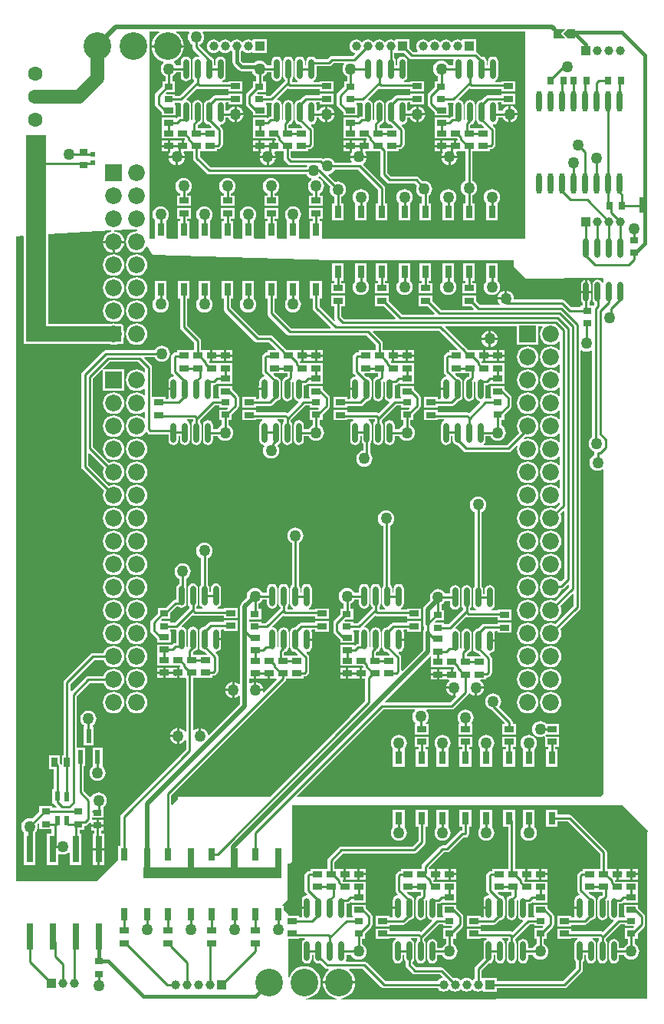
<source format=gtl>
G04*
G04 #@! TF.GenerationSoftware,Altium Limited,Altium Designer,19.1.7 (138)*
G04*
G04 Layer_Physical_Order=1*
G04 Layer_Color=255*
%FSLAX24Y24*%
%MOIN*%
G70*
G01*
G75*
%ADD11C,0.0157*%
%ADD12C,0.0100*%
%ADD19R,0.0350X0.0252*%
%ADD20O,0.0236X0.0866*%
%ADD21R,0.0252X0.0350*%
%ADD22R,0.0220X0.0201*%
%ADD23R,0.0394X0.0252*%
%ADD24R,0.0315X0.0551*%
%ADD25R,0.0236X0.0433*%
%ADD26R,0.0252X0.0394*%
%ADD27R,0.0236X0.0591*%
%ADD28R,0.0315X0.1181*%
%ADD29O,0.0236X0.0906*%
%ADD49C,0.0100*%
%ADD50C,0.0197*%
%ADD51C,0.0591*%
%ADD52R,0.0300X0.0950*%
%ADD53R,0.6000X0.0500*%
%ADD54R,0.0200X0.0650*%
%ADD55R,0.0850X0.8800*%
%ADD56R,0.4133X0.0684*%
%ADD57C,0.0394*%
%ADD58R,0.0394X0.0394*%
%ADD59C,0.0630*%
%ADD60C,0.0728*%
%ADD61R,0.0728X0.0728*%
%ADD62C,0.0500*%
%ADD63C,0.1200*%
G36*
X24309Y41903D02*
X23994D01*
X23797Y42100D01*
X23994Y42297D01*
X24309D01*
Y41903D01*
D02*
G37*
G36*
X23698Y42100D02*
X23895Y41903D01*
X23364D01*
Y42297D01*
X23895D01*
X23698Y42100D01*
D02*
G37*
G36*
X22150Y33200D02*
X13347D01*
X13307Y33224D01*
X13307Y33250D01*
Y33976D01*
X13203D01*
Y34073D01*
X13347D01*
Y34525D01*
X12753D01*
Y34073D01*
X12897D01*
Y33976D01*
X12793D01*
Y33250D01*
X12793Y33224D01*
X12753Y33200D01*
X12347D01*
X12307Y33224D01*
X12307Y33250D01*
Y33976D01*
X12307Y33976D01*
X12316Y34022D01*
X12356Y34073D01*
X12391Y34159D01*
X12403Y34250D01*
X12391Y34341D01*
X12356Y34427D01*
X12300Y34500D01*
X12227Y34556D01*
X12141Y34591D01*
X12050Y34603D01*
X11959Y34591D01*
X11873Y34556D01*
X11800Y34500D01*
X11744Y34427D01*
X11709Y34341D01*
X11697Y34250D01*
X11709Y34159D01*
X11744Y34073D01*
X11784Y34022D01*
X11793Y33976D01*
X11793Y33976D01*
X11793Y33976D01*
Y33250D01*
X11793Y33224D01*
X11753Y33200D01*
X11397D01*
X11357Y33224D01*
X11357Y33250D01*
Y33976D01*
X11253D01*
Y34073D01*
X11397D01*
Y34525D01*
X10803D01*
Y34073D01*
X10947D01*
Y33976D01*
X10843D01*
Y33250D01*
X10843Y33224D01*
X10803Y33200D01*
X10397D01*
X10357Y33224D01*
X10357Y33250D01*
Y33976D01*
X10357Y33976D01*
X10366Y34022D01*
X10406Y34073D01*
X10441Y34159D01*
X10453Y34250D01*
X10441Y34341D01*
X10406Y34427D01*
X10350Y34500D01*
X10277Y34556D01*
X10191Y34591D01*
X10100Y34603D01*
X10009Y34591D01*
X9923Y34556D01*
X9850Y34500D01*
X9794Y34427D01*
X9759Y34341D01*
X9747Y34250D01*
X9759Y34159D01*
X9794Y34073D01*
X9834Y34022D01*
X9843Y33976D01*
X9843Y33976D01*
X9843Y33976D01*
Y33250D01*
X9843Y33224D01*
X9803Y33200D01*
X9497D01*
X9457Y33224D01*
X9457Y33250D01*
Y33976D01*
X9353D01*
Y34073D01*
X9497D01*
Y34525D01*
X8903D01*
Y34073D01*
X9047D01*
Y33976D01*
X8943D01*
Y33250D01*
X8943Y33224D01*
X8903Y33200D01*
X8497D01*
X8457Y33224D01*
X8457Y33250D01*
Y33976D01*
X8457Y33976D01*
X8466Y34022D01*
X8506Y34073D01*
X8541Y34159D01*
X8553Y34250D01*
X8541Y34341D01*
X8506Y34427D01*
X8450Y34500D01*
X8377Y34556D01*
X8291Y34591D01*
X8200Y34603D01*
X8109Y34591D01*
X8023Y34556D01*
X7950Y34500D01*
X7894Y34427D01*
X7859Y34341D01*
X7847Y34250D01*
X7859Y34159D01*
X7894Y34073D01*
X7934Y34022D01*
X7943Y33976D01*
X7943Y33976D01*
X7943Y33976D01*
Y33250D01*
X7943Y33224D01*
X7903Y33200D01*
X7597D01*
X7557Y33224D01*
X7557Y33250D01*
Y33976D01*
X7453D01*
Y34073D01*
X7597D01*
Y34525D01*
X7003D01*
Y34073D01*
X7147D01*
Y33976D01*
X7043D01*
Y33250D01*
X7043Y33224D01*
X7003Y33200D01*
X6597D01*
X6557Y33224D01*
X6557Y33250D01*
Y33976D01*
X6557Y33976D01*
X6566Y34022D01*
X6606Y34073D01*
X6641Y34159D01*
X6653Y34250D01*
X6641Y34341D01*
X6606Y34427D01*
X6550Y34500D01*
X6477Y34556D01*
X6391Y34591D01*
X6300Y34603D01*
X6209Y34591D01*
X6123Y34556D01*
X6050Y34500D01*
X5994Y34427D01*
X5959Y34341D01*
X5947Y34250D01*
X5959Y34159D01*
X5994Y34073D01*
X6034Y34022D01*
X6043Y33976D01*
X6043Y33976D01*
X6043Y33976D01*
Y33250D01*
X6043Y33224D01*
X6003Y33200D01*
X5800D01*
X5800Y41516D01*
X5803Y41550D01*
X5800Y41584D01*
Y42198D01*
X6224D01*
X6236Y42149D01*
X6209Y42135D01*
X6103Y42047D01*
X6015Y41941D01*
X5950Y41819D01*
X5910Y41687D01*
X5902Y41600D01*
X7298D01*
X7290Y41687D01*
X7250Y41819D01*
X7185Y41941D01*
X7097Y42047D01*
X6991Y42135D01*
X6964Y42149D01*
X6976Y42198D01*
X7524D01*
X7548Y42148D01*
X7530Y42124D01*
X7495Y42038D01*
X7483Y41947D01*
X7495Y41856D01*
X7530Y41771D01*
X7586Y41697D01*
X7659Y41641D01*
X7683Y41632D01*
Y41514D01*
X7694Y41456D01*
X7727Y41406D01*
X7991Y41143D01*
X7966Y41097D01*
X7897Y41110D01*
X7812Y41093D01*
X7740Y41045D01*
X7692Y40973D01*
X7675Y40888D01*
Y40258D01*
X7692Y40173D01*
X7740Y40101D01*
X7747Y40096D01*
Y40039D01*
X7111Y39403D01*
X6915D01*
Y39476D01*
X6547D01*
X6528Y39522D01*
X6581Y39575D01*
X6915D01*
Y40027D01*
X6803D01*
Y40260D01*
X6827Y40270D01*
X6900Y40326D01*
X6956Y40399D01*
X6965Y40423D01*
X7175D01*
Y40258D01*
X7192Y40173D01*
X7240Y40101D01*
X7312Y40053D01*
X7397Y40036D01*
X7483Y40053D01*
X7555Y40101D01*
X7603Y40173D01*
X7620Y40258D01*
Y40888D01*
X7603Y40973D01*
X7555Y41045D01*
X7483Y41093D01*
X7397Y41110D01*
X7312Y41093D01*
X7240Y41045D01*
X7192Y40973D01*
X7175Y40888D01*
Y40729D01*
X6965D01*
X6956Y40752D01*
X6900Y40825D01*
X6870Y40848D01*
X6869Y40875D01*
X6878Y40905D01*
X6991Y40965D01*
X7097Y41053D01*
X7185Y41159D01*
X7250Y41281D01*
X7290Y41413D01*
X7298Y41500D01*
X5902D01*
X5910Y41413D01*
X5950Y41281D01*
X6015Y41159D01*
X6103Y41053D01*
X6209Y40965D01*
X6331Y40900D01*
X6398Y40880D01*
X6407Y40830D01*
X6400Y40825D01*
X6344Y40752D01*
X6309Y40667D01*
X6297Y40576D01*
X6309Y40484D01*
X6344Y40399D01*
X6400Y40326D01*
X6473Y40270D01*
X6497Y40260D01*
Y40027D01*
X6365D01*
Y39791D01*
X6092Y39518D01*
X6059Y39469D01*
X6047Y39410D01*
Y39059D01*
X6059Y39000D01*
X6092Y38950D01*
X6353Y38689D01*
Y38550D01*
X6947D01*
Y39002D01*
X6947D01*
X6915Y39024D01*
Y39097D01*
X7146D01*
X7184Y39054D01*
X7185Y39048D01*
X7175Y38998D01*
Y38510D01*
X7129D01*
X7071Y38498D01*
X7021Y38465D01*
X6989Y38433D01*
X6947Y38450D01*
Y38450D01*
X6353D01*
Y37998D01*
Y37550D01*
X6903D01*
X6947Y37550D01*
X6997Y37550D01*
X7331D01*
X7350Y37530D01*
Y37506D01*
X7354Y37489D01*
X7322Y37450D01*
X7300D01*
Y37224D01*
X7200D01*
Y37450D01*
X6953D01*
Y37450D01*
X6947D01*
Y37450D01*
X6700D01*
Y37224D01*
Y36984D01*
X6715Y36954D01*
X6694Y36927D01*
X6659Y36841D01*
X6654Y36800D01*
X7346D01*
X7341Y36841D01*
X7306Y36927D01*
X7289Y36948D01*
X7314Y36998D01*
X7547D01*
X7547Y36998D01*
X7553D01*
Y36998D01*
X7597Y36998D01*
X7697D01*
Y36700D01*
X7709Y36641D01*
X7742Y36592D01*
X8292Y36042D01*
X8341Y36009D01*
X8400Y35997D01*
X12635D01*
X12644Y35973D01*
X12700Y35900D01*
X12773Y35844D01*
X12833Y35820D01*
X12841Y35763D01*
X12800Y35732D01*
X12744Y35658D01*
X12709Y35573D01*
X12697Y35482D01*
X12709Y35391D01*
X12744Y35305D01*
X12800Y35232D01*
X12873Y35176D01*
X12897Y35166D01*
Y35076D01*
X12753D01*
Y34624D01*
X13347D01*
Y35076D01*
X13203D01*
Y35166D01*
X13227Y35176D01*
X13300Y35232D01*
X13356Y35305D01*
X13391Y35391D01*
X13403Y35482D01*
X13391Y35573D01*
X13356Y35658D01*
X13300Y35732D01*
X13227Y35788D01*
X13167Y35812D01*
X13159Y35869D01*
X13200Y35900D01*
X13217Y35901D01*
X13669Y35449D01*
X13659Y35426D01*
X13647Y35334D01*
X13659Y35243D01*
X13694Y35158D01*
X13750Y35085D01*
X13823Y35029D01*
X13847Y35019D01*
Y34744D01*
X13743D01*
Y33993D01*
X14257D01*
Y34744D01*
X14153D01*
Y35019D01*
X14177Y35029D01*
X14250Y35085D01*
X14306Y35158D01*
X14341Y35243D01*
X14353Y35334D01*
X14341Y35426D01*
X14306Y35511D01*
X14250Y35584D01*
X14177Y35640D01*
X14091Y35675D01*
X14000Y35687D01*
X13909Y35675D01*
X13885Y35666D01*
X13593Y35957D01*
X13609Y36005D01*
X13641Y36009D01*
X13727Y36044D01*
X13800Y36100D01*
X13856Y36173D01*
X13865Y36197D01*
X14887D01*
X15747Y35337D01*
Y34744D01*
X15643D01*
Y33993D01*
X16157D01*
Y34744D01*
X16053D01*
Y35400D01*
X16041Y35459D01*
X16008Y35508D01*
X15110Y36407D01*
X15114Y36473D01*
X15150Y36500D01*
X15206Y36573D01*
X15241Y36659D01*
X15246Y36700D01*
X14554D01*
X14559Y36659D01*
X14594Y36573D01*
X14614Y36548D01*
X14592Y36503D01*
X13865D01*
X13856Y36527D01*
X13800Y36600D01*
X13727Y36656D01*
X13641Y36691D01*
X13550Y36703D01*
X13459Y36691D01*
X13373Y36656D01*
X13362Y36647D01*
X13350Y36658D01*
X13300Y36691D01*
X13242Y36703D01*
X12013D01*
X11953Y36763D01*
Y36998D01*
X12097D01*
Y36998D01*
X12103D01*
Y36998D01*
X12697D01*
Y37088D01*
X12741D01*
X12800Y37100D01*
X12850Y37133D01*
X12908Y37192D01*
X12941Y37241D01*
X12953Y37300D01*
Y37916D01*
X12941Y37974D01*
X12908Y38024D01*
X12830Y38102D01*
X12855Y38147D01*
X12933Y38163D01*
X13005Y38211D01*
X13053Y38283D01*
X13070Y38368D01*
Y38447D01*
X13185D01*
X13194Y38423D01*
X13250Y38350D01*
X13323Y38294D01*
X13409Y38259D01*
X13450Y38254D01*
Y38600D01*
Y38946D01*
X13409Y38941D01*
X13323Y38906D01*
X13250Y38850D01*
X13194Y38777D01*
X13185Y38753D01*
X13070D01*
Y38998D01*
X13057Y39063D01*
X13088Y39113D01*
X13203D01*
Y39034D01*
X13797D01*
Y39486D01*
X13203D01*
Y39419D01*
X12616D01*
X12557Y39408D01*
X12507Y39374D01*
X12353Y39220D01*
X12347Y39221D01*
X12262Y39204D01*
X12190Y39155D01*
X12142Y39083D01*
X12125Y38998D01*
Y38368D01*
X12142Y38283D01*
X12190Y38211D01*
X12262Y38163D01*
X12347Y38146D01*
X12353Y38147D01*
X12452Y38048D01*
X12433Y38002D01*
X12103D01*
Y38002D01*
X12097D01*
Y38002D01*
X11853D01*
Y38121D01*
X11886Y38154D01*
X11933Y38163D01*
X12005Y38211D01*
X12053Y38283D01*
X12070Y38368D01*
Y38998D01*
X12053Y39083D01*
X12005Y39155D01*
X11933Y39204D01*
X11847Y39221D01*
X11762Y39204D01*
X11690Y39155D01*
X11642Y39083D01*
X11625Y38998D01*
Y38368D01*
X11627Y38356D01*
X11617Y38348D01*
X11588Y38361D01*
X11570Y38376D01*
Y38998D01*
X11553Y39083D01*
X11505Y39155D01*
X11433Y39204D01*
X11376Y39215D01*
X11360Y39269D01*
X11826Y39736D01*
X11867Y39709D01*
X11926Y39697D01*
X13203D01*
Y39585D01*
X13797D01*
Y40037D01*
X13203D01*
Y40003D01*
X12939D01*
X12933Y40053D01*
X13005Y40101D01*
X13053Y40173D01*
X13070Y40258D01*
Y40685D01*
X13623D01*
X13682Y40697D01*
X13731Y40730D01*
X13824Y40823D01*
X14242D01*
X14264Y40778D01*
X14244Y40752D01*
X14209Y40667D01*
X14197Y40576D01*
X14209Y40484D01*
X14244Y40399D01*
X14300Y40326D01*
X14373Y40270D01*
X14397Y40260D01*
Y40027D01*
X14265D01*
Y39791D01*
X13992Y39518D01*
X13959Y39469D01*
X13947Y39410D01*
Y39059D01*
X13959Y39000D01*
X13992Y38950D01*
X14253Y38689D01*
Y38550D01*
X14847D01*
Y39002D01*
X14847D01*
X14815Y39024D01*
Y39097D01*
X15046D01*
X15084Y39054D01*
X15085Y39048D01*
X15075Y38998D01*
Y38510D01*
X15029D01*
X14971Y38498D01*
X14921Y38465D01*
X14889Y38433D01*
X14847Y38450D01*
Y38450D01*
X14253D01*
Y37998D01*
Y37550D01*
X14803D01*
X14847Y37550D01*
X14897Y37550D01*
X15231D01*
X15250Y37530D01*
Y37506D01*
X15254Y37489D01*
X15222Y37450D01*
X15200D01*
Y37224D01*
X15100D01*
Y37450D01*
X14853D01*
Y37450D01*
X14847D01*
Y37450D01*
X14600D01*
Y37224D01*
Y36984D01*
X14615Y36954D01*
X14594Y36927D01*
X14559Y36841D01*
X14554Y36800D01*
X15246D01*
X15241Y36841D01*
X15206Y36927D01*
X15189Y36948D01*
X15214Y36998D01*
X15447D01*
X15447Y36998D01*
X15453D01*
Y36998D01*
X15497Y36998D01*
X15831D01*
X15850Y36979D01*
Y35997D01*
X15862Y35938D01*
X15895Y35889D01*
X16142Y35642D01*
X16191Y35609D01*
X16250Y35597D01*
X17337D01*
X17433Y35500D01*
X17409Y35441D01*
X17397Y35350D01*
X17409Y35259D01*
X17444Y35173D01*
X17500Y35100D01*
X17573Y35044D01*
X17647Y35014D01*
Y34744D01*
X17543D01*
Y33993D01*
X18057D01*
Y34744D01*
X17953D01*
Y35065D01*
X18000Y35100D01*
X18056Y35173D01*
X18091Y35259D01*
X18103Y35350D01*
X18091Y35441D01*
X18056Y35527D01*
X18000Y35600D01*
X17927Y35656D01*
X17841Y35691D01*
X17750Y35703D01*
X17673Y35693D01*
X17508Y35858D01*
X17459Y35891D01*
X17400Y35903D01*
X16313D01*
X16156Y36060D01*
Y36998D01*
X16647D01*
Y37088D01*
X16691D01*
X16750Y37100D01*
X16800Y37133D01*
X16858Y37192D01*
X16891Y37241D01*
X16903Y37300D01*
Y37916D01*
X16891Y37974D01*
X16858Y38024D01*
X16780Y38102D01*
X16805Y38147D01*
X16883Y38163D01*
X16955Y38211D01*
X17003Y38283D01*
X17020Y38368D01*
Y38447D01*
X17135D01*
X17144Y38423D01*
X17200Y38350D01*
X17273Y38294D01*
X17359Y38259D01*
X17400Y38254D01*
Y38600D01*
Y38946D01*
X17359Y38941D01*
X17273Y38906D01*
X17200Y38850D01*
X17144Y38777D01*
X17135Y38753D01*
X17020D01*
Y38998D01*
X17007Y39063D01*
X17038Y39113D01*
X17153D01*
Y39034D01*
X17747D01*
Y39486D01*
X17153D01*
Y39419D01*
X16566D01*
X16507Y39408D01*
X16457Y39374D01*
X16303Y39220D01*
X16297Y39221D01*
X16212Y39204D01*
X16140Y39155D01*
X16092Y39083D01*
X16075Y38998D01*
Y38368D01*
X16092Y38283D01*
X16140Y38211D01*
X16212Y38163D01*
X16297Y38146D01*
X16303Y38147D01*
X16402Y38048D01*
X16383Y38002D01*
X16053D01*
Y38002D01*
X16047D01*
Y38002D01*
X15803D01*
Y38121D01*
X15836Y38154D01*
X15883Y38163D01*
X15955Y38211D01*
X16003Y38283D01*
X16020Y38368D01*
Y38998D01*
X16003Y39083D01*
X15955Y39155D01*
X15883Y39204D01*
X15797Y39221D01*
X15712Y39204D01*
X15640Y39155D01*
X15592Y39083D01*
X15575Y38998D01*
Y38368D01*
X15577Y38356D01*
X15567Y38348D01*
X15538Y38361D01*
X15520Y38376D01*
Y38998D01*
X15503Y39083D01*
X15455Y39155D01*
X15383Y39204D01*
X15326Y39215D01*
X15310Y39269D01*
X15776Y39736D01*
X15817Y39709D01*
X15876Y39697D01*
X17153D01*
Y39585D01*
X17747D01*
Y40037D01*
X17153D01*
Y40003D01*
X16889D01*
X16883Y40053D01*
X16955Y40101D01*
X17003Y40173D01*
X17020Y40258D01*
Y40888D01*
X17003Y40973D01*
X16955Y41045D01*
X16883Y41093D01*
X16797Y41110D01*
X16712Y41093D01*
X16640Y41045D01*
X16592Y40973D01*
X16575Y40888D01*
Y40723D01*
X16520D01*
Y40888D01*
X16503Y40973D01*
X16455Y41045D01*
X16452Y41047D01*
Y41245D01*
X16456Y41247D01*
X16503Y41253D01*
Y41253D01*
X16881D01*
X17092Y41042D01*
X17141Y41009D01*
X17200Y40997D01*
X18643D01*
X18674Y41003D01*
X19007D01*
X19038Y40953D01*
X19025Y40888D01*
Y40729D01*
X18815D01*
X18806Y40752D01*
X18750Y40825D01*
X18677Y40881D01*
X18591Y40917D01*
X18500Y40929D01*
X18409Y40917D01*
X18323Y40881D01*
X18250Y40825D01*
X18194Y40752D01*
X18159Y40667D01*
X18147Y40576D01*
X18159Y40484D01*
X18194Y40399D01*
X18250Y40326D01*
X18323Y40270D01*
X18347Y40260D01*
Y40027D01*
X18215D01*
Y39791D01*
X17942Y39518D01*
X17909Y39469D01*
X17897Y39410D01*
Y39059D01*
X17909Y39000D01*
X17942Y38950D01*
X18203Y38689D01*
Y38550D01*
X18797D01*
Y39002D01*
X18797D01*
X18765Y39024D01*
Y39097D01*
X18996D01*
X19034Y39054D01*
X19035Y39048D01*
X19025Y38998D01*
Y38510D01*
X18979D01*
X18921Y38498D01*
X18871Y38465D01*
X18839Y38433D01*
X18797Y38450D01*
Y38450D01*
X18203D01*
Y37998D01*
Y37550D01*
X18753D01*
X18797Y37550D01*
X18847Y37550D01*
X19181D01*
X19200Y37530D01*
Y37506D01*
X19204Y37489D01*
X19172Y37450D01*
X19150D01*
Y37224D01*
X19050D01*
Y37450D01*
X18803D01*
Y37450D01*
X18797D01*
Y37450D01*
X18550D01*
Y37224D01*
Y36984D01*
X18565Y36954D01*
X18544Y36927D01*
X18509Y36841D01*
X18504Y36800D01*
X19196D01*
X19191Y36841D01*
X19156Y36927D01*
X19139Y36948D01*
X19164Y36998D01*
X19397D01*
X19397Y36998D01*
X19403D01*
Y36998D01*
X19447Y36998D01*
X19547D01*
Y35715D01*
X19523Y35706D01*
X19450Y35650D01*
X19394Y35577D01*
X19359Y35491D01*
X19347Y35400D01*
X19359Y35309D01*
X19394Y35223D01*
X19450Y35150D01*
X19523Y35094D01*
X19547Y35085D01*
Y34744D01*
X19443D01*
Y33993D01*
X19957D01*
Y34744D01*
X19853D01*
Y35085D01*
X19877Y35094D01*
X19950Y35150D01*
X20006Y35223D01*
X20041Y35309D01*
X20053Y35400D01*
X20041Y35491D01*
X20006Y35577D01*
X19950Y35650D01*
X19877Y35706D01*
X19853Y35715D01*
Y36998D01*
X19997D01*
Y36998D01*
X20003D01*
Y36998D01*
X20597D01*
Y37088D01*
X20641D01*
X20700Y37100D01*
X20750Y37133D01*
X20808Y37192D01*
X20841Y37241D01*
X20853Y37300D01*
Y37916D01*
X20841Y37974D01*
X20808Y38024D01*
X20730Y38102D01*
X20755Y38147D01*
X20833Y38163D01*
X20905Y38211D01*
X20953Y38283D01*
X20970Y38368D01*
Y38447D01*
X21166D01*
X21172Y38433D01*
X21228Y38359D01*
X21301Y38303D01*
X21386Y38268D01*
X21428Y38263D01*
Y38609D01*
Y38955D01*
X21386Y38950D01*
X21301Y38915D01*
X21228Y38859D01*
X21172Y38786D01*
X21158Y38753D01*
X20970D01*
Y38998D01*
X20957Y39063D01*
X20988Y39113D01*
X21103D01*
Y39034D01*
X21697D01*
Y39486D01*
X21103D01*
Y39419D01*
X20516D01*
X20457Y39408D01*
X20407Y39374D01*
X20253Y39220D01*
X20247Y39221D01*
X20162Y39204D01*
X20090Y39155D01*
X20042Y39083D01*
X20025Y38998D01*
Y38368D01*
X20042Y38283D01*
X20090Y38211D01*
X20162Y38163D01*
X20247Y38146D01*
X20253Y38147D01*
X20352Y38048D01*
X20333Y38002D01*
X20003D01*
Y38002D01*
X19997D01*
Y38002D01*
X19753D01*
Y38121D01*
X19786Y38154D01*
X19833Y38163D01*
X19905Y38211D01*
X19953Y38283D01*
X19970Y38368D01*
Y38998D01*
X19953Y39083D01*
X19905Y39155D01*
X19833Y39204D01*
X19747Y39221D01*
X19662Y39204D01*
X19590Y39155D01*
X19542Y39083D01*
X19525Y38998D01*
Y38368D01*
X19527Y38356D01*
X19517Y38348D01*
X19488Y38361D01*
X19470Y38376D01*
Y38998D01*
X19453Y39083D01*
X19405Y39155D01*
X19333Y39204D01*
X19276Y39215D01*
X19260Y39269D01*
X19727Y39736D01*
X19767Y39709D01*
X19826Y39697D01*
X21103D01*
Y39585D01*
X21697D01*
Y40037D01*
X21103D01*
Y40003D01*
X20839D01*
X20833Y40053D01*
X20905Y40101D01*
X20953Y40173D01*
X20970Y40258D01*
Y40888D01*
X20953Y40973D01*
X20905Y41045D01*
X20833Y41093D01*
X20747Y41110D01*
X20662Y41093D01*
X20590Y41045D01*
X20542Y40973D01*
X20525Y40888D01*
Y40723D01*
X20470D01*
Y40888D01*
X20453Y40973D01*
X20405Y41045D01*
X20333Y41093D01*
X20247Y41110D01*
X20242Y41109D01*
X20087Y41264D01*
X20038Y41297D01*
X19997Y41306D01*
Y41847D01*
X19403D01*
Y41825D01*
X19358Y41803D01*
X19350Y41809D01*
X19277Y41839D01*
X19200Y41849D01*
X19123Y41839D01*
X19050Y41809D01*
X18988Y41762D01*
X18975Y41744D01*
X18925D01*
X18912Y41762D01*
X18850Y41809D01*
X18777Y41839D01*
X18700Y41849D01*
X18623Y41839D01*
X18550Y41809D01*
X18488Y41762D01*
X18475Y41744D01*
X18425D01*
X18412Y41762D01*
X18350Y41809D01*
X18277Y41839D01*
X18200Y41849D01*
X18123Y41839D01*
X18050Y41809D01*
X17988Y41762D01*
X17975Y41744D01*
X17925D01*
X17912Y41762D01*
X17850Y41809D01*
X17777Y41839D01*
X17700Y41849D01*
X17623Y41839D01*
X17550Y41809D01*
X17488Y41762D01*
X17441Y41700D01*
X17411Y41627D01*
X17401Y41550D01*
X17411Y41473D01*
X17441Y41400D01*
X17477Y41353D01*
X17457Y41303D01*
X17263D01*
X17097Y41469D01*
Y41847D01*
X16503D01*
Y41825D01*
X16458Y41803D01*
X16450Y41809D01*
X16377Y41839D01*
X16300Y41849D01*
X16223Y41839D01*
X16150Y41809D01*
X16088Y41762D01*
X16075Y41744D01*
X16025D01*
X16012Y41762D01*
X15950Y41809D01*
X15877Y41839D01*
X15800Y41849D01*
X15723Y41839D01*
X15650Y41809D01*
X15588Y41762D01*
X15575Y41744D01*
X15525D01*
X15512Y41762D01*
X15450Y41809D01*
X15377Y41839D01*
X15300Y41849D01*
X15223Y41839D01*
X15150Y41809D01*
X15088Y41762D01*
X15075Y41744D01*
X15025D01*
X15012Y41762D01*
X14950Y41809D01*
X14877Y41839D01*
X14800Y41849D01*
X14723Y41839D01*
X14650Y41809D01*
X14588Y41762D01*
X14541Y41700D01*
X14511Y41627D01*
X14501Y41550D01*
X14511Y41473D01*
X14541Y41400D01*
X14588Y41338D01*
X14650Y41291D01*
X14723Y41261D01*
X14730Y41260D01*
X14746Y41212D01*
X14662Y41129D01*
X13761D01*
X13702Y41117D01*
X13653Y41084D01*
X13560Y40991D01*
X13041D01*
X13005Y41045D01*
X12933Y41093D01*
X12847Y41110D01*
X12762Y41093D01*
X12690Y41045D01*
X12642Y40973D01*
X12625Y40888D01*
Y40723D01*
X12570D01*
Y40888D01*
X12553Y40973D01*
X12505Y41045D01*
X12433Y41093D01*
X12347Y41110D01*
X12262Y41093D01*
X12190Y41045D01*
X12142Y40973D01*
X12125Y40888D01*
Y40258D01*
X12142Y40173D01*
X12190Y40101D01*
X12262Y40053D01*
X12256Y40003D01*
X12003D01*
Y40100D01*
X12005Y40101D01*
X12053Y40173D01*
X12070Y40258D01*
Y40888D01*
X12053Y40973D01*
X12005Y41045D01*
X11933Y41093D01*
X11847Y41110D01*
X11762Y41093D01*
X11690Y41045D01*
X11642Y40973D01*
X11625Y40888D01*
Y40258D01*
X11642Y40173D01*
X11690Y40101D01*
X11697Y40096D01*
Y40039D01*
X11061Y39403D01*
X10865D01*
Y39476D01*
X10497D01*
X10478Y39522D01*
X10531Y39575D01*
X10865D01*
Y40027D01*
X10753D01*
Y40260D01*
X10777Y40270D01*
X10850Y40326D01*
X10906Y40399D01*
X10915Y40423D01*
X11125D01*
Y40258D01*
X11142Y40173D01*
X11190Y40101D01*
X11262Y40053D01*
X11347Y40036D01*
X11433Y40053D01*
X11505Y40101D01*
X11553Y40173D01*
X11570Y40258D01*
Y40888D01*
X11553Y40973D01*
X11505Y41045D01*
X11433Y41093D01*
X11347Y41110D01*
X11262Y41093D01*
X11190Y41045D01*
X11142Y40973D01*
X11125Y40888D01*
Y40729D01*
X10915D01*
X10906Y40752D01*
X10850Y40825D01*
X10777Y40881D01*
X10691Y40917D01*
X10600Y40929D01*
X10509Y40917D01*
X10423Y40881D01*
X10360Y40832D01*
X9875D01*
X9782Y40925D01*
Y41316D01*
X9812Y41338D01*
X9825Y41356D01*
X9875D01*
X9888Y41338D01*
X9950Y41291D01*
X10023Y41261D01*
X10100Y41251D01*
X10177Y41261D01*
X10250Y41291D01*
X10258Y41297D01*
X10303Y41275D01*
Y41253D01*
X10897D01*
Y41847D01*
X10303D01*
Y41825D01*
X10258Y41803D01*
X10250Y41809D01*
X10177Y41839D01*
X10100Y41849D01*
X10023Y41839D01*
X9950Y41809D01*
X9888Y41762D01*
X9875Y41744D01*
X9825D01*
X9812Y41762D01*
X9750Y41809D01*
X9677Y41839D01*
X9600Y41849D01*
X9523Y41839D01*
X9450Y41809D01*
X9388Y41762D01*
X9375Y41744D01*
X9325D01*
X9312Y41762D01*
X9250Y41809D01*
X9177Y41839D01*
X9100Y41849D01*
X9023Y41839D01*
X8950Y41809D01*
X8888Y41762D01*
X8875Y41744D01*
X8825D01*
X8812Y41762D01*
X8750Y41809D01*
X8677Y41839D01*
X8600Y41849D01*
X8523Y41839D01*
X8450Y41809D01*
X8388Y41762D01*
X8341Y41700D01*
X8311Y41627D01*
X8301Y41550D01*
X8311Y41473D01*
X8341Y41400D01*
X8388Y41338D01*
X8450Y41291D01*
X8523Y41261D01*
X8600Y41251D01*
X8677Y41261D01*
X8750Y41291D01*
X8812Y41338D01*
X8825Y41356D01*
X8875D01*
X8888Y41338D01*
X8950Y41291D01*
X9023Y41261D01*
X9100Y41251D01*
X9177Y41261D01*
X9250Y41291D01*
X9312Y41338D01*
X9325Y41356D01*
X9375D01*
X9388Y41338D01*
X9418Y41316D01*
Y40850D01*
X9418Y40850D01*
X9432Y40780D01*
X9471Y40721D01*
X9671Y40521D01*
X9671Y40521D01*
X9730Y40482D01*
X9800Y40468D01*
X9800Y40468D01*
X10266D01*
X10294Y40399D01*
X10350Y40326D01*
X10423Y40270D01*
X10447Y40260D01*
Y40027D01*
X10315D01*
Y39791D01*
X10042Y39518D01*
X10009Y39469D01*
X9997Y39410D01*
Y39059D01*
X10009Y39000D01*
X10042Y38950D01*
X10303Y38689D01*
Y38550D01*
X10897D01*
Y39002D01*
X10897D01*
X10865Y39024D01*
Y39097D01*
X11096D01*
X11134Y39054D01*
X11135Y39048D01*
X11125Y38998D01*
Y38510D01*
X11079D01*
X11021Y38498D01*
X10971Y38465D01*
X10939Y38433D01*
X10897Y38450D01*
Y38450D01*
X10303D01*
Y37998D01*
Y37550D01*
X10853D01*
X10897Y37550D01*
X10947Y37550D01*
X11281D01*
X11300Y37530D01*
Y37506D01*
X11304Y37489D01*
X11272Y37450D01*
X11250D01*
Y37224D01*
X11150D01*
Y37450D01*
X10903D01*
Y37450D01*
X10897D01*
Y37450D01*
X10650D01*
Y37224D01*
Y36984D01*
X10665Y36954D01*
X10644Y36927D01*
X10609Y36841D01*
X10604Y36800D01*
X11296D01*
X11291Y36841D01*
X11256Y36927D01*
X11239Y36948D01*
X11264Y36998D01*
X11497D01*
X11497Y36998D01*
X11503D01*
Y36998D01*
X11547Y36998D01*
X11647D01*
Y36700D01*
X11659Y36641D01*
X11692Y36592D01*
X11842Y36442D01*
X11891Y36409D01*
X11950Y36397D01*
X12642D01*
X12664Y36352D01*
X12644Y36327D01*
X12635Y36303D01*
X8463D01*
X8003Y36763D01*
Y36998D01*
X8147D01*
Y36998D01*
X8153D01*
Y36998D01*
X8747D01*
Y37088D01*
X8791D01*
X8850Y37100D01*
X8900Y37133D01*
X8958Y37192D01*
X8991Y37241D01*
X9003Y37300D01*
Y37916D01*
X8991Y37974D01*
X8958Y38024D01*
X8880Y38102D01*
X8905Y38147D01*
X8983Y38163D01*
X9055Y38211D01*
X9103Y38283D01*
X9120Y38368D01*
Y38447D01*
X9235D01*
X9244Y38423D01*
X9300Y38350D01*
X9373Y38294D01*
X9459Y38259D01*
X9500Y38254D01*
Y38600D01*
Y38946D01*
X9459Y38941D01*
X9373Y38906D01*
X9300Y38850D01*
X9244Y38777D01*
X9235Y38753D01*
X9120D01*
Y38998D01*
X9107Y39063D01*
X9138Y39113D01*
X9253D01*
Y39034D01*
X9847D01*
Y39486D01*
X9253D01*
Y39419D01*
X8666D01*
X8607Y39408D01*
X8557Y39374D01*
X8403Y39220D01*
X8397Y39221D01*
X8312Y39204D01*
X8240Y39155D01*
X8192Y39083D01*
X8175Y38998D01*
Y38368D01*
X8192Y38283D01*
X8240Y38211D01*
X8312Y38163D01*
X8397Y38146D01*
X8403Y38147D01*
X8502Y38048D01*
X8483Y38002D01*
X8153D01*
Y38002D01*
X8147D01*
Y38002D01*
X7903D01*
Y38121D01*
X7936Y38154D01*
X7983Y38163D01*
X8055Y38211D01*
X8103Y38283D01*
X8120Y38368D01*
Y38998D01*
X8103Y39083D01*
X8055Y39155D01*
X7983Y39204D01*
X7897Y39221D01*
X7812Y39204D01*
X7740Y39155D01*
X7692Y39083D01*
X7675Y38998D01*
Y38368D01*
X7677Y38356D01*
X7667Y38348D01*
X7638Y38361D01*
X7620Y38376D01*
Y38998D01*
X7603Y39083D01*
X7555Y39155D01*
X7483Y39204D01*
X7426Y39215D01*
X7410Y39269D01*
X7876Y39736D01*
X7917Y39709D01*
X7976Y39697D01*
X9253D01*
Y39585D01*
X9847D01*
Y40037D01*
X9253D01*
Y40003D01*
X8989D01*
X8983Y40053D01*
X9055Y40101D01*
X9103Y40173D01*
X9120Y40258D01*
Y40888D01*
X9103Y40973D01*
X9055Y41045D01*
X8983Y41093D01*
X8897Y41110D01*
X8812Y41093D01*
X8740Y41045D01*
X8692Y40973D01*
X8675Y40888D01*
Y40723D01*
X8620D01*
Y40888D01*
X8603Y40973D01*
X8555Y41045D01*
X8483Y41093D01*
X8470Y41096D01*
X7988Y41578D01*
Y41632D01*
X8012Y41641D01*
X8085Y41697D01*
X8141Y41771D01*
X8177Y41856D01*
X8189Y41947D01*
X8177Y42038D01*
X8141Y42124D01*
X8123Y42148D01*
X8147Y42198D01*
X22150D01*
X22150Y33200D01*
D02*
G37*
G36*
X5131Y33595D02*
X5252Y33579D01*
X5268Y33581D01*
X5280Y33562D01*
X5252Y33515D01*
X5131Y33499D01*
X5018Y33453D01*
X4921Y33378D01*
X4847Y33281D01*
X4800Y33168D01*
X4784Y33047D01*
X4800Y32926D01*
X4847Y32813D01*
X4921Y32716D01*
X5018Y32642D01*
X5131Y32595D01*
X5252Y32579D01*
X5373Y32595D01*
X5486Y32642D01*
X5583Y32716D01*
X5657Y32813D01*
X5673Y32851D01*
X5723Y32855D01*
X5938Y32493D01*
X13750Y32250D01*
X21650D01*
Y32002D01*
X22176Y31476D01*
X25501Y31479D01*
X25536Y31443D01*
Y31305D01*
X25523Y31300D01*
X25486Y31296D01*
X25443Y31360D01*
X25371Y31409D01*
X25286Y31426D01*
X25201Y31409D01*
X25129Y31360D01*
X25081Y31288D01*
X25064Y31203D01*
Y30573D01*
X25081Y30488D01*
X25129Y30416D01*
X25147Y30404D01*
Y30336D01*
X25111Y30302D01*
X24939D01*
Y30413D01*
X24943Y30416D01*
X24992Y30488D01*
X25009Y30573D01*
Y30838D01*
X24786D01*
X24564D01*
Y30573D01*
X24581Y30488D01*
X24629Y30416D01*
X24633Y30413D01*
Y30302D01*
X24561D01*
Y30229D01*
X24145D01*
X23866Y30508D01*
X23816Y30541D01*
X23758Y30553D01*
X21685D01*
X21652Y30591D01*
X21653Y30600D01*
X21641Y30691D01*
X21606Y30777D01*
X21550Y30850D01*
X21477Y30906D01*
X21391Y30941D01*
X21350Y30946D01*
Y30600D01*
X21300D01*
Y30550D01*
X20954D01*
X20959Y30509D01*
X20994Y30423D01*
X21040Y30364D01*
X21020Y30314D01*
X20173D01*
X19997Y30490D01*
Y30726D01*
X19403D01*
Y30274D01*
X19781D01*
X19905Y30149D01*
X19886Y30103D01*
X18484D01*
X18097Y30490D01*
Y30726D01*
X17503D01*
Y30274D01*
X17881D01*
X18205Y29949D01*
X18186Y29903D01*
X16784D01*
X16197Y30490D01*
Y30726D01*
X15603D01*
Y30274D01*
X15981D01*
X16505Y29749D01*
X16486Y29703D01*
X14263D01*
X14153Y29813D01*
Y30274D01*
X14297D01*
Y30726D01*
X13703D01*
Y30274D01*
X13847D01*
Y29750D01*
X13859Y29691D01*
X13885Y29652D01*
X13846Y29620D01*
X13203Y30263D01*
Y30606D01*
X13307D01*
Y31357D01*
X12793D01*
Y30606D01*
X12897D01*
Y30200D01*
X12909Y30141D01*
X12942Y30092D01*
X13685Y29349D01*
X13665Y29303D01*
X11963D01*
X11253Y30013D01*
Y30606D01*
X11357D01*
Y31357D01*
X10843D01*
Y30606D01*
X10947D01*
Y29950D01*
X10959Y29891D01*
X10992Y29842D01*
X11792Y29042D01*
X11841Y29009D01*
X11900Y28997D01*
X15237D01*
X15647Y28587D01*
Y28352D01*
X15503D01*
Y28352D01*
X15497D01*
Y28352D01*
X14903D01*
Y28262D01*
X14859D01*
X14800Y28250D01*
X14750Y28217D01*
X14692Y28158D01*
X14659Y28109D01*
X14647Y28050D01*
Y27434D01*
X14659Y27376D01*
X14692Y27326D01*
X14770Y27248D01*
X14745Y27203D01*
X14667Y27187D01*
X14595Y27139D01*
X14547Y27067D01*
X14530Y26982D01*
Y26717D01*
X14753D01*
Y26617D01*
X14530D01*
Y26352D01*
X14543Y26287D01*
X14512Y26237D01*
X14397D01*
Y26316D01*
X13803D01*
Y25864D01*
X14397D01*
Y25931D01*
X14984D01*
X15043Y25942D01*
X15093Y25976D01*
X15247Y26130D01*
X15253Y26129D01*
X15338Y26146D01*
X15410Y26195D01*
X15458Y26267D01*
X15475Y26352D01*
Y26982D01*
X15458Y27067D01*
X15410Y27139D01*
X15338Y27187D01*
X15253Y27204D01*
X15247Y27203D01*
X15148Y27302D01*
X15167Y27348D01*
X15497D01*
Y27348D01*
X15503D01*
Y27348D01*
X15747D01*
Y27229D01*
X15714Y27196D01*
X15667Y27187D01*
X15595Y27139D01*
X15547Y27067D01*
X15530Y26982D01*
Y26352D01*
X15547Y26267D01*
X15595Y26195D01*
X15667Y26146D01*
X15753Y26129D01*
X15838Y26146D01*
X15910Y26195D01*
X15958Y26267D01*
X15975Y26352D01*
Y26982D01*
X15973Y26994D01*
X15983Y27002D01*
X16012Y26989D01*
X16030Y26974D01*
Y26352D01*
X16047Y26267D01*
X16095Y26195D01*
X16167Y26146D01*
X16224Y26135D01*
X16240Y26081D01*
X15774Y25614D01*
X15733Y25641D01*
X15674Y25653D01*
X14397D01*
Y25765D01*
X13803D01*
Y25313D01*
X14397D01*
Y25347D01*
X14661D01*
X14667Y25297D01*
X14595Y25249D01*
X14547Y25177D01*
X14530Y25092D01*
Y24462D01*
X14547Y24377D01*
X14595Y24305D01*
X14667Y24257D01*
X14753Y24240D01*
X14838Y24257D01*
X14910Y24305D01*
X14958Y24377D01*
X14975Y24462D01*
Y24627D01*
X15030D01*
Y24462D01*
X15047Y24377D01*
X15095Y24305D01*
X15100Y24302D01*
Y23996D01*
X15059Y23991D01*
X14973Y23956D01*
X14900Y23900D01*
X14844Y23827D01*
X14809Y23741D01*
X14797Y23650D01*
X14809Y23559D01*
X14844Y23473D01*
X14900Y23400D01*
X14973Y23344D01*
X15059Y23309D01*
X15150Y23297D01*
X15241Y23309D01*
X15327Y23344D01*
X15400Y23400D01*
X15456Y23473D01*
X15491Y23559D01*
X15503Y23650D01*
X15491Y23741D01*
X15456Y23827D01*
X15405Y23892D01*
Y24302D01*
X15410Y24305D01*
X15458Y24377D01*
X15475Y24462D01*
Y25092D01*
X15458Y25177D01*
X15410Y25249D01*
X15338Y25297D01*
X15344Y25347D01*
X15597D01*
Y25250D01*
X15595Y25249D01*
X15547Y25177D01*
X15530Y25092D01*
Y24462D01*
X15547Y24377D01*
X15595Y24305D01*
X15667Y24257D01*
X15753Y24240D01*
X15838Y24257D01*
X15910Y24305D01*
X15958Y24377D01*
X15975Y24462D01*
Y25092D01*
X15958Y25177D01*
X15910Y25249D01*
X15903Y25254D01*
Y25311D01*
X16539Y25947D01*
X16735D01*
Y25874D01*
X17103D01*
X17122Y25828D01*
X17069Y25775D01*
X16735D01*
Y25323D01*
X16847D01*
Y25090D01*
X16823Y25080D01*
X16750Y25024D01*
X16694Y24951D01*
X16685Y24927D01*
X16475D01*
Y25092D01*
X16458Y25177D01*
X16410Y25249D01*
X16338Y25297D01*
X16253Y25314D01*
X16167Y25297D01*
X16095Y25249D01*
X16047Y25177D01*
X16030Y25092D01*
Y24462D01*
X16047Y24377D01*
X16095Y24305D01*
X16167Y24257D01*
X16253Y24240D01*
X16338Y24257D01*
X16410Y24305D01*
X16458Y24377D01*
X16475Y24462D01*
Y24621D01*
X16685D01*
X16694Y24598D01*
X16750Y24525D01*
X16823Y24469D01*
X16909Y24433D01*
X17000Y24421D01*
X17091Y24433D01*
X17177Y24469D01*
X17250Y24525D01*
X17306Y24598D01*
X17341Y24683D01*
X17353Y24774D01*
X17341Y24866D01*
X17306Y24951D01*
X17250Y25024D01*
X17177Y25080D01*
X17153Y25090D01*
Y25323D01*
X17285D01*
Y25559D01*
X17558Y25832D01*
X17591Y25881D01*
X17603Y25940D01*
Y26291D01*
X17591Y26350D01*
X17558Y26400D01*
X17297Y26661D01*
Y26800D01*
X16703D01*
Y26348D01*
X16703D01*
X16735Y26326D01*
Y26253D01*
X16504D01*
X16466Y26296D01*
X16465Y26302D01*
X16475Y26352D01*
Y26840D01*
X16521D01*
X16579Y26852D01*
X16629Y26885D01*
X16661Y26917D01*
X16703Y26900D01*
Y26900D01*
X17297D01*
Y27348D01*
Y27800D01*
X16747D01*
X16703Y27800D01*
X16653Y27800D01*
X16319D01*
X16300Y27820D01*
Y27844D01*
X16296Y27861D01*
X16328Y27900D01*
X16350D01*
Y28126D01*
Y28352D01*
X16103D01*
X16103Y28352D01*
X16097D01*
Y28352D01*
X16053Y28352D01*
X15953D01*
Y28650D01*
X15941Y28709D01*
X15908Y28758D01*
X15515Y29151D01*
X15535Y29197D01*
X18397D01*
X19196Y28398D01*
X19177Y28352D01*
X18853D01*
Y28262D01*
X18809D01*
X18750Y28250D01*
X18700Y28217D01*
X18642Y28158D01*
X18609Y28109D01*
X18597Y28050D01*
Y27434D01*
X18609Y27376D01*
X18642Y27326D01*
X18720Y27248D01*
X18695Y27203D01*
X18617Y27187D01*
X18545Y27139D01*
X18497Y27067D01*
X18480Y26982D01*
Y26717D01*
X18703D01*
Y26617D01*
X18480D01*
Y26352D01*
X18493Y26287D01*
X18462Y26237D01*
X18347D01*
Y26316D01*
X17753D01*
Y25864D01*
X18347D01*
Y25931D01*
X18934D01*
X18993Y25942D01*
X19043Y25976D01*
X19197Y26130D01*
X19203Y26129D01*
X19288Y26146D01*
X19360Y26195D01*
X19408Y26267D01*
X19425Y26352D01*
Y26982D01*
X19408Y27067D01*
X19360Y27139D01*
X19288Y27187D01*
X19203Y27204D01*
X19197Y27203D01*
X19098Y27302D01*
X19117Y27348D01*
X19447D01*
Y27348D01*
X19453D01*
Y27348D01*
X19697D01*
Y27229D01*
X19664Y27196D01*
X19617Y27187D01*
X19545Y27139D01*
X19497Y27067D01*
X19480Y26982D01*
Y26352D01*
X19497Y26267D01*
X19545Y26195D01*
X19617Y26146D01*
X19703Y26129D01*
X19788Y26146D01*
X19860Y26195D01*
X19908Y26267D01*
X19925Y26352D01*
Y26982D01*
X19923Y26994D01*
X19933Y27002D01*
X19962Y26989D01*
X19980Y26974D01*
Y26352D01*
X19997Y26267D01*
X20045Y26195D01*
X20117Y26146D01*
X20174Y26135D01*
X20190Y26081D01*
X19724Y25614D01*
X19683Y25641D01*
X19624Y25653D01*
X18347D01*
Y25765D01*
X17753D01*
Y25313D01*
X18347D01*
Y25347D01*
X18611D01*
X18617Y25297D01*
X18545Y25249D01*
X18497Y25177D01*
X18480Y25092D01*
Y24462D01*
X18497Y24377D01*
X18545Y24305D01*
X18617Y24257D01*
X18703Y24240D01*
X18788Y24257D01*
X18860Y24305D01*
X18908Y24377D01*
X18925Y24462D01*
Y24627D01*
X18980D01*
Y24462D01*
X18997Y24377D01*
X19045Y24305D01*
X19117Y24257D01*
X19203Y24240D01*
X19208Y24241D01*
X19472Y23976D01*
X19521Y23943D01*
X19580Y23932D01*
X21417D01*
X21476Y23943D01*
X21526Y23976D01*
X21765Y24216D01*
X21808Y24188D01*
X21800Y24168D01*
X21784Y24047D01*
X21800Y23926D01*
X21847Y23813D01*
X21921Y23716D01*
X22018Y23642D01*
X22131Y23595D01*
X22252Y23579D01*
X22373Y23595D01*
X22486Y23642D01*
X22583Y23716D01*
X22657Y23813D01*
X22704Y23926D01*
X22720Y24047D01*
X22704Y24168D01*
X22657Y24281D01*
X22583Y24378D01*
X22486Y24453D01*
X22373Y24499D01*
X22252Y24515D01*
X22131Y24499D01*
X22111Y24491D01*
X22083Y24534D01*
X22143Y24593D01*
X22252Y24579D01*
X22373Y24595D01*
X22486Y24642D01*
X22583Y24716D01*
X22657Y24813D01*
X22704Y24926D01*
X22720Y25047D01*
X22704Y25168D01*
X22657Y25281D01*
X22583Y25378D01*
X22486Y25453D01*
X22373Y25499D01*
X22252Y25515D01*
X22131Y25499D01*
X22018Y25453D01*
X21921Y25378D01*
X21847Y25281D01*
X21800Y25168D01*
X21784Y25047D01*
X21800Y24926D01*
X21847Y24813D01*
X21883Y24766D01*
X21354Y24237D01*
X20349D01*
X20334Y24288D01*
X20360Y24305D01*
X20408Y24377D01*
X20425Y24462D01*
Y24621D01*
X20635D01*
X20644Y24598D01*
X20700Y24525D01*
X20773Y24469D01*
X20859Y24433D01*
X20950Y24421D01*
X21041Y24433D01*
X21127Y24469D01*
X21200Y24525D01*
X21256Y24598D01*
X21291Y24683D01*
X21303Y24774D01*
X21291Y24866D01*
X21256Y24951D01*
X21200Y25024D01*
X21127Y25080D01*
X21103Y25090D01*
Y25323D01*
X21235D01*
Y25559D01*
X21508Y25832D01*
X21541Y25881D01*
X21553Y25940D01*
Y26291D01*
X21541Y26350D01*
X21508Y26400D01*
X21247Y26661D01*
Y26800D01*
X20653D01*
Y26348D01*
X20653D01*
X20685Y26326D01*
Y26253D01*
X20454D01*
X20416Y26296D01*
X20415Y26302D01*
X20425Y26352D01*
Y26840D01*
X20471D01*
X20529Y26852D01*
X20579Y26885D01*
X20611Y26917D01*
X20653Y26900D01*
Y26900D01*
X21247D01*
Y27348D01*
Y27800D01*
X20697D01*
X20653Y27800D01*
X20603Y27800D01*
X20269D01*
X20250Y27820D01*
Y27844D01*
X20246Y27861D01*
X20278Y27900D01*
X20300D01*
Y28126D01*
Y28352D01*
X20053D01*
X20053Y28352D01*
X20047D01*
Y28352D01*
X20003Y28352D01*
X19669D01*
X19617Y28404D01*
X19605Y28422D01*
X18676Y29351D01*
X18695Y29397D01*
X21788D01*
Y28583D01*
X22716D01*
Y29408D01*
X22881D01*
X22906Y29358D01*
X22847Y29281D01*
X22800Y29168D01*
X22784Y29047D01*
X22800Y28926D01*
X22847Y28813D01*
X22921Y28716D01*
X23018Y28642D01*
X23131Y28595D01*
X23252Y28579D01*
X23373Y28595D01*
X23486Y28642D01*
X23583Y28716D01*
X23600Y28738D01*
X23647Y28722D01*
Y28373D01*
X23600Y28357D01*
X23583Y28378D01*
X23486Y28453D01*
X23373Y28499D01*
X23252Y28515D01*
X23131Y28499D01*
X23018Y28453D01*
X22921Y28378D01*
X22847Y28281D01*
X22800Y28168D01*
X22784Y28047D01*
X22800Y27926D01*
X22847Y27813D01*
X22921Y27716D01*
X23018Y27642D01*
X23131Y27595D01*
X23252Y27579D01*
X23373Y27595D01*
X23486Y27642D01*
X23583Y27716D01*
X23600Y27738D01*
X23647Y27722D01*
Y27373D01*
X23600Y27357D01*
X23583Y27378D01*
X23486Y27453D01*
X23373Y27499D01*
X23252Y27515D01*
X23131Y27499D01*
X23018Y27453D01*
X22921Y27378D01*
X22847Y27281D01*
X22800Y27168D01*
X22784Y27047D01*
X22800Y26926D01*
X22847Y26813D01*
X22921Y26716D01*
X23018Y26642D01*
X23131Y26595D01*
X23252Y26579D01*
X23373Y26595D01*
X23486Y26642D01*
X23583Y26716D01*
X23600Y26738D01*
X23647Y26722D01*
Y26373D01*
X23600Y26357D01*
X23583Y26378D01*
X23486Y26453D01*
X23373Y26499D01*
X23252Y26515D01*
X23131Y26499D01*
X23018Y26453D01*
X22921Y26378D01*
X22847Y26281D01*
X22800Y26168D01*
X22784Y26047D01*
X22800Y25926D01*
X22847Y25813D01*
X22921Y25716D01*
X23018Y25642D01*
X23131Y25595D01*
X23252Y25579D01*
X23373Y25595D01*
X23486Y25642D01*
X23583Y25716D01*
X23600Y25738D01*
X23647Y25722D01*
Y25373D01*
X23600Y25357D01*
X23583Y25378D01*
X23486Y25453D01*
X23373Y25499D01*
X23252Y25515D01*
X23131Y25499D01*
X23018Y25453D01*
X22921Y25378D01*
X22847Y25281D01*
X22800Y25168D01*
X22784Y25047D01*
X22800Y24926D01*
X22847Y24813D01*
X22921Y24716D01*
X23018Y24642D01*
X23131Y24595D01*
X23252Y24579D01*
X23373Y24595D01*
X23486Y24642D01*
X23583Y24716D01*
X23600Y24738D01*
X23647Y24722D01*
Y24373D01*
X23600Y24357D01*
X23583Y24378D01*
X23486Y24453D01*
X23373Y24499D01*
X23252Y24515D01*
X23131Y24499D01*
X23018Y24453D01*
X22921Y24378D01*
X22847Y24281D01*
X22800Y24168D01*
X22784Y24047D01*
X22800Y23926D01*
X22847Y23813D01*
X22921Y23716D01*
X23018Y23642D01*
X23131Y23595D01*
X23252Y23579D01*
X23373Y23595D01*
X23486Y23642D01*
X23583Y23716D01*
X23600Y23738D01*
X23647Y23722D01*
Y23373D01*
X23600Y23357D01*
X23583Y23378D01*
X23486Y23453D01*
X23373Y23499D01*
X23252Y23515D01*
X23131Y23499D01*
X23018Y23453D01*
X22921Y23378D01*
X22847Y23281D01*
X22800Y23168D01*
X22784Y23047D01*
X22800Y22926D01*
X22847Y22813D01*
X22921Y22716D01*
X23018Y22642D01*
X23131Y22595D01*
X23252Y22579D01*
X23373Y22595D01*
X23486Y22642D01*
X23583Y22716D01*
X23600Y22738D01*
X23647Y22722D01*
Y22373D01*
X23600Y22357D01*
X23583Y22378D01*
X23486Y22453D01*
X23373Y22499D01*
X23252Y22515D01*
X23131Y22499D01*
X23018Y22453D01*
X22921Y22378D01*
X22847Y22281D01*
X22800Y22168D01*
X22784Y22047D01*
X22800Y21926D01*
X22847Y21813D01*
X22921Y21716D01*
X23018Y21642D01*
X23131Y21595D01*
X23252Y21579D01*
X23373Y21595D01*
X23486Y21642D01*
X23583Y21716D01*
X23600Y21738D01*
X23647Y21722D01*
Y21659D01*
X23454Y21466D01*
X23373Y21499D01*
X23252Y21515D01*
X23131Y21499D01*
X23018Y21453D01*
X22921Y21378D01*
X22847Y21281D01*
X22800Y21168D01*
X22784Y21047D01*
X22800Y20926D01*
X22847Y20813D01*
X22921Y20716D01*
X23018Y20642D01*
X23131Y20595D01*
X23252Y20579D01*
X23373Y20595D01*
X23486Y20642D01*
X23583Y20716D01*
X23657Y20813D01*
X23704Y20926D01*
X23720Y21047D01*
X23704Y21168D01*
X23671Y21250D01*
X23801Y21380D01*
X23847Y21361D01*
Y18463D01*
X23696Y18313D01*
X23630Y18317D01*
X23583Y18378D01*
X23486Y18453D01*
X23373Y18499D01*
X23252Y18515D01*
X23131Y18499D01*
X23018Y18453D01*
X22921Y18378D01*
X22847Y18281D01*
X22800Y18168D01*
X22784Y18047D01*
X22800Y17926D01*
X22847Y17813D01*
X22921Y17716D01*
X23018Y17642D01*
X23131Y17595D01*
X23252Y17579D01*
X23373Y17595D01*
X23486Y17642D01*
X23583Y17716D01*
X23657Y17813D01*
X23704Y17926D01*
X23707Y17948D01*
X23759Y17959D01*
X23808Y17992D01*
X24001Y18185D01*
X24047Y18165D01*
Y18059D01*
X23454Y17466D01*
X23373Y17499D01*
X23252Y17515D01*
X23131Y17499D01*
X23018Y17453D01*
X22921Y17378D01*
X22847Y17281D01*
X22800Y17168D01*
X22784Y17047D01*
X22800Y16926D01*
X22847Y16813D01*
X22921Y16716D01*
X23018Y16642D01*
X23131Y16595D01*
X23252Y16579D01*
X23373Y16595D01*
X23486Y16642D01*
X23583Y16716D01*
X23657Y16813D01*
X23704Y16926D01*
X23720Y17047D01*
X23704Y17168D01*
X23671Y17250D01*
X24201Y17780D01*
X24247Y17761D01*
Y17259D01*
X23454Y16466D01*
X23373Y16499D01*
X23252Y16515D01*
X23131Y16499D01*
X23018Y16453D01*
X22921Y16378D01*
X22847Y16281D01*
X22800Y16168D01*
X22784Y16047D01*
X22800Y15926D01*
X22847Y15813D01*
X22921Y15716D01*
X23018Y15642D01*
X23131Y15595D01*
X23252Y15579D01*
X23373Y15595D01*
X23486Y15642D01*
X23583Y15716D01*
X23657Y15813D01*
X23704Y15926D01*
X23720Y16047D01*
X23704Y16168D01*
X23671Y16250D01*
X24508Y17087D01*
X24541Y17137D01*
X24553Y17195D01*
Y28342D01*
X24598Y28364D01*
X24623Y28344D01*
X24709Y28309D01*
X24800Y28297D01*
X24891Y28309D01*
X24977Y28344D01*
X25002Y28364D01*
X25047Y28342D01*
Y24585D01*
X25000Y24550D01*
X24944Y24477D01*
X24909Y24391D01*
X24897Y24300D01*
X24909Y24209D01*
X24944Y24123D01*
X25000Y24050D01*
X25073Y23994D01*
X25115Y23977D01*
X25159Y23959D01*
X25149Y23911D01*
X25147Y23900D01*
Y23790D01*
X25123Y23781D01*
X25050Y23725D01*
X24994Y23652D01*
X24959Y23566D01*
X24947Y23475D01*
X24959Y23384D01*
X24994Y23298D01*
X25050Y23225D01*
X25123Y23169D01*
X25209Y23134D01*
X25300Y23122D01*
X25391Y23134D01*
X25477Y23169D01*
X25491Y23181D01*
X25536Y23159D01*
Y9086D01*
X25400Y8950D01*
X12233D01*
X12214Y8996D01*
X15965Y12747D01*
X17334D01*
X17346Y12714D01*
X17348Y12697D01*
X17294Y12627D01*
X17259Y12541D01*
X17247Y12450D01*
X17259Y12359D01*
X17294Y12273D01*
X17350Y12200D01*
X17382Y12176D01*
X17365Y12126D01*
X17353D01*
Y11674D01*
X17947D01*
Y12126D01*
X17835D01*
X17818Y12176D01*
X17850Y12200D01*
X17906Y12273D01*
X17941Y12359D01*
X17953Y12450D01*
X17941Y12541D01*
X17906Y12627D01*
X17852Y12697D01*
X17854Y12714D01*
X17866Y12747D01*
X18950D01*
X19009Y12759D01*
X19058Y12792D01*
X19658Y13392D01*
X19691Y13441D01*
X19692Y13444D01*
X19745Y13457D01*
X19750Y13450D01*
X19823Y13394D01*
X19909Y13359D01*
X19950Y13354D01*
Y13700D01*
X20000D01*
Y13750D01*
X20346D01*
X20341Y13791D01*
X20306Y13877D01*
X20250Y13950D01*
X20186Y13998D01*
X20194Y14038D01*
X20199Y14048D01*
X20447D01*
Y14138D01*
X20491D01*
X20550Y14150D01*
X20600Y14183D01*
X20658Y14242D01*
X20691Y14291D01*
X20703Y14350D01*
Y14966D01*
X20691Y15024D01*
X20658Y15074D01*
X20580Y15152D01*
X20605Y15197D01*
X20683Y15213D01*
X20755Y15261D01*
X20803Y15333D01*
X20820Y15418D01*
Y15683D01*
X20597D01*
Y15783D01*
X20820D01*
Y16048D01*
X20807Y16113D01*
X20838Y16163D01*
X20953D01*
Y16084D01*
X21547D01*
Y16536D01*
X20953D01*
Y16469D01*
X20366D01*
X20307Y16458D01*
X20257Y16424D01*
X20103Y16270D01*
X20097Y16271D01*
X20012Y16254D01*
X19940Y16205D01*
X19892Y16133D01*
X19875Y16048D01*
Y15418D01*
X19892Y15333D01*
X19940Y15261D01*
X20012Y15213D01*
X20097Y15196D01*
X20103Y15197D01*
X20202Y15098D01*
X20183Y15052D01*
X19853D01*
Y15052D01*
X19847D01*
Y15052D01*
X19603D01*
Y15171D01*
X19636Y15204D01*
X19683Y15213D01*
X19755Y15261D01*
X19803Y15333D01*
X19820Y15418D01*
Y16048D01*
X19803Y16133D01*
X19755Y16205D01*
X19683Y16254D01*
X19597Y16271D01*
X19512Y16254D01*
X19440Y16205D01*
X19392Y16133D01*
X19375Y16048D01*
Y15418D01*
X19377Y15406D01*
X19367Y15398D01*
X19338Y15411D01*
X19320Y15426D01*
Y16048D01*
X19303Y16133D01*
X19255Y16205D01*
X19183Y16254D01*
X19126Y16265D01*
X19110Y16319D01*
X19576Y16786D01*
X19617Y16759D01*
X19676Y16747D01*
X20953D01*
Y16635D01*
X21547D01*
Y17087D01*
X20953D01*
Y17053D01*
X20689D01*
X20683Y17103D01*
X20755Y17151D01*
X20803Y17223D01*
X20820Y17308D01*
Y17938D01*
X20803Y18023D01*
X20755Y18095D01*
X20683Y18143D01*
X20597Y18160D01*
X20512Y18143D01*
X20440Y18095D01*
X20392Y18023D01*
X20375Y17938D01*
Y17773D01*
X20320D01*
Y17938D01*
X20303Y18023D01*
X20255Y18095D01*
X20252Y18097D01*
Y21334D01*
X20277Y21344D01*
X20350Y21400D01*
X20406Y21473D01*
X20441Y21559D01*
X20453Y21650D01*
X20441Y21741D01*
X20406Y21827D01*
X20350Y21900D01*
X20277Y21956D01*
X20191Y21991D01*
X20100Y22003D01*
X20009Y21991D01*
X19923Y21956D01*
X19850Y21900D01*
X19794Y21827D01*
X19759Y21741D01*
X19747Y21650D01*
X19759Y21559D01*
X19794Y21473D01*
X19850Y21400D01*
X19923Y21344D01*
X19946Y21335D01*
Y18099D01*
X19940Y18095D01*
X19892Y18023D01*
X19875Y17938D01*
Y17308D01*
X19892Y17223D01*
X19940Y17151D01*
X20012Y17103D01*
X20006Y17053D01*
X19753D01*
Y17150D01*
X19755Y17151D01*
X19803Y17223D01*
X19820Y17308D01*
Y17938D01*
X19803Y18023D01*
X19755Y18095D01*
X19683Y18143D01*
X19597Y18160D01*
X19512Y18143D01*
X19440Y18095D01*
X19392Y18023D01*
X19375Y17938D01*
Y17308D01*
X19392Y17223D01*
X19440Y17151D01*
X19447Y17146D01*
Y17089D01*
X18811Y16453D01*
X18615D01*
Y16526D01*
X18247D01*
X18228Y16572D01*
X18281Y16625D01*
X18615D01*
Y17077D01*
X18503D01*
Y17310D01*
X18527Y17320D01*
X18600Y17376D01*
X18656Y17449D01*
X18665Y17473D01*
X18875D01*
Y17308D01*
X18892Y17223D01*
X18940Y17151D01*
X19012Y17103D01*
X19097Y17086D01*
X19183Y17103D01*
X19255Y17151D01*
X19303Y17223D01*
X19320Y17308D01*
Y17938D01*
X19303Y18023D01*
X19255Y18095D01*
X19183Y18143D01*
X19097Y18160D01*
X19012Y18143D01*
X18940Y18095D01*
X18892Y18023D01*
X18875Y17938D01*
Y17779D01*
X18665D01*
X18656Y17802D01*
X18600Y17875D01*
X18527Y17931D01*
X18441Y17967D01*
X18350Y17979D01*
X18259Y17967D01*
X18173Y17931D01*
X18100Y17875D01*
X18044Y17802D01*
X18009Y17717D01*
X17997Y17626D01*
X18009Y17534D01*
X18020Y17507D01*
X17757Y17243D01*
X17713Y17177D01*
X17698Y17100D01*
Y16460D01*
X17713Y16383D01*
X17747Y16332D01*
Y16237D01*
X17713Y16186D01*
X17698Y16109D01*
Y15334D01*
X16803Y14439D01*
X16753Y14460D01*
Y15016D01*
X16741Y15074D01*
X16708Y15124D01*
X16630Y15202D01*
X16655Y15247D01*
X16733Y15263D01*
X16805Y15311D01*
X16853Y15383D01*
X16870Y15468D01*
Y15733D01*
X16647D01*
Y15833D01*
X16870D01*
Y16098D01*
X16857Y16163D01*
X16888Y16213D01*
X17003D01*
Y16134D01*
X17597D01*
Y16586D01*
X17003D01*
Y16519D01*
X16416D01*
X16357Y16508D01*
X16307Y16474D01*
X16153Y16320D01*
X16147Y16321D01*
X16062Y16304D01*
X15990Y16255D01*
X15942Y16183D01*
X15925Y16098D01*
Y15468D01*
X15942Y15383D01*
X15990Y15311D01*
X16062Y15263D01*
X16147Y15246D01*
X16153Y15247D01*
X16252Y15148D01*
X16233Y15102D01*
X15903D01*
Y15102D01*
X15897D01*
Y15102D01*
X15653D01*
Y15221D01*
X15686Y15254D01*
X15733Y15263D01*
X15805Y15311D01*
X15853Y15383D01*
X15870Y15468D01*
Y16098D01*
X15853Y16183D01*
X15805Y16255D01*
X15733Y16304D01*
X15647Y16321D01*
X15562Y16304D01*
X15490Y16255D01*
X15442Y16183D01*
X15425Y16098D01*
Y15468D01*
X15427Y15456D01*
X15417Y15448D01*
X15388Y15461D01*
X15370Y15476D01*
Y16098D01*
X15353Y16183D01*
X15305Y16255D01*
X15233Y16304D01*
X15176Y16315D01*
X15160Y16369D01*
X15626Y16836D01*
X15667Y16809D01*
X15726Y16797D01*
X17003D01*
Y16685D01*
X17597D01*
Y17137D01*
X17003D01*
Y17103D01*
X16739D01*
X16733Y17153D01*
X16805Y17201D01*
X16853Y17273D01*
X16870Y17358D01*
Y17988D01*
X16853Y18073D01*
X16805Y18145D01*
X16733Y18193D01*
X16647Y18210D01*
X16562Y18193D01*
X16490Y18145D01*
X16442Y18073D01*
X16425Y17988D01*
Y17823D01*
X16370D01*
Y17988D01*
X16353Y18073D01*
X16305Y18145D01*
X16277Y18164D01*
Y20744D01*
X16350Y20800D01*
X16406Y20873D01*
X16441Y20959D01*
X16453Y21050D01*
X16441Y21141D01*
X16406Y21227D01*
X16350Y21300D01*
X16277Y21356D01*
X16191Y21391D01*
X16100Y21403D01*
X16009Y21391D01*
X15923Y21356D01*
X15850Y21300D01*
X15794Y21227D01*
X15759Y21141D01*
X15747Y21050D01*
X15759Y20959D01*
X15794Y20873D01*
X15850Y20800D01*
X15923Y20744D01*
X15971Y20725D01*
Y18116D01*
X15942Y18073D01*
X15925Y17988D01*
Y17358D01*
X15942Y17273D01*
X15990Y17201D01*
X16062Y17153D01*
X16056Y17103D01*
X15803D01*
Y17200D01*
X15805Y17201D01*
X15853Y17273D01*
X15870Y17358D01*
Y17988D01*
X15853Y18073D01*
X15805Y18145D01*
X15733Y18193D01*
X15647Y18210D01*
X15562Y18193D01*
X15490Y18145D01*
X15442Y18073D01*
X15425Y17988D01*
Y17358D01*
X15442Y17273D01*
X15490Y17201D01*
X15497Y17196D01*
Y17139D01*
X14861Y16503D01*
X14665D01*
Y16576D01*
X14297D01*
X14278Y16622D01*
X14331Y16675D01*
X14665D01*
Y17127D01*
X14553D01*
Y17360D01*
X14577Y17370D01*
X14650Y17426D01*
X14706Y17499D01*
X14715Y17523D01*
X14925D01*
Y17358D01*
X14942Y17273D01*
X14990Y17201D01*
X15062Y17153D01*
X15147Y17136D01*
X15233Y17153D01*
X15305Y17201D01*
X15353Y17273D01*
X15370Y17358D01*
Y17988D01*
X15353Y18073D01*
X15305Y18145D01*
X15233Y18193D01*
X15147Y18210D01*
X15062Y18193D01*
X14990Y18145D01*
X14942Y18073D01*
X14925Y17988D01*
Y17829D01*
X14715D01*
X14706Y17852D01*
X14650Y17925D01*
X14577Y17981D01*
X14491Y18017D01*
X14400Y18029D01*
X14309Y18017D01*
X14223Y17981D01*
X14150Y17925D01*
X14094Y17852D01*
X14059Y17767D01*
X14047Y17676D01*
X14059Y17584D01*
X14094Y17499D01*
X14150Y17426D01*
X14223Y17370D01*
X14247Y17360D01*
Y17127D01*
X14115D01*
Y16891D01*
X13842Y16618D01*
X13809Y16569D01*
X13797Y16510D01*
Y16159D01*
X13809Y16100D01*
X13842Y16050D01*
X14103Y15789D01*
Y15650D01*
X14697D01*
Y16102D01*
X14697D01*
X14665Y16124D01*
Y16197D01*
X14896D01*
X14934Y16154D01*
X14935Y16148D01*
X14925Y16098D01*
Y15610D01*
X14879D01*
X14821Y15598D01*
X14771Y15565D01*
X14739Y15533D01*
X14697Y15550D01*
Y15550D01*
X14103D01*
Y15098D01*
Y14650D01*
X14653D01*
X14697Y14650D01*
X14747Y14650D01*
X15081D01*
X15100Y14630D01*
Y14606D01*
X15104Y14589D01*
X15072Y14550D01*
X15050D01*
Y14324D01*
Y14098D01*
X15194D01*
Y13112D01*
X14516Y12433D01*
X11032Y8950D01*
X7050D01*
Y8850D01*
X6799Y8599D01*
X6753Y8618D01*
Y9037D01*
X11708Y13992D01*
X11741Y14041D01*
X11753Y14098D01*
X11897D01*
Y14098D01*
X11903D01*
Y14098D01*
X12497D01*
Y14188D01*
X12541D01*
X12600Y14200D01*
X12650Y14233D01*
X12708Y14292D01*
X12741Y14341D01*
X12753Y14400D01*
Y15016D01*
X12741Y15074D01*
X12708Y15124D01*
X12630Y15202D01*
X12655Y15247D01*
X12733Y15263D01*
X12805Y15311D01*
X12853Y15383D01*
X12870Y15468D01*
Y15733D01*
X12647D01*
Y15833D01*
X12870D01*
Y16098D01*
X12857Y16163D01*
X12888Y16213D01*
X13003D01*
Y16134D01*
X13597D01*
Y16586D01*
X13003D01*
Y16519D01*
X12416D01*
X12357Y16508D01*
X12307Y16474D01*
X12153Y16320D01*
X12147Y16321D01*
X12062Y16304D01*
X11990Y16255D01*
X11942Y16183D01*
X11925Y16098D01*
Y15468D01*
X11942Y15383D01*
X11990Y15311D01*
X12062Y15263D01*
X12147Y15246D01*
X12153Y15247D01*
X12252Y15148D01*
X12233Y15102D01*
X11903D01*
Y15102D01*
X11897D01*
Y15102D01*
X11653D01*
Y15221D01*
X11686Y15254D01*
X11733Y15263D01*
X11805Y15311D01*
X11853Y15383D01*
X11870Y15468D01*
Y16098D01*
X11853Y16183D01*
X11805Y16255D01*
X11733Y16304D01*
X11647Y16321D01*
X11562Y16304D01*
X11490Y16255D01*
X11442Y16183D01*
X11425Y16098D01*
Y15468D01*
X11427Y15456D01*
X11417Y15448D01*
X11388Y15461D01*
X11370Y15476D01*
Y16098D01*
X11353Y16183D01*
X11305Y16255D01*
X11233Y16304D01*
X11176Y16315D01*
X11160Y16369D01*
X11626Y16836D01*
X11667Y16809D01*
X11726Y16797D01*
X13003D01*
Y16685D01*
X13597D01*
Y17137D01*
X13003D01*
Y17103D01*
X12739D01*
X12733Y17153D01*
X12805Y17201D01*
X12853Y17273D01*
X12870Y17358D01*
Y17988D01*
X12853Y18073D01*
X12805Y18145D01*
X12733Y18193D01*
X12647Y18210D01*
X12562Y18193D01*
X12490Y18145D01*
X12442Y18073D01*
X12425Y17988D01*
Y17823D01*
X12370D01*
Y17988D01*
X12353Y18073D01*
X12305Y18145D01*
X12302Y18147D01*
Y19984D01*
X12327Y19994D01*
X12400Y20050D01*
X12456Y20123D01*
X12491Y20209D01*
X12503Y20300D01*
X12491Y20391D01*
X12456Y20477D01*
X12400Y20550D01*
X12327Y20606D01*
X12241Y20641D01*
X12150Y20653D01*
X12059Y20641D01*
X11973Y20606D01*
X11900Y20550D01*
X11844Y20477D01*
X11809Y20391D01*
X11797Y20300D01*
X11809Y20209D01*
X11844Y20123D01*
X11900Y20050D01*
X11973Y19994D01*
X11996Y19985D01*
Y18149D01*
X11990Y18145D01*
X11942Y18073D01*
X11925Y17988D01*
Y17358D01*
X11942Y17273D01*
X11990Y17201D01*
X12062Y17153D01*
X12056Y17103D01*
X11803D01*
Y17200D01*
X11805Y17201D01*
X11853Y17273D01*
X11870Y17358D01*
Y17988D01*
X11853Y18073D01*
X11805Y18145D01*
X11733Y18193D01*
X11647Y18210D01*
X11562Y18193D01*
X11490Y18145D01*
X11442Y18073D01*
X11425Y17988D01*
Y17358D01*
X11442Y17273D01*
X11490Y17201D01*
X11497Y17196D01*
Y17139D01*
X10861Y16503D01*
X10665D01*
Y16576D01*
X10152D01*
Y16675D01*
X10665D01*
Y17127D01*
X10553D01*
Y17360D01*
X10577Y17370D01*
X10650Y17426D01*
X10706Y17499D01*
X10715Y17523D01*
X10925D01*
Y17358D01*
X10942Y17273D01*
X10990Y17201D01*
X11062Y17153D01*
X11147Y17136D01*
X11233Y17153D01*
X11305Y17201D01*
X11353Y17273D01*
X11370Y17358D01*
Y17988D01*
X11353Y18073D01*
X11305Y18145D01*
X11233Y18193D01*
X11147Y18210D01*
X11062Y18193D01*
X10990Y18145D01*
X10942Y18073D01*
X10925Y17988D01*
Y17829D01*
X10715D01*
X10706Y17852D01*
X10650Y17925D01*
X10577Y17981D01*
X10491Y18017D01*
X10400Y18029D01*
X10309Y18017D01*
X10223Y17981D01*
X10150Y17925D01*
X10094Y17852D01*
X10059Y17767D01*
X10047Y17676D01*
X10055Y17616D01*
X9807Y17369D01*
X9763Y17303D01*
X9748Y17226D01*
Y16159D01*
Y15800D01*
Y13865D01*
X9716Y13854D01*
X9698Y13851D01*
X9627Y13906D01*
X9541Y13941D01*
X9500Y13946D01*
Y13600D01*
Y13254D01*
X9541Y13259D01*
X9627Y13294D01*
X9698Y13349D01*
X9716Y13346D01*
X9748Y13335D01*
Y12984D01*
X8399Y11635D01*
X8346Y11653D01*
X8341Y11691D01*
X8306Y11777D01*
X8250Y11850D01*
X8177Y11906D01*
X8091Y11941D01*
X8050Y11946D01*
Y11600D01*
X7950D01*
Y11946D01*
X7909Y11941D01*
X7823Y11906D01*
X7753Y11852D01*
X7736Y11854D01*
X7703Y11866D01*
Y14124D01*
X7947D01*
Y14124D01*
X7953D01*
Y14124D01*
X8547D01*
Y14214D01*
X8591D01*
X8650Y14226D01*
X8700Y14259D01*
X8758Y14317D01*
X8791Y14367D01*
X8803Y14426D01*
Y15041D01*
X8791Y15100D01*
X8758Y15149D01*
X8680Y15228D01*
X8705Y15273D01*
X8783Y15288D01*
X8855Y15337D01*
X8903Y15409D01*
X8920Y15494D01*
Y15759D01*
X8697D01*
Y15859D01*
X8920D01*
Y16124D01*
X8907Y16189D01*
X8938Y16239D01*
X9053D01*
Y16159D01*
X9647D01*
Y16611D01*
X9053D01*
Y16545D01*
X8466D01*
X8407Y16533D01*
X8357Y16500D01*
X8203Y16345D01*
X8197Y16346D01*
X8112Y16329D01*
X8040Y16281D01*
X7992Y16209D01*
X7975Y16124D01*
Y15494D01*
X7992Y15409D01*
X8040Y15337D01*
X8112Y15288D01*
X8197Y15272D01*
X8203Y15273D01*
X8302Y15173D01*
X8283Y15127D01*
X7953D01*
Y15127D01*
X7947D01*
Y15127D01*
X7703D01*
Y15246D01*
X7736Y15279D01*
X7783Y15288D01*
X7855Y15337D01*
X7903Y15409D01*
X7920Y15494D01*
Y16124D01*
X7903Y16209D01*
X7855Y16281D01*
X7783Y16329D01*
X7697Y16346D01*
X7612Y16329D01*
X7540Y16281D01*
X7492Y16209D01*
X7475Y16124D01*
Y15494D01*
X7477Y15482D01*
X7467Y15474D01*
X7438Y15486D01*
X7420Y15501D01*
Y16124D01*
X7403Y16209D01*
X7355Y16281D01*
X7283Y16329D01*
X7226Y16340D01*
X7210Y16395D01*
X7677Y16861D01*
X7717Y16834D01*
X7776Y16823D01*
X9053D01*
Y16711D01*
X9647D01*
Y17163D01*
X9053D01*
Y17129D01*
X8789D01*
X8783Y17178D01*
X8855Y17226D01*
X8903Y17299D01*
X8920Y17384D01*
Y18014D01*
X8903Y18099D01*
X8855Y18171D01*
X8783Y18219D01*
X8697Y18236D01*
X8612Y18219D01*
X8540Y18171D01*
X8492Y18099D01*
X8475Y18014D01*
Y17849D01*
X8420D01*
Y18014D01*
X8403Y18099D01*
X8355Y18171D01*
X8353Y18172D01*
Y19335D01*
X8377Y19344D01*
X8450Y19400D01*
X8506Y19473D01*
X8541Y19559D01*
X8553Y19650D01*
X8541Y19741D01*
X8506Y19827D01*
X8450Y19900D01*
X8377Y19956D01*
X8291Y19991D01*
X8200Y20003D01*
X8109Y19991D01*
X8023Y19956D01*
X7950Y19900D01*
X7894Y19827D01*
X7859Y19741D01*
X7847Y19650D01*
X7859Y19559D01*
X7894Y19473D01*
X7950Y19400D01*
X8023Y19344D01*
X8047Y19335D01*
Y18175D01*
X8040Y18171D01*
X7992Y18099D01*
X7975Y18014D01*
Y17384D01*
X7992Y17299D01*
X8040Y17226D01*
X8112Y17178D01*
X8106Y17129D01*
X7853D01*
Y17225D01*
X7855Y17226D01*
X7903Y17299D01*
X7920Y17384D01*
Y18014D01*
X7903Y18099D01*
X7855Y18171D01*
X7783Y18219D01*
X7697Y18236D01*
X7612Y18219D01*
X7540Y18171D01*
X7492Y18099D01*
X7475Y18014D01*
Y17384D01*
X7492Y17299D01*
X7540Y17226D01*
X7547Y17222D01*
Y17165D01*
X6911Y16529D01*
X6715D01*
Y16602D01*
X6347D01*
X6328Y16648D01*
X6381Y16701D01*
X6715D01*
Y16936D01*
X6993Y17214D01*
X7059D01*
X7112Y17178D01*
X7197Y17161D01*
X7283Y17178D01*
X7355Y17226D01*
X7403Y17299D01*
X7420Y17384D01*
Y18014D01*
X7403Y18098D01*
Y18435D01*
X7427Y18444D01*
X7500Y18500D01*
X7556Y18573D01*
X7591Y18659D01*
X7603Y18750D01*
X7591Y18841D01*
X7556Y18927D01*
X7500Y19000D01*
X7427Y19056D01*
X7341Y19091D01*
X7250Y19103D01*
X7159Y19091D01*
X7073Y19056D01*
X7000Y19000D01*
X6944Y18927D01*
X6909Y18841D01*
X6897Y18750D01*
X6909Y18659D01*
X6944Y18573D01*
X7000Y18500D01*
X7073Y18444D01*
X7097Y18435D01*
Y18209D01*
X7040Y18171D01*
X6992Y18099D01*
X6975Y18014D01*
Y17520D01*
X6929D01*
X6871Y17508D01*
X6821Y17475D01*
X6499Y17153D01*
X6165D01*
Y16917D01*
X5892Y16644D01*
X5859Y16594D01*
X5847Y16536D01*
Y16184D01*
X5859Y16126D01*
X5892Y16076D01*
X6153Y15815D01*
Y15675D01*
X6747D01*
Y16127D01*
X6747D01*
X6715Y16150D01*
Y16223D01*
X6946D01*
X6984Y16180D01*
X6985Y16174D01*
X6975Y16124D01*
Y15635D01*
X6929D01*
X6871Y15624D01*
X6821Y15591D01*
X6789Y15559D01*
X6747Y15576D01*
Y15576D01*
X6153D01*
Y15124D01*
Y14675D01*
X6703D01*
X6747Y14675D01*
X6797Y14675D01*
X7131D01*
X7150Y14656D01*
Y14632D01*
X7154Y14615D01*
X7122Y14576D01*
X7100D01*
Y14350D01*
Y14124D01*
X7347D01*
Y14124D01*
X7347D01*
X7397Y14109D01*
Y11801D01*
X7347Y11788D01*
X7300Y11850D01*
X7227Y11906D01*
X7141Y11941D01*
X7100Y11946D01*
Y11600D01*
Y11254D01*
X7141Y11259D01*
X7227Y11294D01*
X7300Y11350D01*
X7347Y11412D01*
X7397Y11399D01*
Y11013D01*
X4592Y8208D01*
X4559Y8159D01*
X4547Y8100D01*
Y6844D01*
X4443D01*
Y6243D01*
X3500Y5300D01*
X0D01*
Y33300D01*
X312Y33319D01*
X348Y33285D01*
Y29400D01*
Y28900D01*
Y28716D01*
X356Y28677D01*
X378Y28644D01*
X411Y28622D01*
X450Y28614D01*
X4084D01*
X4131Y28595D01*
X4252Y28579D01*
X4373Y28595D01*
X4420Y28614D01*
X4583D01*
X4622Y28622D01*
X4655Y28644D01*
X4677Y28677D01*
X4685Y28716D01*
Y28880D01*
X4704Y28926D01*
X4720Y29047D01*
X4704Y29168D01*
X4685Y29215D01*
Y29400D01*
X4677Y29439D01*
X4655Y29472D01*
X4622Y29494D01*
X4583Y29502D01*
X4354D01*
X4252Y29515D01*
X4150Y29502D01*
X1402D01*
Y33385D01*
X4137Y33551D01*
X4142Y33501D01*
X4131Y33499D01*
X4018Y33453D01*
X3921Y33378D01*
X3847Y33281D01*
X3800Y33168D01*
X3790Y33097D01*
X4252D01*
X4714D01*
X4704Y33168D01*
X4657Y33281D01*
X4583Y33378D01*
X4486Y33453D01*
X4373Y33499D01*
X4293Y33510D01*
X4294Y33560D01*
X4950Y33600D01*
X5119D01*
X5131Y33595D01*
D02*
G37*
G36*
X18049Y15050D02*
X18053Y15046D01*
Y14600D01*
X18603D01*
X18647Y14600D01*
Y14600D01*
X18653D01*
Y14600D01*
X19031D01*
X19050Y14580D01*
Y14556D01*
X19054Y14539D01*
X19022Y14500D01*
X19000D01*
Y14274D01*
X18900D01*
Y14500D01*
X18653D01*
Y14500D01*
X18647D01*
Y14500D01*
X18400D01*
Y14274D01*
Y14048D01*
X18647D01*
Y14048D01*
X18653D01*
Y14048D01*
X18788D01*
X18803Y14045D01*
X18811Y14047D01*
X18831Y14036D01*
X18836Y13977D01*
X18800Y13950D01*
X18744Y13877D01*
X18709Y13791D01*
X18704Y13750D01*
X19050D01*
Y13700D01*
X19100D01*
Y13354D01*
X19119Y13356D01*
X19142Y13309D01*
X18887Y13053D01*
X16054D01*
X16035Y13099D01*
X18003Y15067D01*
X18049Y15050D01*
D02*
G37*
G36*
X11050Y14098D02*
X11297D01*
Y14098D01*
X11303D01*
X11332Y14061D01*
X11336Y14052D01*
X10791Y13508D01*
X10744Y13531D01*
X10746Y13550D01*
X10400D01*
Y13600D01*
X10350D01*
Y13946D01*
X10309Y13941D01*
X10223Y13906D01*
X10197Y13886D01*
X10152Y13908D01*
Y14098D01*
X10350D01*
Y14324D01*
X10450D01*
Y14098D01*
X10697D01*
Y14098D01*
X10703D01*
Y14098D01*
X10838D01*
X10853Y14095D01*
X10868Y14098D01*
X10950D01*
Y14324D01*
X11050D01*
Y14098D01*
D02*
G37*
G36*
X27500Y7476D02*
X27450Y7426D01*
Y200D01*
X14164Y158D01*
X14161Y208D01*
X14187Y210D01*
X14319Y250D01*
X14441Y315D01*
X14547Y403D01*
X14635Y509D01*
X14700Y631D01*
X14740Y763D01*
X14748Y850D01*
X13352D01*
X13360Y763D01*
X13400Y631D01*
X13465Y509D01*
X13553Y403D01*
X13659Y315D01*
X13781Y250D01*
X13913Y210D01*
X13946Y207D01*
X13944Y157D01*
X12613Y153D01*
X12611Y203D01*
X12687Y210D01*
X12819Y250D01*
X12941Y315D01*
X13047Y403D01*
X13135Y509D01*
X13200Y631D01*
X13240Y763D01*
X13253Y900D01*
X13240Y1037D01*
X13200Y1169D01*
X13135Y1291D01*
X13047Y1397D01*
X12941Y1485D01*
X12819Y1550D01*
X12687Y1590D01*
X12550Y1603D01*
X12413Y1590D01*
X12281Y1550D01*
X12159Y1485D01*
X12053Y1397D01*
X11965Y1291D01*
X11900Y1169D01*
X11893Y1144D01*
X11843Y1152D01*
Y2789D01*
X12297D01*
Y2823D01*
X12561D01*
X12567Y2773D01*
X12495Y2725D01*
X12447Y2653D01*
X12430Y2568D01*
Y1938D01*
X12447Y1852D01*
X12495Y1780D01*
X12567Y1732D01*
X12653Y1715D01*
X12738Y1732D01*
X12810Y1780D01*
X12858Y1852D01*
X12875Y1938D01*
Y2102D01*
X12930D01*
Y1938D01*
X12947Y1852D01*
X12995Y1780D01*
X13067Y1732D01*
X13153Y1715D01*
X13238Y1732D01*
X13246Y1738D01*
X13442Y1542D01*
X13491Y1509D01*
X13550Y1497D01*
X13595D01*
X13613Y1447D01*
X13553Y1397D01*
X13465Y1291D01*
X13400Y1169D01*
X13360Y1037D01*
X13352Y950D01*
X14748D01*
X14740Y1037D01*
X14700Y1169D01*
X14635Y1291D01*
X14547Y1397D01*
X14487Y1447D01*
X14505Y1497D01*
X15087D01*
X15892Y692D01*
X15941Y659D01*
X16000Y647D01*
X18343D01*
X18388Y588D01*
X18450Y541D01*
X18523Y511D01*
X18600Y501D01*
X18677Y511D01*
X18750Y541D01*
X18812Y588D01*
X18825Y606D01*
X18875D01*
X18888Y588D01*
X18950Y541D01*
X19023Y511D01*
X19100Y501D01*
X19177Y511D01*
X19250Y541D01*
X19312Y588D01*
X19325Y606D01*
X19375D01*
X19388Y588D01*
X19450Y541D01*
X19523Y511D01*
X19600Y501D01*
X19677Y511D01*
X19750Y541D01*
X19812Y588D01*
X19825Y606D01*
X19875D01*
X19888Y588D01*
X19950Y541D01*
X20023Y511D01*
X20100Y501D01*
X20177Y511D01*
X20250Y541D01*
X20258Y547D01*
X20303Y525D01*
Y503D01*
X20897D01*
Y647D01*
X23850D01*
X23909Y659D01*
X23958Y692D01*
X24611Y1344D01*
X24644Y1394D01*
X24655Y1453D01*
Y1777D01*
X24660Y1780D01*
X24708Y1852D01*
X24725Y1938D01*
Y2102D01*
X24780D01*
Y1938D01*
X24797Y1852D01*
X24845Y1780D01*
X24917Y1732D01*
X25003Y1715D01*
X25088Y1732D01*
X25160Y1780D01*
X25208Y1852D01*
X25225Y1938D01*
Y2568D01*
X25208Y2653D01*
X25160Y2725D01*
X25088Y2773D01*
X25094Y2823D01*
X25347D01*
Y2726D01*
X25345Y2725D01*
X25297Y2653D01*
X25280Y2568D01*
Y1938D01*
X25297Y1852D01*
X25345Y1780D01*
X25417Y1732D01*
X25503Y1715D01*
X25588Y1732D01*
X25660Y1780D01*
X25708Y1852D01*
X25725Y1938D01*
Y2568D01*
X25708Y2653D01*
X25660Y2725D01*
X25653Y2729D01*
Y2787D01*
X26289Y3423D01*
X26485D01*
Y3350D01*
X26853D01*
X26872Y3303D01*
X26819Y3250D01*
X26485D01*
Y2798D01*
X26597D01*
Y2565D01*
X26573Y2556D01*
X26500Y2500D01*
X26444Y2427D01*
X26435Y2403D01*
X26225D01*
Y2568D01*
X26208Y2653D01*
X26160Y2725D01*
X26088Y2773D01*
X26003Y2790D01*
X25917Y2773D01*
X25845Y2725D01*
X25797Y2653D01*
X25780Y2568D01*
Y1938D01*
X25797Y1852D01*
X25845Y1780D01*
X25917Y1732D01*
X26003Y1715D01*
X26088Y1732D01*
X26160Y1780D01*
X26208Y1852D01*
X26225Y1938D01*
Y2097D01*
X26435D01*
X26444Y2073D01*
X26500Y2000D01*
X26573Y1944D01*
X26659Y1909D01*
X26750Y1897D01*
X26841Y1909D01*
X26927Y1944D01*
X27000Y2000D01*
X27056Y2073D01*
X27091Y2159D01*
X27103Y2250D01*
X27091Y2341D01*
X27056Y2427D01*
X27000Y2500D01*
X26927Y2556D01*
X26903Y2565D01*
Y2798D01*
X27035D01*
Y3034D01*
X27308Y3307D01*
X27341Y3357D01*
X27353Y3415D01*
Y3767D01*
X27341Y3826D01*
X27308Y3875D01*
X27047Y4136D01*
Y4276D01*
X26453D01*
Y3824D01*
X26453D01*
X26485Y3802D01*
Y3729D01*
X26254D01*
X26216Y3772D01*
X26215Y3777D01*
X26225Y3827D01*
Y4316D01*
X26271D01*
X26329Y4327D01*
X26379Y4361D01*
X26411Y4393D01*
X26453Y4375D01*
Y4375D01*
X27047D01*
Y4824D01*
Y5276D01*
X26497D01*
X26453Y5276D01*
X26403Y5276D01*
X26069D01*
X26050Y5296D01*
Y5319D01*
X26046Y5337D01*
X26078Y5375D01*
X26100D01*
Y5601D01*
Y5827D01*
X25853D01*
X25853Y5827D01*
X25847D01*
Y5827D01*
X25803Y5827D01*
X25703D01*
Y6550D01*
X25691Y6609D01*
X25658Y6658D01*
X24176Y8140D01*
X24127Y8173D01*
X24068Y8185D01*
X23557D01*
Y8407D01*
X23043D01*
Y7656D01*
X23557D01*
Y7879D01*
X24005D01*
X25397Y6487D01*
Y5827D01*
X25253D01*
Y5827D01*
X25247D01*
Y5827D01*
X24653D01*
Y5737D01*
X24609D01*
X24550Y5725D01*
X24500Y5692D01*
X24442Y5634D01*
X24409Y5584D01*
X24397Y5526D01*
Y4910D01*
X24409Y4851D01*
X24442Y4802D01*
X24520Y4723D01*
X24495Y4678D01*
X24417Y4663D01*
X24345Y4615D01*
X24297Y4542D01*
X24280Y4457D01*
Y4192D01*
X24503D01*
Y4092D01*
X24280D01*
Y3827D01*
X24293Y3762D01*
X24262Y3712D01*
X24147D01*
Y3792D01*
X23553D01*
Y3340D01*
X24147D01*
Y3406D01*
X24734D01*
X24793Y3418D01*
X24843Y3451D01*
X24997Y3606D01*
X25003Y3605D01*
X25088Y3622D01*
X25160Y3670D01*
X25208Y3742D01*
X25225Y3827D01*
Y4457D01*
X25208Y4542D01*
X25160Y4615D01*
X25088Y4663D01*
X25003Y4680D01*
X24997Y4679D01*
X24898Y4778D01*
X24917Y4824D01*
X25247D01*
Y4824D01*
X25253D01*
Y4824D01*
X25497D01*
Y4705D01*
X25464Y4672D01*
X25417Y4663D01*
X25345Y4615D01*
X25297Y4542D01*
X25280Y4457D01*
Y3827D01*
X25297Y3742D01*
X25345Y3670D01*
X25417Y3622D01*
X25503Y3605D01*
X25588Y3622D01*
X25660Y3670D01*
X25708Y3742D01*
X25725Y3827D01*
Y4457D01*
X25723Y4469D01*
X25733Y4477D01*
X25762Y4465D01*
X25780Y4450D01*
Y3827D01*
X25797Y3742D01*
X25845Y3670D01*
X25917Y3622D01*
X25974Y3611D01*
X25990Y3556D01*
X25524Y3090D01*
X25483Y3117D01*
X25424Y3129D01*
X24147D01*
Y3241D01*
X23553D01*
Y2789D01*
X24147D01*
Y2823D01*
X24411D01*
X24417Y2773D01*
X24345Y2725D01*
X24297Y2653D01*
X24280Y2568D01*
Y1938D01*
X24297Y1852D01*
X24345Y1780D01*
X24350Y1777D01*
Y1516D01*
X23787Y953D01*
X20897D01*
Y1097D01*
X20303D01*
Y1097D01*
X20256Y1104D01*
X20253Y1106D01*
Y1422D01*
X20547Y1716D01*
X20553Y1715D01*
X20638Y1732D01*
X20710Y1780D01*
X20758Y1852D01*
X20775Y1938D01*
Y2102D01*
X20830D01*
Y1938D01*
X20847Y1852D01*
X20895Y1780D01*
X20967Y1732D01*
X21053Y1715D01*
X21138Y1732D01*
X21210Y1780D01*
X21258Y1852D01*
X21275Y1938D01*
Y2568D01*
X21258Y2653D01*
X21210Y2725D01*
X21138Y2773D01*
X21144Y2823D01*
X21397D01*
Y2726D01*
X21395Y2725D01*
X21347Y2653D01*
X21330Y2568D01*
Y1938D01*
X21347Y1852D01*
X21395Y1780D01*
X21467Y1732D01*
X21553Y1715D01*
X21638Y1732D01*
X21710Y1780D01*
X21758Y1852D01*
X21775Y1938D01*
Y2568D01*
X21758Y2653D01*
X21710Y2725D01*
X21703Y2729D01*
Y2787D01*
X22339Y3423D01*
X22535D01*
Y3350D01*
X22903D01*
X22922Y3303D01*
X22869Y3250D01*
X22535D01*
Y2798D01*
X22647D01*
Y2565D01*
X22623Y2556D01*
X22550Y2500D01*
X22494Y2427D01*
X22485Y2403D01*
X22275D01*
Y2568D01*
X22258Y2653D01*
X22210Y2725D01*
X22138Y2773D01*
X22053Y2790D01*
X21967Y2773D01*
X21895Y2725D01*
X21847Y2653D01*
X21830Y2568D01*
Y1938D01*
X21847Y1852D01*
X21895Y1780D01*
X21967Y1732D01*
X22053Y1715D01*
X22138Y1732D01*
X22210Y1780D01*
X22258Y1852D01*
X22275Y1938D01*
Y2097D01*
X22485D01*
X22494Y2073D01*
X22550Y2000D01*
X22623Y1944D01*
X22709Y1909D01*
X22800Y1897D01*
X22891Y1909D01*
X22977Y1944D01*
X23050Y2000D01*
X23106Y2073D01*
X23141Y2159D01*
X23153Y2250D01*
X23141Y2341D01*
X23106Y2427D01*
X23050Y2500D01*
X22977Y2556D01*
X22953Y2565D01*
Y2798D01*
X23085D01*
Y3034D01*
X23358Y3307D01*
X23391Y3357D01*
X23403Y3415D01*
Y3767D01*
X23391Y3826D01*
X23358Y3875D01*
X23097Y4136D01*
Y4276D01*
X22503D01*
Y3824D01*
X22503D01*
X22535Y3802D01*
Y3729D01*
X22304D01*
X22266Y3772D01*
X22265Y3777D01*
X22275Y3827D01*
Y4316D01*
X22321D01*
X22379Y4327D01*
X22429Y4361D01*
X22461Y4393D01*
X22503Y4375D01*
Y4375D01*
X23097D01*
Y4824D01*
Y5276D01*
X22547D01*
X22503Y5276D01*
X22453Y5276D01*
X22119D01*
X22100Y5296D01*
Y5319D01*
X22096Y5337D01*
X22128Y5375D01*
X22150D01*
Y5601D01*
Y5827D01*
X21903D01*
X21903Y5827D01*
X21897D01*
Y5827D01*
X21853Y5827D01*
X21710D01*
Y7924D01*
X21707Y7939D01*
Y8407D01*
X21193D01*
Y7656D01*
X21405D01*
Y5827D01*
X21303D01*
Y5827D01*
X21297D01*
Y5827D01*
X20703D01*
Y5737D01*
X20659D01*
X20600Y5725D01*
X20550Y5692D01*
X20492Y5634D01*
X20459Y5584D01*
X20447Y5526D01*
Y4910D01*
X20459Y4851D01*
X20492Y4802D01*
X20570Y4723D01*
X20545Y4678D01*
X20467Y4663D01*
X20395Y4615D01*
X20347Y4542D01*
X20330Y4457D01*
Y4192D01*
X20553D01*
Y4092D01*
X20330D01*
Y3827D01*
X20343Y3762D01*
X20312Y3712D01*
X20197D01*
Y3792D01*
X19603D01*
Y3340D01*
X20197D01*
Y3406D01*
X20784D01*
X20843Y3418D01*
X20893Y3451D01*
X21047Y3606D01*
X21053Y3605D01*
X21138Y3622D01*
X21210Y3670D01*
X21258Y3742D01*
X21275Y3827D01*
Y4457D01*
X21258Y4542D01*
X21210Y4615D01*
X21138Y4663D01*
X21053Y4680D01*
X21047Y4679D01*
X20948Y4778D01*
X20967Y4824D01*
X21297D01*
Y4824D01*
X21303D01*
Y4824D01*
X21547D01*
Y4705D01*
X21514Y4672D01*
X21467Y4663D01*
X21395Y4615D01*
X21347Y4542D01*
X21330Y4457D01*
Y3827D01*
X21347Y3742D01*
X21395Y3670D01*
X21467Y3622D01*
X21553Y3605D01*
X21638Y3622D01*
X21710Y3670D01*
X21758Y3742D01*
X21775Y3827D01*
Y4457D01*
X21773Y4469D01*
X21783Y4477D01*
X21812Y4465D01*
X21830Y4450D01*
Y3827D01*
X21847Y3742D01*
X21895Y3670D01*
X21967Y3622D01*
X22024Y3611D01*
X22040Y3556D01*
X21574Y3090D01*
X21533Y3117D01*
X21474Y3129D01*
X20197D01*
Y3241D01*
X19603D01*
Y2789D01*
X20197D01*
Y2823D01*
X20461D01*
X20467Y2773D01*
X20395Y2725D01*
X20347Y2653D01*
X20330Y2568D01*
Y1938D01*
X20331Y1933D01*
X19992Y1593D01*
X19959Y1544D01*
X19947Y1485D01*
Y1057D01*
X19888Y1012D01*
X19875Y994D01*
X19825D01*
X19812Y1012D01*
X19750Y1059D01*
X19677Y1089D01*
X19600Y1099D01*
X19523Y1089D01*
X19450Y1059D01*
X19388Y1012D01*
X19375Y994D01*
X19325D01*
X19312Y1012D01*
X19250Y1059D01*
X19177Y1089D01*
X19100Y1099D01*
X19027Y1090D01*
X18608Y1508D01*
X18559Y1541D01*
X18500Y1553D01*
X17413D01*
X17253Y1713D01*
Y1776D01*
X17260Y1780D01*
X17308Y1852D01*
X17325Y1938D01*
Y2568D01*
X17308Y2653D01*
X17260Y2725D01*
X17188Y2773D01*
X17194Y2823D01*
X17447D01*
Y2726D01*
X17445Y2725D01*
X17397Y2653D01*
X17380Y2568D01*
Y1938D01*
X17397Y1852D01*
X17445Y1780D01*
X17517Y1732D01*
X17603Y1715D01*
X17688Y1732D01*
X17760Y1780D01*
X17808Y1852D01*
X17825Y1938D01*
Y2568D01*
X17808Y2653D01*
X17760Y2725D01*
X17753Y2729D01*
Y2787D01*
X18389Y3423D01*
X18585D01*
Y3350D01*
X18953D01*
X18972Y3303D01*
X18919Y3250D01*
X18585D01*
Y2798D01*
X18697D01*
Y2565D01*
X18673Y2556D01*
X18600Y2500D01*
X18544Y2427D01*
X18535Y2403D01*
X18325D01*
Y2568D01*
X18308Y2653D01*
X18260Y2725D01*
X18188Y2773D01*
X18103Y2790D01*
X18017Y2773D01*
X17945Y2725D01*
X17897Y2653D01*
X17880Y2568D01*
Y1938D01*
X17897Y1852D01*
X17945Y1780D01*
X18017Y1732D01*
X18103Y1715D01*
X18188Y1732D01*
X18260Y1780D01*
X18308Y1852D01*
X18325Y1938D01*
Y2097D01*
X18535D01*
X18544Y2073D01*
X18600Y2000D01*
X18673Y1944D01*
X18759Y1909D01*
X18850Y1897D01*
X18941Y1909D01*
X19027Y1944D01*
X19100Y2000D01*
X19156Y2073D01*
X19191Y2159D01*
X19203Y2250D01*
X19191Y2341D01*
X19156Y2427D01*
X19100Y2500D01*
X19027Y2556D01*
X19003Y2565D01*
Y2798D01*
X19135D01*
Y3034D01*
X19408Y3307D01*
X19441Y3357D01*
X19453Y3415D01*
Y3767D01*
X19441Y3826D01*
X19408Y3875D01*
X19147Y4136D01*
Y4276D01*
X18553D01*
Y3824D01*
X18553D01*
X18585Y3802D01*
Y3729D01*
X18354D01*
X18316Y3772D01*
X18315Y3777D01*
X18325Y3827D01*
Y4316D01*
X18371D01*
X18429Y4327D01*
X18479Y4361D01*
X18511Y4393D01*
X18553Y4375D01*
Y4375D01*
X19147D01*
Y4824D01*
Y5276D01*
X18597D01*
X18553Y5276D01*
X18503Y5276D01*
X18169D01*
X18150Y5296D01*
Y5319D01*
X18146Y5337D01*
X18178Y5375D01*
X18200D01*
Y5601D01*
Y5827D01*
X17956D01*
X17951Y5876D01*
X18622Y6547D01*
X18750D01*
X18809Y6559D01*
X18858Y6592D01*
X19463Y7197D01*
X19550D01*
X19609Y7209D01*
X19658Y7242D01*
X19691Y7291D01*
X19703Y7350D01*
Y7656D01*
X19807D01*
Y8407D01*
X19293D01*
Y7656D01*
X19397D01*
Y7502D01*
X19341Y7491D01*
X19292Y7458D01*
X18687Y6853D01*
X18559D01*
X18500Y6841D01*
X18451Y6808D01*
X17689Y6046D01*
X17656Y5997D01*
X17644Y5938D01*
Y5827D01*
X17353D01*
Y5827D01*
X17347D01*
Y5827D01*
X16753D01*
Y5737D01*
X16709D01*
X16650Y5725D01*
X16600Y5692D01*
X16542Y5634D01*
X16509Y5584D01*
X16497Y5526D01*
Y4910D01*
X16509Y4851D01*
X16542Y4802D01*
X16620Y4723D01*
X16595Y4678D01*
X16517Y4663D01*
X16445Y4615D01*
X16397Y4542D01*
X16380Y4457D01*
Y4192D01*
X16603D01*
Y4092D01*
X16380D01*
Y3827D01*
X16393Y3762D01*
X16362Y3712D01*
X16247D01*
Y3792D01*
X15653D01*
Y3340D01*
X16247D01*
Y3406D01*
X16834D01*
X16893Y3418D01*
X16943Y3451D01*
X17097Y3606D01*
X17103Y3605D01*
X17188Y3622D01*
X17260Y3670D01*
X17308Y3742D01*
X17325Y3827D01*
Y4457D01*
X17308Y4542D01*
X17260Y4615D01*
X17188Y4663D01*
X17103Y4680D01*
X17097Y4679D01*
X16998Y4778D01*
X17017Y4824D01*
X17347D01*
Y4824D01*
X17353D01*
Y4824D01*
X17597D01*
Y4705D01*
X17564Y4672D01*
X17517Y4663D01*
X17445Y4615D01*
X17397Y4542D01*
X17380Y4457D01*
Y3827D01*
X17397Y3742D01*
X17445Y3670D01*
X17517Y3622D01*
X17603Y3605D01*
X17688Y3622D01*
X17760Y3670D01*
X17808Y3742D01*
X17825Y3827D01*
Y4457D01*
X17823Y4469D01*
X17833Y4477D01*
X17862Y4465D01*
X17880Y4450D01*
Y3827D01*
X17897Y3742D01*
X17945Y3670D01*
X18017Y3622D01*
X18074Y3611D01*
X18090Y3556D01*
X17623Y3090D01*
X17583Y3117D01*
X17524Y3129D01*
X16247D01*
Y3241D01*
X15653D01*
Y2789D01*
X16247D01*
Y2823D01*
X16511D01*
X16517Y2773D01*
X16445Y2725D01*
X16397Y2653D01*
X16380Y2568D01*
Y1938D01*
X16397Y1852D01*
X16445Y1780D01*
X16517Y1732D01*
X16603Y1715D01*
X16688Y1732D01*
X16760Y1780D01*
X16808Y1852D01*
X16825Y1938D01*
Y2102D01*
X16880D01*
Y1938D01*
X16897Y1852D01*
X16945Y1780D01*
X16947Y1779D01*
Y1650D01*
X16959Y1591D01*
X16992Y1542D01*
X17242Y1292D01*
X17291Y1259D01*
X17350Y1247D01*
X18437D01*
X18546Y1138D01*
X18530Y1090D01*
X18523Y1089D01*
X18450Y1059D01*
X18388Y1012D01*
X18343Y953D01*
X16063D01*
X15258Y1758D01*
X15209Y1791D01*
X15150Y1803D01*
X14378D01*
X14354Y1847D01*
X14358Y1852D01*
X14375Y1938D01*
Y2097D01*
X14585D01*
X14594Y2073D01*
X14650Y2000D01*
X14723Y1944D01*
X14809Y1909D01*
X14900Y1897D01*
X14991Y1909D01*
X15077Y1944D01*
X15150Y2000D01*
X15206Y2073D01*
X15241Y2159D01*
X15253Y2250D01*
X15241Y2341D01*
X15206Y2427D01*
X15150Y2500D01*
X15077Y2556D01*
X15053Y2565D01*
Y2798D01*
X15185D01*
Y3034D01*
X15458Y3307D01*
X15491Y3357D01*
X15503Y3415D01*
Y3767D01*
X15491Y3826D01*
X15458Y3875D01*
X15197Y4136D01*
Y4276D01*
X14603D01*
Y3824D01*
X14603D01*
X14635Y3802D01*
Y3729D01*
X14404D01*
X14366Y3772D01*
X14365Y3777D01*
X14375Y3827D01*
Y4316D01*
X14421D01*
X14479Y4327D01*
X14529Y4361D01*
X14561Y4393D01*
X14603Y4375D01*
Y4375D01*
X15197D01*
Y4824D01*
Y5276D01*
X14603D01*
Y5276D01*
X14597D01*
Y5276D01*
X14219D01*
X14200Y5296D01*
Y5319D01*
X14196Y5337D01*
X14228Y5375D01*
X14250D01*
Y5601D01*
Y5827D01*
X14003D01*
X14003Y5827D01*
X13997D01*
Y5827D01*
X13953Y5827D01*
X13853D01*
Y6137D01*
X14213Y6497D01*
X17300D01*
X17359Y6509D01*
X17408Y6542D01*
X17767Y6900D01*
X17800Y6950D01*
X17812Y7009D01*
Y7091D01*
X17803Y7135D01*
Y7656D01*
X17907D01*
Y8407D01*
X17393D01*
Y7656D01*
X17497D01*
Y7100D01*
X17503Y7069D01*
X17237Y6803D01*
X14150D01*
X14091Y6791D01*
X14042Y6758D01*
X13592Y6308D01*
X13559Y6259D01*
X13547Y6200D01*
Y5827D01*
X13403D01*
Y5827D01*
X13397D01*
Y5827D01*
X12803D01*
Y5737D01*
X12759D01*
X12700Y5725D01*
X12650Y5692D01*
X12592Y5634D01*
X12559Y5584D01*
X12547Y5526D01*
Y4910D01*
X12559Y4851D01*
X12592Y4802D01*
X12670Y4723D01*
X12645Y4678D01*
X12567Y4663D01*
X12495Y4615D01*
X12447Y4542D01*
X12430Y4457D01*
Y4192D01*
X12653D01*
Y4092D01*
X12430D01*
Y3827D01*
X12443Y3762D01*
X12412Y3712D01*
X12297D01*
Y3792D01*
X11843D01*
Y3857D01*
X11657Y4043D01*
Y4226D01*
X11591D01*
X11572Y4272D01*
X11800Y4500D01*
Y6055D01*
X11905D01*
X12000Y6150D01*
X12000Y8600D01*
X26376D01*
X27500Y7476D01*
D02*
G37*
%LPC*%
G36*
X21528Y38955D02*
Y38659D01*
X21824D01*
X21819Y38700D01*
X21783Y38786D01*
X21727Y38859D01*
X21654Y38915D01*
X21569Y38950D01*
X21528Y38955D01*
D02*
G37*
G36*
X17500Y38946D02*
Y38650D01*
X17796D01*
X17791Y38691D01*
X17756Y38777D01*
X17700Y38850D01*
X17627Y38906D01*
X17541Y38941D01*
X17500Y38946D01*
D02*
G37*
G36*
X13550D02*
Y38650D01*
X13846D01*
X13841Y38691D01*
X13806Y38777D01*
X13750Y38850D01*
X13677Y38906D01*
X13591Y38941D01*
X13550Y38946D01*
D02*
G37*
G36*
X9600D02*
Y38650D01*
X9896D01*
X9891Y38691D01*
X9856Y38777D01*
X9800Y38850D01*
X9727Y38906D01*
X9641Y38941D01*
X9600Y38946D01*
D02*
G37*
G36*
X21824Y38559D02*
X21528D01*
Y38263D01*
X21569Y38268D01*
X21654Y38303D01*
X21727Y38359D01*
X21783Y38433D01*
X21819Y38518D01*
X21824Y38559D01*
D02*
G37*
G36*
X17796Y38550D02*
X17500D01*
Y38254D01*
X17541Y38259D01*
X17627Y38294D01*
X17700Y38350D01*
X17756Y38423D01*
X17791Y38509D01*
X17796Y38550D01*
D02*
G37*
G36*
X13846D02*
X13550D01*
Y38254D01*
X13591Y38259D01*
X13677Y38294D01*
X13750Y38350D01*
X13806Y38423D01*
X13841Y38509D01*
X13846Y38550D01*
D02*
G37*
G36*
X9896D02*
X9600D01*
Y38254D01*
X9641Y38259D01*
X9727Y38294D01*
X9800Y38350D01*
X9856Y38423D01*
X9891Y38509D01*
X9896Y38550D01*
D02*
G37*
G36*
X6600Y37450D02*
X6353D01*
Y37274D01*
X6600D01*
Y37450D01*
D02*
G37*
G36*
X18450D02*
X18203D01*
Y37274D01*
X18450D01*
Y37450D01*
D02*
G37*
G36*
X14500D02*
X14253D01*
Y37274D01*
X14500D01*
Y37450D01*
D02*
G37*
G36*
X10550D02*
X10303D01*
Y37274D01*
X10550D01*
Y37450D01*
D02*
G37*
G36*
X18450Y37174D02*
X18203D01*
Y36998D01*
X18450D01*
Y37174D01*
D02*
G37*
G36*
X14500D02*
X14253D01*
Y36998D01*
X14500D01*
Y37174D01*
D02*
G37*
G36*
X10550D02*
X10303D01*
Y36998D01*
X10550D01*
Y37174D01*
D02*
G37*
G36*
X6600D02*
X6353D01*
Y36998D01*
X6600D01*
Y37174D01*
D02*
G37*
G36*
X19196Y36700D02*
X18900D01*
Y36404D01*
X18941Y36409D01*
X19027Y36444D01*
X19100Y36500D01*
X19156Y36573D01*
X19191Y36659D01*
X19196Y36700D01*
D02*
G37*
G36*
X18800D02*
X18504D01*
X18509Y36659D01*
X18544Y36573D01*
X18600Y36500D01*
X18673Y36444D01*
X18759Y36409D01*
X18800Y36404D01*
Y36700D01*
D02*
G37*
G36*
X11296D02*
X11000D01*
Y36404D01*
X11041Y36409D01*
X11127Y36444D01*
X11200Y36500D01*
X11256Y36573D01*
X11291Y36659D01*
X11296Y36700D01*
D02*
G37*
G36*
X10900D02*
X10604D01*
X10609Y36659D01*
X10644Y36573D01*
X10700Y36500D01*
X10773Y36444D01*
X10859Y36409D01*
X10900Y36404D01*
Y36700D01*
D02*
G37*
G36*
X7346D02*
X7050D01*
Y36404D01*
X7091Y36409D01*
X7177Y36444D01*
X7250Y36500D01*
X7306Y36573D01*
X7341Y36659D01*
X7346Y36700D01*
D02*
G37*
G36*
X6950D02*
X6654D01*
X6659Y36659D01*
X6694Y36573D01*
X6750Y36500D01*
X6823Y36444D01*
X6909Y36409D01*
X6950Y36404D01*
Y36700D01*
D02*
G37*
G36*
X11100Y35835D02*
X11009Y35823D01*
X10923Y35788D01*
X10850Y35732D01*
X10794Y35658D01*
X10759Y35573D01*
X10747Y35482D01*
X10759Y35391D01*
X10794Y35305D01*
X10850Y35232D01*
X10923Y35176D01*
X10947Y35166D01*
Y35076D01*
X10803D01*
Y34624D01*
X11397D01*
Y35076D01*
X11253D01*
Y35166D01*
X11277Y35176D01*
X11350Y35232D01*
X11406Y35305D01*
X11441Y35391D01*
X11453Y35482D01*
X11441Y35573D01*
X11406Y35658D01*
X11350Y35732D01*
X11277Y35788D01*
X11191Y35823D01*
X11100Y35835D01*
D02*
G37*
G36*
X9200D02*
X9109Y35823D01*
X9023Y35788D01*
X8950Y35732D01*
X8894Y35658D01*
X8859Y35573D01*
X8847Y35482D01*
X8859Y35391D01*
X8894Y35305D01*
X8950Y35232D01*
X9023Y35176D01*
X9047Y35166D01*
Y35076D01*
X8903D01*
Y34624D01*
X9497D01*
Y35076D01*
X9353D01*
Y35166D01*
X9377Y35176D01*
X9450Y35232D01*
X9506Y35305D01*
X9541Y35391D01*
X9553Y35482D01*
X9541Y35573D01*
X9506Y35658D01*
X9450Y35732D01*
X9377Y35788D01*
X9291Y35823D01*
X9200Y35835D01*
D02*
G37*
G36*
X7300D02*
X7209Y35823D01*
X7123Y35788D01*
X7050Y35732D01*
X6994Y35658D01*
X6959Y35573D01*
X6947Y35482D01*
X6959Y35391D01*
X6994Y35305D01*
X7050Y35232D01*
X7123Y35176D01*
X7147Y35166D01*
Y35076D01*
X7003D01*
Y34624D01*
X7597D01*
Y35076D01*
X7453D01*
Y35166D01*
X7477Y35176D01*
X7550Y35232D01*
X7606Y35305D01*
X7641Y35391D01*
X7653Y35482D01*
X7641Y35573D01*
X7606Y35658D01*
X7550Y35732D01*
X7477Y35788D01*
X7391Y35823D01*
X7300Y35835D01*
D02*
G37*
G36*
X20700Y35353D02*
X20609Y35341D01*
X20523Y35306D01*
X20450Y35250D01*
X20394Y35177D01*
X20359Y35091D01*
X20347Y35000D01*
X20359Y34909D01*
X20394Y34823D01*
X20423Y34786D01*
X20443Y34744D01*
Y33993D01*
X20957D01*
Y34744D01*
X20977Y34786D01*
X21006Y34823D01*
X21041Y34909D01*
X21053Y35000D01*
X21041Y35091D01*
X21006Y35177D01*
X20950Y35250D01*
X20877Y35306D01*
X20791Y35341D01*
X20700Y35353D01*
D02*
G37*
G36*
X18800D02*
X18709Y35341D01*
X18623Y35306D01*
X18550Y35250D01*
X18494Y35177D01*
X18459Y35091D01*
X18447Y35000D01*
X18459Y34909D01*
X18494Y34823D01*
X18523Y34786D01*
X18543Y34744D01*
Y33993D01*
X19057D01*
Y34744D01*
X19077Y34786D01*
X19106Y34823D01*
X19141Y34909D01*
X19153Y35000D01*
X19141Y35091D01*
X19106Y35177D01*
X19050Y35250D01*
X18977Y35306D01*
X18891Y35341D01*
X18800Y35353D01*
D02*
G37*
G36*
X16900D02*
X16809Y35341D01*
X16723Y35306D01*
X16650Y35250D01*
X16594Y35177D01*
X16559Y35091D01*
X16547Y35000D01*
X16559Y34909D01*
X16594Y34823D01*
X16623Y34786D01*
X16643Y34744D01*
Y33993D01*
X17157D01*
Y34744D01*
X17177Y34786D01*
X17206Y34823D01*
X17241Y34909D01*
X17253Y35000D01*
X17241Y35091D01*
X17206Y35177D01*
X17150Y35250D01*
X17077Y35306D01*
X16991Y35341D01*
X16900Y35353D01*
D02*
G37*
G36*
X15000D02*
X14909Y35341D01*
X14823Y35306D01*
X14750Y35250D01*
X14694Y35177D01*
X14659Y35091D01*
X14647Y35000D01*
X14659Y34909D01*
X14694Y34823D01*
X14723Y34786D01*
X14743Y34744D01*
Y33993D01*
X15257D01*
Y34744D01*
X15277Y34786D01*
X15306Y34823D01*
X15341Y34909D01*
X15353Y35000D01*
X15341Y35091D01*
X15306Y35177D01*
X15250Y35250D01*
X15177Y35306D01*
X15091Y35341D01*
X15000Y35353D01*
D02*
G37*
G36*
X4714Y32997D02*
X4302D01*
Y32586D01*
X4373Y32595D01*
X4486Y32642D01*
X4583Y32716D01*
X4657Y32813D01*
X4704Y32926D01*
X4714Y32997D01*
D02*
G37*
G36*
X4202D02*
X3790D01*
X3800Y32926D01*
X3847Y32813D01*
X3921Y32716D01*
X4018Y32642D01*
X4131Y32595D01*
X4202Y32586D01*
Y32997D01*
D02*
G37*
G36*
X5252Y32515D02*
X5131Y32499D01*
X5018Y32453D01*
X4921Y32378D01*
X4847Y32281D01*
X4800Y32168D01*
X4784Y32047D01*
X4800Y31926D01*
X4847Y31813D01*
X4921Y31716D01*
X5018Y31642D01*
X5131Y31595D01*
X5252Y31579D01*
X5373Y31595D01*
X5486Y31642D01*
X5583Y31716D01*
X5657Y31813D01*
X5704Y31926D01*
X5720Y32047D01*
X5704Y32168D01*
X5657Y32281D01*
X5583Y32378D01*
X5486Y32453D01*
X5373Y32499D01*
X5252Y32515D01*
D02*
G37*
G36*
X4252D02*
X4131Y32499D01*
X4018Y32453D01*
X3921Y32378D01*
X3847Y32281D01*
X3800Y32168D01*
X3784Y32047D01*
X3800Y31926D01*
X3847Y31813D01*
X3921Y31716D01*
X4018Y31642D01*
X4131Y31595D01*
X4252Y31579D01*
X4373Y31595D01*
X4486Y31642D01*
X4583Y31716D01*
X4657Y31813D01*
X4704Y31926D01*
X4720Y32047D01*
X4704Y32168D01*
X4657Y32281D01*
X4583Y32378D01*
X4486Y32453D01*
X4373Y32499D01*
X4252Y32515D01*
D02*
G37*
G36*
X24836Y31416D02*
Y30938D01*
X25009D01*
Y31203D01*
X24992Y31288D01*
X24943Y31360D01*
X24871Y31409D01*
X24836Y31416D01*
D02*
G37*
G36*
X24736D02*
X24701Y31409D01*
X24629Y31360D01*
X24581Y31288D01*
X24564Y31203D01*
Y30938D01*
X24736D01*
Y31416D01*
D02*
G37*
G36*
X19957Y32126D02*
X19443D01*
Y31374D01*
X19547D01*
Y31277D01*
X19403D01*
Y30825D01*
X19997D01*
Y31277D01*
X19853D01*
Y31374D01*
X19957D01*
Y32126D01*
D02*
G37*
G36*
X18057D02*
X17543D01*
Y31374D01*
X17647D01*
Y31277D01*
X17503D01*
Y30825D01*
X18097D01*
Y31277D01*
X17953D01*
Y31374D01*
X18057D01*
Y32126D01*
D02*
G37*
G36*
X16157D02*
X15643D01*
Y31374D01*
X15747D01*
Y31277D01*
X15603D01*
Y30825D01*
X16197D01*
Y31277D01*
X16053D01*
Y31374D01*
X16157D01*
Y32126D01*
D02*
G37*
G36*
X14257D02*
X13743D01*
Y31374D01*
X13847D01*
Y31277D01*
X13703D01*
Y30825D01*
X14297D01*
Y31277D01*
X14153D01*
Y31374D01*
X14257D01*
Y32126D01*
D02*
G37*
G36*
X20957D02*
X20443D01*
Y31374D01*
X20443Y31374D01*
X20434Y31328D01*
X20394Y31277D01*
X20359Y31191D01*
X20347Y31100D01*
X20359Y31009D01*
X20394Y30923D01*
X20450Y30850D01*
X20523Y30794D01*
X20609Y30759D01*
X20700Y30747D01*
X20791Y30759D01*
X20877Y30794D01*
X20950Y30850D01*
X21006Y30923D01*
X21041Y31009D01*
X21053Y31100D01*
X21041Y31191D01*
X21006Y31277D01*
X20966Y31328D01*
X20957Y31374D01*
X20957Y31374D01*
X20957Y31374D01*
Y32126D01*
D02*
G37*
G36*
X19057D02*
X18543D01*
Y31374D01*
X18543Y31374D01*
X18534Y31328D01*
X18494Y31277D01*
X18459Y31191D01*
X18447Y31100D01*
X18459Y31009D01*
X18494Y30923D01*
X18550Y30850D01*
X18623Y30794D01*
X18709Y30759D01*
X18800Y30747D01*
X18891Y30759D01*
X18977Y30794D01*
X19050Y30850D01*
X19106Y30923D01*
X19141Y31009D01*
X19153Y31100D01*
X19141Y31191D01*
X19106Y31277D01*
X19066Y31328D01*
X19057Y31374D01*
X19057Y31374D01*
X19057Y31374D01*
Y32126D01*
D02*
G37*
G36*
X17157D02*
X16643D01*
Y31374D01*
X16643Y31374D01*
X16634Y31328D01*
X16594Y31277D01*
X16559Y31191D01*
X16547Y31100D01*
X16559Y31009D01*
X16594Y30923D01*
X16650Y30850D01*
X16723Y30794D01*
X16809Y30759D01*
X16900Y30747D01*
X16991Y30759D01*
X17077Y30794D01*
X17150Y30850D01*
X17206Y30923D01*
X17241Y31009D01*
X17253Y31100D01*
X17241Y31191D01*
X17206Y31277D01*
X17166Y31328D01*
X17157Y31374D01*
X17157Y31374D01*
X17157Y31374D01*
Y32126D01*
D02*
G37*
G36*
X15257D02*
X14743D01*
Y31374D01*
X14743Y31374D01*
X14734Y31328D01*
X14694Y31277D01*
X14659Y31191D01*
X14647Y31100D01*
X14659Y31009D01*
X14694Y30923D01*
X14750Y30850D01*
X14823Y30794D01*
X14909Y30759D01*
X15000Y30747D01*
X15091Y30759D01*
X15177Y30794D01*
X15250Y30850D01*
X15306Y30923D01*
X15341Y31009D01*
X15353Y31100D01*
X15341Y31191D01*
X15306Y31277D01*
X15266Y31328D01*
X15257Y31374D01*
X15257Y31374D01*
X15257Y31374D01*
Y32126D01*
D02*
G37*
G36*
X21250Y30946D02*
X21209Y30941D01*
X21123Y30906D01*
X21050Y30850D01*
X20994Y30777D01*
X20959Y30691D01*
X20954Y30650D01*
X21250D01*
Y30946D01*
D02*
G37*
G36*
X5252Y31515D02*
X5131Y31499D01*
X5018Y31453D01*
X4921Y31378D01*
X4847Y31281D01*
X4800Y31168D01*
X4784Y31047D01*
X4800Y30926D01*
X4847Y30813D01*
X4921Y30716D01*
X5018Y30642D01*
X5131Y30595D01*
X5252Y30579D01*
X5373Y30595D01*
X5486Y30642D01*
X5583Y30716D01*
X5657Y30813D01*
X5704Y30926D01*
X5720Y31047D01*
X5704Y31168D01*
X5657Y31281D01*
X5583Y31378D01*
X5486Y31453D01*
X5373Y31499D01*
X5252Y31515D01*
D02*
G37*
G36*
X4252D02*
X4131Y31499D01*
X4018Y31453D01*
X3921Y31378D01*
X3847Y31281D01*
X3800Y31168D01*
X3784Y31047D01*
X3800Y30926D01*
X3847Y30813D01*
X3921Y30716D01*
X4018Y30642D01*
X4131Y30595D01*
X4252Y30579D01*
X4373Y30595D01*
X4486Y30642D01*
X4583Y30716D01*
X4657Y30813D01*
X4704Y30926D01*
X4720Y31047D01*
X4704Y31168D01*
X4657Y31281D01*
X4583Y31378D01*
X4486Y31453D01*
X4373Y31499D01*
X4252Y31515D01*
D02*
G37*
G36*
X12307Y31357D02*
X11793D01*
Y30606D01*
X11773Y30564D01*
X11744Y30527D01*
X11709Y30441D01*
X11697Y30350D01*
X11709Y30259D01*
X11744Y30173D01*
X11800Y30100D01*
X11873Y30044D01*
X11959Y30009D01*
X12050Y29997D01*
X12141Y30009D01*
X12227Y30044D01*
X12300Y30100D01*
X12356Y30173D01*
X12391Y30259D01*
X12403Y30350D01*
X12391Y30441D01*
X12356Y30527D01*
X12327Y30564D01*
X12307Y30606D01*
Y31357D01*
D02*
G37*
G36*
X10357D02*
X9843D01*
Y30606D01*
X9823Y30564D01*
X9794Y30527D01*
X9759Y30441D01*
X9747Y30350D01*
X9759Y30259D01*
X9794Y30173D01*
X9850Y30100D01*
X9923Y30044D01*
X10009Y30009D01*
X10100Y29997D01*
X10191Y30009D01*
X10277Y30044D01*
X10350Y30100D01*
X10406Y30173D01*
X10441Y30259D01*
X10453Y30350D01*
X10441Y30441D01*
X10406Y30527D01*
X10377Y30564D01*
X10357Y30606D01*
Y31357D01*
D02*
G37*
G36*
X8457D02*
X7943D01*
Y30606D01*
X7923Y30564D01*
X7894Y30527D01*
X7859Y30441D01*
X7847Y30350D01*
X7859Y30259D01*
X7894Y30173D01*
X7950Y30100D01*
X8023Y30044D01*
X8109Y30009D01*
X8200Y29997D01*
X8291Y30009D01*
X8377Y30044D01*
X8450Y30100D01*
X8506Y30173D01*
X8541Y30259D01*
X8553Y30350D01*
X8541Y30441D01*
X8506Y30527D01*
X8477Y30564D01*
X8457Y30606D01*
Y31357D01*
D02*
G37*
G36*
X6557D02*
X6043D01*
Y30606D01*
X6023Y30564D01*
X5994Y30527D01*
X5959Y30441D01*
X5947Y30350D01*
X5959Y30259D01*
X5994Y30173D01*
X6050Y30100D01*
X6123Y30044D01*
X6209Y30009D01*
X6300Y29997D01*
X6391Y30009D01*
X6477Y30044D01*
X6550Y30100D01*
X6606Y30173D01*
X6641Y30259D01*
X6653Y30350D01*
X6641Y30441D01*
X6606Y30527D01*
X6577Y30564D01*
X6557Y30606D01*
Y31357D01*
D02*
G37*
G36*
X5252Y30515D02*
X5131Y30499D01*
X5018Y30453D01*
X4921Y30378D01*
X4847Y30281D01*
X4800Y30168D01*
X4784Y30047D01*
X4800Y29926D01*
X4847Y29813D01*
X4921Y29716D01*
X5018Y29642D01*
X5131Y29595D01*
X5252Y29579D01*
X5373Y29595D01*
X5486Y29642D01*
X5583Y29716D01*
X5657Y29813D01*
X5704Y29926D01*
X5720Y30047D01*
X5704Y30168D01*
X5657Y30281D01*
X5583Y30378D01*
X5486Y30453D01*
X5373Y30499D01*
X5252Y30515D01*
D02*
G37*
G36*
X4252D02*
X4131Y30499D01*
X4018Y30453D01*
X3921Y30378D01*
X3847Y30281D01*
X3800Y30168D01*
X3784Y30047D01*
X3800Y29926D01*
X3847Y29813D01*
X3921Y29716D01*
X4018Y29642D01*
X4131Y29595D01*
X4252Y29579D01*
X4373Y29595D01*
X4486Y29642D01*
X4583Y29716D01*
X4657Y29813D01*
X4704Y29926D01*
X4720Y30047D01*
X4704Y30168D01*
X4657Y30281D01*
X4583Y30378D01*
X4486Y30453D01*
X4373Y30499D01*
X4252Y30515D01*
D02*
G37*
G36*
X20650Y29196D02*
Y28900D01*
X20946D01*
X20941Y28941D01*
X20906Y29027D01*
X20850Y29100D01*
X20777Y29156D01*
X20691Y29191D01*
X20650Y29196D01*
D02*
G37*
G36*
X20550D02*
X20509Y29191D01*
X20423Y29156D01*
X20350Y29100D01*
X20294Y29027D01*
X20259Y28941D01*
X20254Y28900D01*
X20550D01*
Y29196D01*
D02*
G37*
G36*
X5252Y29515D02*
X5131Y29499D01*
X5018Y29453D01*
X4921Y29378D01*
X4847Y29281D01*
X4800Y29168D01*
X4784Y29047D01*
X4800Y28926D01*
X4847Y28813D01*
X4921Y28716D01*
X5018Y28642D01*
X5131Y28595D01*
X5252Y28579D01*
X5373Y28595D01*
X5486Y28642D01*
X5583Y28716D01*
X5657Y28813D01*
X5704Y28926D01*
X5720Y29047D01*
X5704Y29168D01*
X5657Y29281D01*
X5583Y29378D01*
X5486Y29453D01*
X5373Y29499D01*
X5252Y29515D01*
D02*
G37*
G36*
X20946Y28800D02*
X20650D01*
Y28504D01*
X20691Y28509D01*
X20777Y28544D01*
X20850Y28600D01*
X20906Y28673D01*
X20941Y28759D01*
X20946Y28800D01*
D02*
G37*
G36*
X20550D02*
X20254D01*
X20259Y28759D01*
X20294Y28673D01*
X20350Y28600D01*
X20423Y28544D01*
X20509Y28509D01*
X20550Y28504D01*
Y28800D01*
D02*
G37*
G36*
X7557Y31357D02*
X7043D01*
Y30606D01*
X7147D01*
Y29350D01*
X7159Y29291D01*
X7192Y29242D01*
X7747Y28687D01*
Y28352D01*
X7603D01*
Y28352D01*
X7597D01*
Y28352D01*
X7003D01*
Y28262D01*
X6959D01*
X6900Y28250D01*
X6850Y28217D01*
X6792Y28158D01*
X6759Y28109D01*
X6747Y28050D01*
Y27434D01*
X6759Y27376D01*
X6792Y27326D01*
X6870Y27248D01*
X6845Y27203D01*
X6767Y27187D01*
X6695Y27139D01*
X6647Y27067D01*
X6630Y26982D01*
Y26717D01*
X6853D01*
Y26617D01*
X6630D01*
Y26352D01*
X6643Y26287D01*
X6612Y26237D01*
X6497D01*
Y26316D01*
X5919D01*
Y27608D01*
X5907Y27667D01*
X5874Y27716D01*
X5590Y28001D01*
X5609Y28047D01*
X6035D01*
X6044Y28023D01*
X6100Y27950D01*
X6173Y27894D01*
X6259Y27859D01*
X6350Y27847D01*
X6441Y27859D01*
X6527Y27894D01*
X6600Y27950D01*
X6656Y28023D01*
X6691Y28109D01*
X6703Y28200D01*
X6691Y28291D01*
X6656Y28377D01*
X6600Y28450D01*
X6527Y28506D01*
X6441Y28541D01*
X6350Y28553D01*
X6259Y28541D01*
X6173Y28506D01*
X6100Y28450D01*
X6044Y28377D01*
X6035Y28353D01*
X3917D01*
X3859Y28341D01*
X3809Y28308D01*
X2892Y27391D01*
X2859Y27341D01*
X2847Y27283D01*
Y23299D01*
X2859Y23241D01*
X2892Y23191D01*
X3833Y22250D01*
X3800Y22168D01*
X3784Y22047D01*
X3800Y21926D01*
X3847Y21813D01*
X3921Y21716D01*
X4018Y21642D01*
X4131Y21595D01*
X4252Y21579D01*
X4373Y21595D01*
X4486Y21642D01*
X4583Y21716D01*
X4657Y21813D01*
X4704Y21926D01*
X4720Y22047D01*
X4704Y22168D01*
X4657Y22281D01*
X4583Y22378D01*
X4486Y22453D01*
X4373Y22499D01*
X4252Y22515D01*
X4131Y22499D01*
X4050Y22466D01*
X3153Y23363D01*
Y23865D01*
X3199Y23884D01*
X3833Y23250D01*
X3800Y23168D01*
X3784Y23047D01*
X3800Y22926D01*
X3847Y22813D01*
X3921Y22716D01*
X4018Y22642D01*
X4131Y22595D01*
X4252Y22579D01*
X4373Y22595D01*
X4486Y22642D01*
X4583Y22716D01*
X4657Y22813D01*
X4704Y22926D01*
X4720Y23047D01*
X4704Y23168D01*
X4657Y23281D01*
X4583Y23378D01*
X4486Y23453D01*
X4373Y23499D01*
X4252Y23515D01*
X4131Y23499D01*
X4050Y23466D01*
X3353Y24163D01*
Y27137D01*
X3745Y27529D01*
X3788Y27501D01*
X3788Y27466D01*
Y26583D01*
X4716D01*
Y27511D01*
X3837D01*
X3798Y27511D01*
X3771Y27554D01*
X4063Y27847D01*
X5311D01*
X5613Y27545D01*
Y27418D01*
X5563Y27394D01*
X5486Y27453D01*
X5373Y27499D01*
X5252Y27515D01*
X5131Y27499D01*
X5018Y27453D01*
X4921Y27378D01*
X4847Y27281D01*
X4800Y27168D01*
X4784Y27047D01*
X4800Y26926D01*
X4847Y26813D01*
X4921Y26716D01*
X5018Y26642D01*
X5131Y26595D01*
X5252Y26579D01*
X5373Y26595D01*
X5486Y26642D01*
X5563Y26701D01*
X5613Y26676D01*
Y26418D01*
X5563Y26393D01*
X5486Y26453D01*
X5373Y26499D01*
X5252Y26515D01*
X5131Y26499D01*
X5018Y26453D01*
X4921Y26378D01*
X4847Y26281D01*
X4800Y26168D01*
X4784Y26047D01*
X4800Y25926D01*
X4847Y25813D01*
X4921Y25716D01*
X5018Y25642D01*
X5131Y25595D01*
X5252Y25579D01*
X5373Y25595D01*
X5486Y25642D01*
X5563Y25701D01*
X5613Y25676D01*
Y25418D01*
X5563Y25394D01*
X5486Y25453D01*
X5373Y25499D01*
X5252Y25515D01*
X5131Y25499D01*
X5018Y25453D01*
X4921Y25378D01*
X4847Y25281D01*
X4800Y25168D01*
X4784Y25047D01*
X4800Y24926D01*
X4847Y24813D01*
X4921Y24716D01*
X5018Y24642D01*
X5131Y24595D01*
X5252Y24579D01*
X5373Y24595D01*
X5486Y24642D01*
X5583Y24716D01*
X5632Y24781D01*
X5698Y24786D01*
X5742Y24742D01*
X5791Y24709D01*
X5850Y24697D01*
X6630D01*
Y24462D01*
X6647Y24377D01*
X6695Y24305D01*
X6767Y24257D01*
X6853Y24240D01*
X6938Y24257D01*
X7010Y24305D01*
X7058Y24377D01*
X7075Y24462D01*
Y24627D01*
X7130D01*
Y24462D01*
X7147Y24377D01*
X7195Y24305D01*
X7267Y24257D01*
X7353Y24240D01*
X7438Y24257D01*
X7510Y24305D01*
X7558Y24377D01*
X7575Y24462D01*
Y25092D01*
X7558Y25177D01*
X7510Y25249D01*
X7438Y25297D01*
X7444Y25347D01*
X7697D01*
Y25250D01*
X7695Y25249D01*
X7647Y25177D01*
X7630Y25092D01*
Y24462D01*
X7647Y24377D01*
X7695Y24305D01*
X7767Y24257D01*
X7853Y24240D01*
X7938Y24257D01*
X8010Y24305D01*
X8058Y24377D01*
X8075Y24462D01*
Y25092D01*
X8058Y25177D01*
X8010Y25249D01*
X8003Y25254D01*
Y25311D01*
X8639Y25947D01*
X8835D01*
Y25874D01*
X9203D01*
X9222Y25828D01*
X9169Y25775D01*
X8835D01*
Y25323D01*
X8947D01*
Y25090D01*
X8923Y25080D01*
X8850Y25024D01*
X8794Y24951D01*
X8785Y24927D01*
X8575D01*
Y25092D01*
X8558Y25177D01*
X8510Y25249D01*
X8438Y25297D01*
X8353Y25314D01*
X8267Y25297D01*
X8195Y25249D01*
X8147Y25177D01*
X8130Y25092D01*
Y24462D01*
X8147Y24377D01*
X8195Y24305D01*
X8267Y24257D01*
X8353Y24240D01*
X8438Y24257D01*
X8510Y24305D01*
X8558Y24377D01*
X8575Y24462D01*
Y24621D01*
X8785D01*
X8794Y24598D01*
X8850Y24525D01*
X8923Y24469D01*
X9009Y24433D01*
X9100Y24421D01*
X9191Y24433D01*
X9277Y24469D01*
X9350Y24525D01*
X9406Y24598D01*
X9441Y24683D01*
X9453Y24774D01*
X9441Y24866D01*
X9406Y24951D01*
X9350Y25024D01*
X9277Y25080D01*
X9253Y25090D01*
Y25323D01*
X9385D01*
Y25559D01*
X9658Y25832D01*
X9691Y25881D01*
X9703Y25940D01*
Y26291D01*
X9691Y26350D01*
X9658Y26400D01*
X9397Y26661D01*
Y26800D01*
X8803D01*
Y26348D01*
X8803D01*
X8835Y26326D01*
Y26253D01*
X8604D01*
X8566Y26296D01*
X8565Y26302D01*
X8575Y26352D01*
Y26840D01*
X8621D01*
X8679Y26852D01*
X8729Y26885D01*
X8761Y26917D01*
X8803Y26900D01*
Y26900D01*
X9397D01*
Y27348D01*
Y27800D01*
X8803D01*
Y27800D01*
X8797D01*
Y27800D01*
X8419D01*
X8400Y27820D01*
Y27844D01*
X8396Y27861D01*
X8428Y27900D01*
X8450D01*
Y28126D01*
Y28352D01*
X8203D01*
X8203Y28352D01*
X8197D01*
Y28352D01*
X8153Y28352D01*
X8053D01*
Y28750D01*
X8041Y28809D01*
X8008Y28858D01*
X7453Y29413D01*
Y30606D01*
X7557D01*
Y31357D01*
D02*
G37*
G36*
X21247Y28352D02*
X21000D01*
Y28176D01*
X21247D01*
Y28352D01*
D02*
G37*
G36*
X17297D02*
X17050D01*
Y28176D01*
X17297D01*
Y28352D01*
D02*
G37*
G36*
X13347D02*
X13100D01*
Y28176D01*
X13347D01*
Y28352D01*
D02*
G37*
G36*
X9397D02*
X9150D01*
Y28176D01*
X9397D01*
Y28352D01*
D02*
G37*
G36*
X21247Y28076D02*
X21000D01*
Y27900D01*
X21247D01*
Y28076D01*
D02*
G37*
G36*
X17297D02*
X17050D01*
Y27900D01*
X17297D01*
Y28076D01*
D02*
G37*
G36*
X13347D02*
X13100D01*
Y27900D01*
X13347D01*
Y28076D01*
D02*
G37*
G36*
X9397D02*
X9150D01*
Y27900D01*
X9397D01*
Y28076D01*
D02*
G37*
G36*
X20497Y28355D02*
X20482Y28352D01*
X20400D01*
Y28126D01*
Y27900D01*
X20647D01*
Y27900D01*
X20653D01*
Y27900D01*
X20900D01*
Y28126D01*
Y28352D01*
X20653D01*
Y28352D01*
X20647D01*
Y28352D01*
X20512D01*
X20497Y28355D01*
D02*
G37*
G36*
X16547D02*
X16532Y28352D01*
X16450D01*
Y28126D01*
Y27900D01*
X16697D01*
Y27900D01*
X16703D01*
Y27900D01*
X16950D01*
Y28126D01*
Y28352D01*
X16703D01*
Y28352D01*
X16697D01*
Y28352D01*
X16562D01*
X16547Y28355D01*
D02*
G37*
G36*
X12597D02*
X12582Y28352D01*
X12500D01*
Y28126D01*
Y27900D01*
X12747D01*
Y27900D01*
X12753D01*
Y27900D01*
X13000D01*
Y28126D01*
Y28352D01*
X12753D01*
Y28352D01*
X12747D01*
Y28352D01*
X12612D01*
X12597Y28355D01*
D02*
G37*
G36*
X8647D02*
X8632Y28352D01*
X8550D01*
Y28126D01*
Y27900D01*
X8797D01*
Y27900D01*
X8803D01*
Y27900D01*
X9050D01*
Y28126D01*
Y28352D01*
X8803D01*
Y28352D01*
X8797D01*
Y28352D01*
X8662D01*
X8647Y28355D01*
D02*
G37*
G36*
X22252Y28515D02*
X22131Y28499D01*
X22018Y28453D01*
X21921Y28378D01*
X21847Y28281D01*
X21800Y28168D01*
X21784Y28047D01*
X21800Y27926D01*
X21847Y27813D01*
X21921Y27716D01*
X22018Y27642D01*
X22131Y27595D01*
X22252Y27579D01*
X22373Y27595D01*
X22486Y27642D01*
X22583Y27716D01*
X22657Y27813D01*
X22704Y27926D01*
X22720Y28047D01*
X22704Y28168D01*
X22657Y28281D01*
X22583Y28378D01*
X22486Y28453D01*
X22373Y28499D01*
X22252Y28515D01*
D02*
G37*
G36*
X9457Y31357D02*
X8943D01*
Y30606D01*
X9047D01*
Y30150D01*
X9059Y30091D01*
X9092Y30042D01*
X10392Y28742D01*
X10441Y28709D01*
X10500Y28697D01*
X10997D01*
X11296Y28398D01*
X11277Y28352D01*
X10953D01*
Y28262D01*
X10909D01*
X10850Y28250D01*
X10800Y28217D01*
X10742Y28158D01*
X10709Y28109D01*
X10697Y28050D01*
Y27434D01*
X10709Y27376D01*
X10742Y27326D01*
X10820Y27248D01*
X10795Y27203D01*
X10717Y27187D01*
X10645Y27139D01*
X10597Y27067D01*
X10580Y26982D01*
Y26836D01*
X10568Y26818D01*
X10557Y26760D01*
X10565Y26717D01*
X10803D01*
Y26617D01*
X10580D01*
Y26352D01*
X10593Y26287D01*
X10562Y26237D01*
X10447D01*
Y26316D01*
X9853D01*
Y25864D01*
X10447D01*
Y25931D01*
X11034D01*
X11093Y25942D01*
X11143Y25976D01*
X11297Y26130D01*
X11303Y26129D01*
X11388Y26146D01*
X11460Y26195D01*
X11508Y26267D01*
X11525Y26352D01*
Y26982D01*
X11508Y27067D01*
X11460Y27139D01*
X11388Y27187D01*
X11303Y27204D01*
X11297Y27203D01*
X11198Y27302D01*
X11217Y27348D01*
X11547D01*
Y27348D01*
X11553D01*
Y27348D01*
X11797D01*
Y27229D01*
X11764Y27196D01*
X11717Y27187D01*
X11645Y27139D01*
X11597Y27067D01*
X11580Y26982D01*
Y26352D01*
X11597Y26267D01*
X11645Y26195D01*
X11717Y26146D01*
X11803Y26129D01*
X11888Y26146D01*
X11960Y26195D01*
X12008Y26267D01*
X12025Y26352D01*
Y26982D01*
X12023Y26994D01*
X12033Y27002D01*
X12062Y26989D01*
X12080Y26974D01*
Y26352D01*
X12097Y26267D01*
X12145Y26195D01*
X12217Y26146D01*
X12274Y26135D01*
X12290Y26081D01*
X11824Y25614D01*
X11783Y25641D01*
X11724Y25653D01*
X10447D01*
Y25765D01*
X9853D01*
Y25313D01*
X10447D01*
Y25347D01*
X10711D01*
X10717Y25297D01*
X10645Y25249D01*
X10597Y25177D01*
X10580Y25092D01*
Y24462D01*
X10597Y24377D01*
X10645Y24305D01*
X10717Y24257D01*
X10783Y24244D01*
X10807Y24193D01*
X10794Y24177D01*
X10759Y24091D01*
X10747Y24000D01*
X10759Y23909D01*
X10794Y23823D01*
X10850Y23750D01*
X10923Y23694D01*
X11009Y23659D01*
X11100Y23647D01*
X11191Y23659D01*
X11277Y23694D01*
X11350Y23750D01*
X11406Y23823D01*
X11441Y23909D01*
X11453Y24000D01*
X11441Y24091D01*
X11406Y24177D01*
X11381Y24208D01*
X11401Y24265D01*
X11460Y24305D01*
X11508Y24377D01*
X11525Y24462D01*
Y25092D01*
X11508Y25177D01*
X11460Y25249D01*
X11388Y25297D01*
X11394Y25347D01*
X11647D01*
Y25250D01*
X11645Y25249D01*
X11597Y25177D01*
X11580Y25092D01*
Y24462D01*
X11597Y24377D01*
X11645Y24305D01*
X11717Y24257D01*
X11803Y24240D01*
X11888Y24257D01*
X11960Y24305D01*
X12008Y24377D01*
X12025Y24462D01*
Y25092D01*
X12008Y25177D01*
X11960Y25249D01*
X11953Y25254D01*
Y25311D01*
X12589Y25947D01*
X12785D01*
Y25874D01*
X13153D01*
X13172Y25828D01*
X13119Y25775D01*
X12785D01*
Y25323D01*
X12897D01*
Y25090D01*
X12873Y25080D01*
X12800Y25024D01*
X12744Y24951D01*
X12735Y24927D01*
X12525D01*
Y25092D01*
X12508Y25177D01*
X12460Y25249D01*
X12388Y25297D01*
X12303Y25314D01*
X12217Y25297D01*
X12145Y25249D01*
X12097Y25177D01*
X12080Y25092D01*
Y24462D01*
X12097Y24377D01*
X12145Y24305D01*
X12217Y24257D01*
X12303Y24240D01*
X12388Y24257D01*
X12460Y24305D01*
X12508Y24377D01*
X12525Y24462D01*
Y24621D01*
X12735D01*
X12744Y24598D01*
X12800Y24525D01*
X12873Y24469D01*
X12959Y24433D01*
X13050Y24421D01*
X13141Y24433D01*
X13227Y24469D01*
X13300Y24525D01*
X13356Y24598D01*
X13391Y24683D01*
X13403Y24774D01*
X13391Y24866D01*
X13356Y24951D01*
X13300Y25024D01*
X13227Y25080D01*
X13203Y25090D01*
Y25323D01*
X13335D01*
Y25559D01*
X13608Y25832D01*
X13641Y25881D01*
X13653Y25940D01*
Y26291D01*
X13641Y26350D01*
X13608Y26400D01*
X13347Y26661D01*
Y26800D01*
X12753D01*
Y26348D01*
X12753D01*
X12785Y26326D01*
Y26253D01*
X12554D01*
X12516Y26296D01*
X12515Y26302D01*
X12525Y26352D01*
Y26840D01*
X12571D01*
X12629Y26852D01*
X12679Y26885D01*
X12711Y26917D01*
X12753Y26900D01*
Y26900D01*
X13347D01*
Y27348D01*
Y27800D01*
X12797D01*
X12753Y27800D01*
X12703Y27800D01*
X12369D01*
X12350Y27820D01*
Y27844D01*
X12346Y27861D01*
X12378Y27900D01*
X12400D01*
Y28126D01*
Y28352D01*
X12153D01*
X12153Y28352D01*
X12147D01*
Y28352D01*
X12103Y28352D01*
X11769D01*
X11717Y28404D01*
X11705Y28422D01*
X11169Y28958D01*
X11119Y28991D01*
X11061Y29003D01*
X10563D01*
X9353Y30213D01*
Y30606D01*
X9457D01*
Y31357D01*
D02*
G37*
G36*
X22252Y27515D02*
X22131Y27499D01*
X22018Y27453D01*
X21921Y27378D01*
X21847Y27281D01*
X21800Y27168D01*
X21784Y27047D01*
X21800Y26926D01*
X21847Y26813D01*
X21921Y26716D01*
X22018Y26642D01*
X22131Y26595D01*
X22252Y26579D01*
X22373Y26595D01*
X22486Y26642D01*
X22583Y26716D01*
X22657Y26813D01*
X22704Y26926D01*
X22720Y27047D01*
X22704Y27168D01*
X22657Y27281D01*
X22583Y27378D01*
X22486Y27453D01*
X22373Y27499D01*
X22252Y27515D01*
D02*
G37*
G36*
Y26515D02*
X22131Y26499D01*
X22018Y26453D01*
X21921Y26378D01*
X21847Y26281D01*
X21800Y26168D01*
X21784Y26047D01*
X21800Y25926D01*
X21847Y25813D01*
X21921Y25716D01*
X22018Y25642D01*
X22131Y25595D01*
X22252Y25579D01*
X22373Y25595D01*
X22486Y25642D01*
X22583Y25716D01*
X22657Y25813D01*
X22704Y25926D01*
X22720Y26047D01*
X22704Y26168D01*
X22657Y26281D01*
X22583Y26378D01*
X22486Y26453D01*
X22373Y26499D01*
X22252Y26515D01*
D02*
G37*
G36*
X4252D02*
X4131Y26499D01*
X4018Y26453D01*
X3921Y26378D01*
X3847Y26281D01*
X3800Y26168D01*
X3784Y26047D01*
X3800Y25926D01*
X3847Y25813D01*
X3921Y25716D01*
X4018Y25642D01*
X4131Y25595D01*
X4252Y25579D01*
X4373Y25595D01*
X4486Y25642D01*
X4583Y25716D01*
X4657Y25813D01*
X4704Y25926D01*
X4720Y26047D01*
X4704Y26168D01*
X4657Y26281D01*
X4583Y26378D01*
X4486Y26453D01*
X4373Y26499D01*
X4252Y26515D01*
D02*
G37*
G36*
Y25515D02*
X4131Y25499D01*
X4018Y25453D01*
X3921Y25378D01*
X3847Y25281D01*
X3800Y25168D01*
X3784Y25047D01*
X3800Y24926D01*
X3847Y24813D01*
X3921Y24716D01*
X4018Y24642D01*
X4131Y24595D01*
X4252Y24579D01*
X4373Y24595D01*
X4486Y24642D01*
X4583Y24716D01*
X4657Y24813D01*
X4704Y24926D01*
X4720Y25047D01*
X4704Y25168D01*
X4657Y25281D01*
X4583Y25378D01*
X4486Y25453D01*
X4373Y25499D01*
X4252Y25515D01*
D02*
G37*
G36*
X5252Y24515D02*
X5131Y24499D01*
X5018Y24453D01*
X4921Y24378D01*
X4847Y24281D01*
X4800Y24168D01*
X4784Y24047D01*
X4800Y23926D01*
X4847Y23813D01*
X4921Y23716D01*
X5018Y23642D01*
X5131Y23595D01*
X5252Y23579D01*
X5373Y23595D01*
X5486Y23642D01*
X5583Y23716D01*
X5657Y23813D01*
X5704Y23926D01*
X5720Y24047D01*
X5704Y24168D01*
X5657Y24281D01*
X5583Y24378D01*
X5486Y24453D01*
X5373Y24499D01*
X5252Y24515D01*
D02*
G37*
G36*
X4252D02*
X4131Y24499D01*
X4018Y24453D01*
X3921Y24378D01*
X3847Y24281D01*
X3800Y24168D01*
X3784Y24047D01*
X3800Y23926D01*
X3847Y23813D01*
X3921Y23716D01*
X4018Y23642D01*
X4131Y23595D01*
X4252Y23579D01*
X4373Y23595D01*
X4486Y23642D01*
X4583Y23716D01*
X4657Y23813D01*
X4704Y23926D01*
X4720Y24047D01*
X4704Y24168D01*
X4657Y24281D01*
X4583Y24378D01*
X4486Y24453D01*
X4373Y24499D01*
X4252Y24515D01*
D02*
G37*
G36*
X22252Y23515D02*
X22131Y23499D01*
X22018Y23453D01*
X21921Y23378D01*
X21847Y23281D01*
X21800Y23168D01*
X21784Y23047D01*
X21800Y22926D01*
X21847Y22813D01*
X21921Y22716D01*
X22018Y22642D01*
X22131Y22595D01*
X22252Y22579D01*
X22373Y22595D01*
X22486Y22642D01*
X22583Y22716D01*
X22657Y22813D01*
X22704Y22926D01*
X22720Y23047D01*
X22704Y23168D01*
X22657Y23281D01*
X22583Y23378D01*
X22486Y23453D01*
X22373Y23499D01*
X22252Y23515D01*
D02*
G37*
G36*
X5252D02*
X5131Y23499D01*
X5018Y23453D01*
X4921Y23378D01*
X4847Y23281D01*
X4800Y23168D01*
X4784Y23047D01*
X4800Y22926D01*
X4847Y22813D01*
X4921Y22716D01*
X5018Y22642D01*
X5131Y22595D01*
X5252Y22579D01*
X5373Y22595D01*
X5486Y22642D01*
X5583Y22716D01*
X5657Y22813D01*
X5704Y22926D01*
X5720Y23047D01*
X5704Y23168D01*
X5657Y23281D01*
X5583Y23378D01*
X5486Y23453D01*
X5373Y23499D01*
X5252Y23515D01*
D02*
G37*
G36*
X22252Y22515D02*
X22131Y22499D01*
X22018Y22453D01*
X21921Y22378D01*
X21847Y22281D01*
X21800Y22168D01*
X21784Y22047D01*
X21800Y21926D01*
X21847Y21813D01*
X21921Y21716D01*
X22018Y21642D01*
X22131Y21595D01*
X22252Y21579D01*
X22373Y21595D01*
X22486Y21642D01*
X22583Y21716D01*
X22657Y21813D01*
X22704Y21926D01*
X22720Y22047D01*
X22704Y22168D01*
X22657Y22281D01*
X22583Y22378D01*
X22486Y22453D01*
X22373Y22499D01*
X22252Y22515D01*
D02*
G37*
G36*
X5252D02*
X5131Y22499D01*
X5018Y22453D01*
X4921Y22378D01*
X4847Y22281D01*
X4800Y22168D01*
X4784Y22047D01*
X4800Y21926D01*
X4847Y21813D01*
X4921Y21716D01*
X5018Y21642D01*
X5131Y21595D01*
X5252Y21579D01*
X5373Y21595D01*
X5486Y21642D01*
X5583Y21716D01*
X5657Y21813D01*
X5704Y21926D01*
X5720Y22047D01*
X5704Y22168D01*
X5657Y22281D01*
X5583Y22378D01*
X5486Y22453D01*
X5373Y22499D01*
X5252Y22515D01*
D02*
G37*
G36*
X22252Y21515D02*
X22131Y21499D01*
X22018Y21453D01*
X21921Y21378D01*
X21847Y21281D01*
X21800Y21168D01*
X21784Y21047D01*
X21800Y20926D01*
X21847Y20813D01*
X21921Y20716D01*
X22018Y20642D01*
X22131Y20595D01*
X22252Y20579D01*
X22373Y20595D01*
X22486Y20642D01*
X22583Y20716D01*
X22657Y20813D01*
X22704Y20926D01*
X22720Y21047D01*
X22704Y21168D01*
X22657Y21281D01*
X22583Y21378D01*
X22486Y21453D01*
X22373Y21499D01*
X22252Y21515D01*
D02*
G37*
G36*
X5252D02*
X5131Y21499D01*
X5018Y21453D01*
X4921Y21378D01*
X4847Y21281D01*
X4800Y21168D01*
X4784Y21047D01*
X4800Y20926D01*
X4847Y20813D01*
X4921Y20716D01*
X5018Y20642D01*
X5131Y20595D01*
X5252Y20579D01*
X5373Y20595D01*
X5486Y20642D01*
X5583Y20716D01*
X5657Y20813D01*
X5704Y20926D01*
X5720Y21047D01*
X5704Y21168D01*
X5657Y21281D01*
X5583Y21378D01*
X5486Y21453D01*
X5373Y21499D01*
X5252Y21515D01*
D02*
G37*
G36*
X4252D02*
X4131Y21499D01*
X4018Y21453D01*
X3921Y21378D01*
X3847Y21281D01*
X3800Y21168D01*
X3784Y21047D01*
X3800Y20926D01*
X3847Y20813D01*
X3921Y20716D01*
X4018Y20642D01*
X4131Y20595D01*
X4252Y20579D01*
X4373Y20595D01*
X4486Y20642D01*
X4583Y20716D01*
X4657Y20813D01*
X4704Y20926D01*
X4720Y21047D01*
X4704Y21168D01*
X4657Y21281D01*
X4583Y21378D01*
X4486Y21453D01*
X4373Y21499D01*
X4252Y21515D01*
D02*
G37*
G36*
X23252Y20515D02*
X23131Y20499D01*
X23018Y20453D01*
X22921Y20378D01*
X22847Y20281D01*
X22800Y20168D01*
X22784Y20047D01*
X22800Y19926D01*
X22847Y19813D01*
X22921Y19716D01*
X23018Y19642D01*
X23131Y19595D01*
X23252Y19579D01*
X23373Y19595D01*
X23486Y19642D01*
X23583Y19716D01*
X23657Y19813D01*
X23704Y19926D01*
X23720Y20047D01*
X23704Y20168D01*
X23657Y20281D01*
X23583Y20378D01*
X23486Y20453D01*
X23373Y20499D01*
X23252Y20515D01*
D02*
G37*
G36*
X22252D02*
X22131Y20499D01*
X22018Y20453D01*
X21921Y20378D01*
X21847Y20281D01*
X21800Y20168D01*
X21784Y20047D01*
X21800Y19926D01*
X21847Y19813D01*
X21921Y19716D01*
X22018Y19642D01*
X22131Y19595D01*
X22252Y19579D01*
X22373Y19595D01*
X22486Y19642D01*
X22583Y19716D01*
X22657Y19813D01*
X22704Y19926D01*
X22720Y20047D01*
X22704Y20168D01*
X22657Y20281D01*
X22583Y20378D01*
X22486Y20453D01*
X22373Y20499D01*
X22252Y20515D01*
D02*
G37*
G36*
X5252D02*
X5131Y20499D01*
X5018Y20453D01*
X4921Y20378D01*
X4847Y20281D01*
X4800Y20168D01*
X4784Y20047D01*
X4800Y19926D01*
X4847Y19813D01*
X4921Y19716D01*
X5018Y19642D01*
X5131Y19595D01*
X5252Y19579D01*
X5373Y19595D01*
X5486Y19642D01*
X5583Y19716D01*
X5657Y19813D01*
X5704Y19926D01*
X5720Y20047D01*
X5704Y20168D01*
X5657Y20281D01*
X5583Y20378D01*
X5486Y20453D01*
X5373Y20499D01*
X5252Y20515D01*
D02*
G37*
G36*
X4252D02*
X4131Y20499D01*
X4018Y20453D01*
X3921Y20378D01*
X3847Y20281D01*
X3800Y20168D01*
X3784Y20047D01*
X3800Y19926D01*
X3847Y19813D01*
X3921Y19716D01*
X4018Y19642D01*
X4131Y19595D01*
X4252Y19579D01*
X4373Y19595D01*
X4486Y19642D01*
X4583Y19716D01*
X4657Y19813D01*
X4704Y19926D01*
X4720Y20047D01*
X4704Y20168D01*
X4657Y20281D01*
X4583Y20378D01*
X4486Y20453D01*
X4373Y20499D01*
X4252Y20515D01*
D02*
G37*
G36*
X23252Y19515D02*
X23131Y19499D01*
X23018Y19453D01*
X22921Y19378D01*
X22847Y19281D01*
X22800Y19168D01*
X22784Y19047D01*
X22800Y18926D01*
X22847Y18813D01*
X22921Y18716D01*
X23018Y18642D01*
X23131Y18595D01*
X23252Y18579D01*
X23373Y18595D01*
X23486Y18642D01*
X23583Y18716D01*
X23657Y18813D01*
X23704Y18926D01*
X23720Y19047D01*
X23704Y19168D01*
X23657Y19281D01*
X23583Y19378D01*
X23486Y19453D01*
X23373Y19499D01*
X23252Y19515D01*
D02*
G37*
G36*
X22252D02*
X22131Y19499D01*
X22018Y19453D01*
X21921Y19378D01*
X21847Y19281D01*
X21800Y19168D01*
X21784Y19047D01*
X21800Y18926D01*
X21847Y18813D01*
X21921Y18716D01*
X22018Y18642D01*
X22131Y18595D01*
X22252Y18579D01*
X22373Y18595D01*
X22486Y18642D01*
X22583Y18716D01*
X22657Y18813D01*
X22704Y18926D01*
X22720Y19047D01*
X22704Y19168D01*
X22657Y19281D01*
X22583Y19378D01*
X22486Y19453D01*
X22373Y19499D01*
X22252Y19515D01*
D02*
G37*
G36*
X5252D02*
X5131Y19499D01*
X5018Y19453D01*
X4921Y19378D01*
X4847Y19281D01*
X4800Y19168D01*
X4784Y19047D01*
X4800Y18926D01*
X4847Y18813D01*
X4921Y18716D01*
X5018Y18642D01*
X5131Y18595D01*
X5252Y18579D01*
X5373Y18595D01*
X5486Y18642D01*
X5583Y18716D01*
X5657Y18813D01*
X5704Y18926D01*
X5720Y19047D01*
X5704Y19168D01*
X5657Y19281D01*
X5583Y19378D01*
X5486Y19453D01*
X5373Y19499D01*
X5252Y19515D01*
D02*
G37*
G36*
X4252D02*
X4131Y19499D01*
X4018Y19453D01*
X3921Y19378D01*
X3847Y19281D01*
X3800Y19168D01*
X3784Y19047D01*
X3800Y18926D01*
X3847Y18813D01*
X3921Y18716D01*
X4018Y18642D01*
X4131Y18595D01*
X4252Y18579D01*
X4373Y18595D01*
X4486Y18642D01*
X4583Y18716D01*
X4657Y18813D01*
X4704Y18926D01*
X4720Y19047D01*
X4704Y19168D01*
X4657Y19281D01*
X4583Y19378D01*
X4486Y19453D01*
X4373Y19499D01*
X4252Y19515D01*
D02*
G37*
G36*
X22252Y18515D02*
X22131Y18499D01*
X22018Y18453D01*
X21921Y18378D01*
X21847Y18281D01*
X21800Y18168D01*
X21784Y18047D01*
X21800Y17926D01*
X21847Y17813D01*
X21921Y17716D01*
X22018Y17642D01*
X22131Y17595D01*
X22252Y17579D01*
X22373Y17595D01*
X22486Y17642D01*
X22583Y17716D01*
X22657Y17813D01*
X22704Y17926D01*
X22720Y18047D01*
X22704Y18168D01*
X22657Y18281D01*
X22583Y18378D01*
X22486Y18453D01*
X22373Y18499D01*
X22252Y18515D01*
D02*
G37*
G36*
X5252D02*
X5131Y18499D01*
X5018Y18453D01*
X4921Y18378D01*
X4847Y18281D01*
X4800Y18168D01*
X4784Y18047D01*
X4800Y17926D01*
X4847Y17813D01*
X4921Y17716D01*
X5018Y17642D01*
X5131Y17595D01*
X5252Y17579D01*
X5373Y17595D01*
X5486Y17642D01*
X5583Y17716D01*
X5657Y17813D01*
X5704Y17926D01*
X5720Y18047D01*
X5704Y18168D01*
X5657Y18281D01*
X5583Y18378D01*
X5486Y18453D01*
X5373Y18499D01*
X5252Y18515D01*
D02*
G37*
G36*
X4252D02*
X4131Y18499D01*
X4018Y18453D01*
X3921Y18378D01*
X3847Y18281D01*
X3800Y18168D01*
X3784Y18047D01*
X3800Y17926D01*
X3847Y17813D01*
X3921Y17716D01*
X4018Y17642D01*
X4131Y17595D01*
X4252Y17579D01*
X4373Y17595D01*
X4486Y17642D01*
X4583Y17716D01*
X4657Y17813D01*
X4704Y17926D01*
X4720Y18047D01*
X4704Y18168D01*
X4657Y18281D01*
X4583Y18378D01*
X4486Y18453D01*
X4373Y18499D01*
X4252Y18515D01*
D02*
G37*
G36*
X22252Y17515D02*
X22131Y17499D01*
X22018Y17453D01*
X21921Y17378D01*
X21847Y17281D01*
X21800Y17168D01*
X21784Y17047D01*
X21800Y16926D01*
X21847Y16813D01*
X21921Y16716D01*
X22018Y16642D01*
X22131Y16595D01*
X22252Y16579D01*
X22373Y16595D01*
X22486Y16642D01*
X22583Y16716D01*
X22657Y16813D01*
X22704Y16926D01*
X22720Y17047D01*
X22704Y17168D01*
X22657Y17281D01*
X22583Y17378D01*
X22486Y17453D01*
X22373Y17499D01*
X22252Y17515D01*
D02*
G37*
G36*
X5252D02*
X5131Y17499D01*
X5018Y17453D01*
X4921Y17378D01*
X4847Y17281D01*
X4800Y17168D01*
X4784Y17047D01*
X4800Y16926D01*
X4847Y16813D01*
X4921Y16716D01*
X5018Y16642D01*
X5131Y16595D01*
X5252Y16579D01*
X5373Y16595D01*
X5486Y16642D01*
X5583Y16716D01*
X5657Y16813D01*
X5704Y16926D01*
X5720Y17047D01*
X5704Y17168D01*
X5657Y17281D01*
X5583Y17378D01*
X5486Y17453D01*
X5373Y17499D01*
X5252Y17515D01*
D02*
G37*
G36*
X4252D02*
X4131Y17499D01*
X4018Y17453D01*
X3921Y17378D01*
X3847Y17281D01*
X3800Y17168D01*
X3784Y17047D01*
X3800Y16926D01*
X3847Y16813D01*
X3921Y16716D01*
X4018Y16642D01*
X4131Y16595D01*
X4252Y16579D01*
X4373Y16595D01*
X4486Y16642D01*
X4583Y16716D01*
X4657Y16813D01*
X4704Y16926D01*
X4720Y17047D01*
X4704Y17168D01*
X4657Y17281D01*
X4583Y17378D01*
X4486Y17453D01*
X4373Y17499D01*
X4252Y17515D01*
D02*
G37*
G36*
X22252Y16515D02*
X22131Y16499D01*
X22018Y16453D01*
X21921Y16378D01*
X21847Y16281D01*
X21800Y16168D01*
X21784Y16047D01*
X21800Y15926D01*
X21847Y15813D01*
X21921Y15716D01*
X22018Y15642D01*
X22131Y15595D01*
X22252Y15579D01*
X22373Y15595D01*
X22486Y15642D01*
X22583Y15716D01*
X22657Y15813D01*
X22704Y15926D01*
X22720Y16047D01*
X22704Y16168D01*
X22657Y16281D01*
X22583Y16378D01*
X22486Y16453D01*
X22373Y16499D01*
X22252Y16515D01*
D02*
G37*
G36*
X5252D02*
X5131Y16499D01*
X5018Y16453D01*
X4921Y16378D01*
X4847Y16281D01*
X4800Y16168D01*
X4784Y16047D01*
X4800Y15926D01*
X4847Y15813D01*
X4921Y15716D01*
X5018Y15642D01*
X5131Y15595D01*
X5252Y15579D01*
X5373Y15595D01*
X5486Y15642D01*
X5583Y15716D01*
X5657Y15813D01*
X5704Y15926D01*
X5720Y16047D01*
X5704Y16168D01*
X5657Y16281D01*
X5583Y16378D01*
X5486Y16453D01*
X5373Y16499D01*
X5252Y16515D01*
D02*
G37*
G36*
X4252D02*
X4131Y16499D01*
X4018Y16453D01*
X3921Y16378D01*
X3847Y16281D01*
X3800Y16168D01*
X3784Y16047D01*
X3800Y15926D01*
X3847Y15813D01*
X3921Y15716D01*
X4018Y15642D01*
X4131Y15595D01*
X4252Y15579D01*
X4373Y15595D01*
X4486Y15642D01*
X4583Y15716D01*
X4657Y15813D01*
X4704Y15926D01*
X4720Y16047D01*
X4704Y16168D01*
X4657Y16281D01*
X4583Y16378D01*
X4486Y16453D01*
X4373Y16499D01*
X4252Y16515D01*
D02*
G37*
G36*
X23252Y15515D02*
X23131Y15499D01*
X23018Y15453D01*
X22921Y15378D01*
X22847Y15281D01*
X22800Y15168D01*
X22784Y15047D01*
X22800Y14926D01*
X22847Y14813D01*
X22921Y14716D01*
X23018Y14642D01*
X23131Y14595D01*
X23252Y14579D01*
X23373Y14595D01*
X23486Y14642D01*
X23583Y14716D01*
X23657Y14813D01*
X23704Y14926D01*
X23720Y15047D01*
X23704Y15168D01*
X23657Y15281D01*
X23583Y15378D01*
X23486Y15453D01*
X23373Y15499D01*
X23252Y15515D01*
D02*
G37*
G36*
X22252D02*
X22131Y15499D01*
X22018Y15453D01*
X21921Y15378D01*
X21847Y15281D01*
X21800Y15168D01*
X21784Y15047D01*
X21800Y14926D01*
X21847Y14813D01*
X21921Y14716D01*
X22018Y14642D01*
X22131Y14595D01*
X22252Y14579D01*
X22373Y14595D01*
X22486Y14642D01*
X22583Y14716D01*
X22657Y14813D01*
X22704Y14926D01*
X22720Y15047D01*
X22704Y15168D01*
X22657Y15281D01*
X22583Y15378D01*
X22486Y15453D01*
X22373Y15499D01*
X22252Y15515D01*
D02*
G37*
G36*
X5252D02*
X5131Y15499D01*
X5018Y15453D01*
X4921Y15378D01*
X4847Y15281D01*
X4800Y15168D01*
X4784Y15047D01*
X4800Y14926D01*
X4847Y14813D01*
X4921Y14716D01*
X5018Y14642D01*
X5131Y14595D01*
X5252Y14579D01*
X5373Y14595D01*
X5486Y14642D01*
X5583Y14716D01*
X5657Y14813D01*
X5704Y14926D01*
X5720Y15047D01*
X5704Y15168D01*
X5657Y15281D01*
X5583Y15378D01*
X5486Y15453D01*
X5373Y15499D01*
X5252Y15515D01*
D02*
G37*
G36*
X4252D02*
X4131Y15499D01*
X4018Y15453D01*
X3921Y15378D01*
X3847Y15281D01*
X3813Y15200D01*
X3347D01*
X3289Y15189D01*
X3239Y15155D01*
X2117Y14034D01*
X2084Y13984D01*
X2073Y13926D01*
Y10747D01*
X2000D01*
Y10359D01*
X1950Y10354D01*
X1944Y10380D01*
X1911Y10429D01*
X1900Y10440D01*
Y10747D01*
X1448D01*
Y10153D01*
X1650D01*
Y9298D01*
X1585D01*
Y8665D01*
X1662D01*
X1662Y8664D01*
X1695Y8614D01*
X1785Y8525D01*
X1765Y8479D01*
X1575D01*
Y8552D01*
X1025D01*
Y8316D01*
X715Y8006D01*
X691Y8016D01*
X600Y8028D01*
X509Y8016D01*
X423Y7981D01*
X350Y7924D01*
X294Y7851D01*
X259Y7766D01*
X247Y7675D01*
X259Y7583D01*
X294Y7498D01*
X350Y7425D01*
X360Y7417D01*
X344Y7370D01*
X343D01*
Y5989D01*
X857D01*
Y7370D01*
X852D01*
Y7429D01*
X906Y7498D01*
X941Y7583D01*
X953Y7675D01*
X941Y7766D01*
X931Y7790D01*
X979Y7837D01*
X1025Y7818D01*
Y7548D01*
X1555D01*
Y7370D01*
X1343D01*
Y5989D01*
X1857D01*
Y6447D01*
X1907Y6480D01*
X1959Y6459D01*
X2050Y6447D01*
X2141Y6459D01*
X2227Y6494D01*
X2293Y6545D01*
X2343Y6532D01*
Y5989D01*
X2857D01*
Y7370D01*
X2777D01*
Y7539D01*
X2975D01*
Y7697D01*
X3000D01*
X3059Y7709D01*
X3109Y7742D01*
X3225Y7859D01*
X3275Y7838D01*
Y7774D01*
X3500D01*
Y7950D01*
X3332D01*
X3301Y7989D01*
X3303Y8000D01*
Y8050D01*
X3825D01*
Y8502D01*
X3825Y8502D01*
X3825D01*
X3843Y8545D01*
X3850Y8550D01*
X3906Y8623D01*
X3941Y8709D01*
X3953Y8800D01*
X3941Y8891D01*
X3906Y8977D01*
X3850Y9050D01*
X3777Y9106D01*
X3691Y9141D01*
X3600Y9153D01*
X3509Y9141D01*
X3423Y9106D01*
X3350Y9050D01*
X3294Y8977D01*
X3284Y8953D01*
X3225Y8941D01*
X2953Y9213D01*
Y10305D01*
X3018D01*
Y11095D01*
X2653D01*
Y13337D01*
X3211Y13894D01*
X3813D01*
X3847Y13813D01*
X3921Y13716D01*
X4018Y13642D01*
X4131Y13595D01*
X4252Y13579D01*
X4373Y13595D01*
X4486Y13642D01*
X4583Y13716D01*
X4657Y13813D01*
X4704Y13926D01*
X4720Y14047D01*
X4704Y14168D01*
X4657Y14281D01*
X4583Y14378D01*
X4486Y14453D01*
X4373Y14499D01*
X4252Y14515D01*
X4131Y14499D01*
X4018Y14453D01*
X3921Y14378D01*
X3847Y14281D01*
X3813Y14200D01*
X3147D01*
X3089Y14189D01*
X3039Y14155D01*
X2429Y13545D01*
X2379Y13566D01*
Y13862D01*
X3411Y14894D01*
X3813D01*
X3847Y14813D01*
X3921Y14716D01*
X4018Y14642D01*
X4131Y14595D01*
X4252Y14579D01*
X4373Y14595D01*
X4486Y14642D01*
X4583Y14716D01*
X4657Y14813D01*
X4704Y14926D01*
X4720Y15047D01*
X4704Y15168D01*
X4657Y15281D01*
X4583Y15378D01*
X4486Y15453D01*
X4373Y15499D01*
X4252Y15515D01*
D02*
G37*
G36*
X6400Y14576D02*
X6153D01*
Y14400D01*
X6400D01*
Y14576D01*
D02*
G37*
G36*
X14350Y14550D02*
X14103D01*
Y14374D01*
X14350D01*
Y14550D01*
D02*
G37*
G36*
X6400Y14300D02*
X6153D01*
Y14124D01*
X6400D01*
Y14300D01*
D02*
G37*
G36*
X6747Y14576D02*
Y14576D01*
X6500D01*
Y14350D01*
Y14124D01*
X6747D01*
Y14124D01*
X6753D01*
Y14124D01*
X6888D01*
X6903Y14121D01*
X6918Y14124D01*
X7000D01*
Y14350D01*
Y14576D01*
X6753D01*
Y14576D01*
X6747D01*
D02*
G37*
G36*
X14350Y14274D02*
X14103D01*
Y14098D01*
X14350D01*
Y14274D01*
D02*
G37*
G36*
X14697Y14550D02*
Y14550D01*
X14450D01*
Y14324D01*
Y14098D01*
X14697D01*
Y14098D01*
X14703D01*
Y14098D01*
X14838D01*
X14853Y14095D01*
X14868Y14098D01*
X14950D01*
Y14324D01*
Y14550D01*
X14703D01*
Y14550D01*
X14697D01*
D02*
G37*
G36*
X9400Y13946D02*
X9359Y13941D01*
X9273Y13906D01*
X9200Y13850D01*
X9144Y13777D01*
X9109Y13691D01*
X9104Y13650D01*
X9400D01*
Y13946D01*
D02*
G37*
G36*
X23252Y14515D02*
X23131Y14499D01*
X23018Y14453D01*
X22921Y14378D01*
X22847Y14281D01*
X22800Y14168D01*
X22784Y14047D01*
X22800Y13926D01*
X22847Y13813D01*
X22921Y13716D01*
X23018Y13642D01*
X23131Y13595D01*
X23252Y13579D01*
X23373Y13595D01*
X23486Y13642D01*
X23583Y13716D01*
X23657Y13813D01*
X23704Y13926D01*
X23720Y14047D01*
X23704Y14168D01*
X23657Y14281D01*
X23583Y14378D01*
X23486Y14453D01*
X23373Y14499D01*
X23252Y14515D01*
D02*
G37*
G36*
X22252D02*
X22131Y14499D01*
X22018Y14453D01*
X21921Y14378D01*
X21847Y14281D01*
X21800Y14168D01*
X21784Y14047D01*
X21800Y13926D01*
X21847Y13813D01*
X21921Y13716D01*
X22018Y13642D01*
X22131Y13595D01*
X22252Y13579D01*
X22373Y13595D01*
X22486Y13642D01*
X22583Y13716D01*
X22657Y13813D01*
X22704Y13926D01*
X22720Y14047D01*
X22704Y14168D01*
X22657Y14281D01*
X22583Y14378D01*
X22486Y14453D01*
X22373Y14499D01*
X22252Y14515D01*
D02*
G37*
G36*
X5252D02*
X5131Y14499D01*
X5018Y14453D01*
X4921Y14378D01*
X4847Y14281D01*
X4800Y14168D01*
X4784Y14047D01*
X4800Y13926D01*
X4847Y13813D01*
X4921Y13716D01*
X5018Y13642D01*
X5131Y13595D01*
X5252Y13579D01*
X5373Y13595D01*
X5486Y13642D01*
X5583Y13716D01*
X5657Y13813D01*
X5704Y13926D01*
X5720Y14047D01*
X5704Y14168D01*
X5657Y14281D01*
X5583Y14378D01*
X5486Y14453D01*
X5373Y14499D01*
X5252Y14515D01*
D02*
G37*
G36*
X20346Y13650D02*
X20050D01*
Y13354D01*
X20091Y13359D01*
X20177Y13394D01*
X20250Y13450D01*
X20306Y13523D01*
X20341Y13609D01*
X20346Y13650D01*
D02*
G37*
G36*
X9400Y13550D02*
X9104D01*
X9109Y13509D01*
X9144Y13423D01*
X9200Y13350D01*
X9273Y13294D01*
X9359Y13259D01*
X9400Y13254D01*
Y13550D01*
D02*
G37*
G36*
X23252Y13515D02*
X23131Y13499D01*
X23018Y13453D01*
X22921Y13378D01*
X22847Y13281D01*
X22800Y13168D01*
X22784Y13047D01*
X22800Y12926D01*
X22847Y12813D01*
X22921Y12716D01*
X23018Y12642D01*
X23131Y12595D01*
X23252Y12579D01*
X23373Y12595D01*
X23486Y12642D01*
X23583Y12716D01*
X23657Y12813D01*
X23704Y12926D01*
X23720Y13047D01*
X23704Y13168D01*
X23657Y13281D01*
X23583Y13378D01*
X23486Y13453D01*
X23373Y13499D01*
X23252Y13515D01*
D02*
G37*
G36*
X22252D02*
X22131Y13499D01*
X22018Y13453D01*
X21921Y13378D01*
X21847Y13281D01*
X21800Y13168D01*
X21784Y13047D01*
X21800Y12926D01*
X21847Y12813D01*
X21921Y12716D01*
X22018Y12642D01*
X22131Y12595D01*
X22252Y12579D01*
X22373Y12595D01*
X22486Y12642D01*
X22583Y12716D01*
X22657Y12813D01*
X22704Y12926D01*
X22720Y13047D01*
X22704Y13168D01*
X22657Y13281D01*
X22583Y13378D01*
X22486Y13453D01*
X22373Y13499D01*
X22252Y13515D01*
D02*
G37*
G36*
X5252D02*
X5131Y13499D01*
X5018Y13453D01*
X4921Y13378D01*
X4847Y13281D01*
X4800Y13168D01*
X4784Y13047D01*
X4800Y12926D01*
X4847Y12813D01*
X4921Y12716D01*
X5018Y12642D01*
X5131Y12595D01*
X5252Y12579D01*
X5373Y12595D01*
X5486Y12642D01*
X5583Y12716D01*
X5657Y12813D01*
X5704Y12926D01*
X5720Y13047D01*
X5704Y13168D01*
X5657Y13281D01*
X5583Y13378D01*
X5486Y13453D01*
X5373Y13499D01*
X5252Y13515D01*
D02*
G37*
G36*
X4252D02*
X4131Y13499D01*
X4018Y13453D01*
X3921Y13378D01*
X3847Y13281D01*
X3800Y13168D01*
X3784Y13047D01*
X3800Y12926D01*
X3847Y12813D01*
X3921Y12716D01*
X4018Y12642D01*
X4131Y12595D01*
X4252Y12579D01*
X4373Y12595D01*
X4486Y12642D01*
X4583Y12716D01*
X4657Y12813D01*
X4704Y12926D01*
X4720Y13047D01*
X4704Y13168D01*
X4657Y13281D01*
X4583Y13378D01*
X4486Y13453D01*
X4373Y13499D01*
X4252Y13515D01*
D02*
G37*
G36*
X20750Y13453D02*
X20659Y13441D01*
X20573Y13406D01*
X20500Y13350D01*
X20444Y13277D01*
X20409Y13191D01*
X20397Y13100D01*
X20409Y13009D01*
X20444Y12923D01*
X20500Y12850D01*
X20573Y12794D01*
X20659Y12759D01*
X20677Y12757D01*
X21258Y12176D01*
X21237Y12126D01*
X21153D01*
Y11674D01*
X21747D01*
Y12126D01*
X21603D01*
Y12200D01*
X21591Y12258D01*
X21558Y12308D01*
X21007Y12860D01*
X21056Y12923D01*
X21091Y13009D01*
X21103Y13100D01*
X21091Y13191D01*
X21056Y13277D01*
X21000Y13350D01*
X20927Y13406D01*
X20841Y13441D01*
X20750Y13453D01*
D02*
G37*
G36*
X19550Y12753D02*
X19459Y12741D01*
X19373Y12706D01*
X19300Y12650D01*
X19244Y12577D01*
X19209Y12491D01*
X19197Y12400D01*
X19209Y12309D01*
X19244Y12223D01*
X19281Y12176D01*
X19256Y12126D01*
X19253D01*
Y11674D01*
X19847D01*
Y12126D01*
X19844D01*
X19819Y12176D01*
X19856Y12223D01*
X19891Y12309D01*
X19903Y12400D01*
X19891Y12491D01*
X19856Y12577D01*
X19800Y12650D01*
X19727Y12706D01*
X19641Y12741D01*
X19550Y12753D01*
D02*
G37*
G36*
X7000Y11946D02*
X6959Y11941D01*
X6873Y11906D01*
X6800Y11850D01*
X6744Y11777D01*
X6709Y11691D01*
X6704Y11650D01*
X7000D01*
Y11946D01*
D02*
G37*
G36*
Y11550D02*
X6704D01*
X6709Y11509D01*
X6744Y11423D01*
X6800Y11350D01*
X6873Y11294D01*
X6959Y11259D01*
X7000Y11254D01*
Y11550D01*
D02*
G37*
G36*
X3150Y12703D02*
X3059Y12691D01*
X2973Y12656D01*
X2900Y12600D01*
X2844Y12527D01*
X2809Y12441D01*
X2797Y12350D01*
X2809Y12259D01*
X2844Y12173D01*
X2900Y12100D01*
X2965Y12051D01*
X2965Y12048D01*
X2956Y12001D01*
X2956Y12001D01*
X2956Y12001D01*
Y11210D01*
X3392D01*
Y12001D01*
X3348D01*
X3340Y12017D01*
X3335Y12051D01*
X3400Y12100D01*
X3456Y12173D01*
X3491Y12259D01*
X3503Y12350D01*
X3491Y12441D01*
X3456Y12527D01*
X3400Y12600D01*
X3327Y12656D01*
X3241Y12691D01*
X3150Y12703D01*
D02*
G37*
G36*
X3766Y11095D02*
X3330D01*
Y10305D01*
X3330Y10305D01*
X3330D01*
X3314Y10260D01*
X3300Y10250D01*
X3244Y10177D01*
X3209Y10091D01*
X3197Y10000D01*
X3209Y9909D01*
X3244Y9823D01*
X3300Y9750D01*
X3373Y9694D01*
X3459Y9659D01*
X3550Y9647D01*
X3641Y9659D01*
X3727Y9694D01*
X3800Y9750D01*
X3856Y9823D01*
X3891Y9909D01*
X3903Y10000D01*
X3891Y10091D01*
X3856Y10177D01*
X3800Y10250D01*
X3784Y10261D01*
X3766Y10305D01*
X3766D01*
X3766Y10305D01*
Y11095D01*
D02*
G37*
G36*
X22800Y12253D02*
X22709Y12241D01*
X22623Y12206D01*
X22550Y12150D01*
X22494Y12077D01*
X22459Y11991D01*
X22447Y11900D01*
X22459Y11809D01*
X22494Y11723D01*
X22550Y11650D01*
X22623Y11594D01*
X22709Y11559D01*
X22800Y11547D01*
X22891Y11559D01*
X22958Y11587D01*
X23001Y11557D01*
X23003Y11554D01*
X23003Y11539D01*
X23003Y11539D01*
X23003Y11537D01*
Y11123D01*
X23147D01*
Y11026D01*
X23043D01*
Y10274D01*
X23557D01*
Y11026D01*
X23453D01*
Y11123D01*
X23597D01*
Y11575D01*
X23046D01*
X23033Y11575D01*
X23016Y11625D01*
X23050Y11650D01*
X23068Y11674D01*
X23597D01*
Y12126D01*
X23068D01*
X23050Y12150D01*
X22977Y12206D01*
X22891Y12241D01*
X22800Y12253D01*
D02*
G37*
G36*
X22300Y11653D02*
X22209Y11641D01*
X22123Y11606D01*
X22050Y11550D01*
X21994Y11477D01*
X21959Y11391D01*
X21947Y11300D01*
X21959Y11209D01*
X21994Y11123D01*
X22034Y11072D01*
X22043Y11026D01*
X22043Y11026D01*
X22043Y11026D01*
Y10274D01*
X22557D01*
Y11026D01*
X22557Y11026D01*
X22566Y11072D01*
X22606Y11123D01*
X22641Y11209D01*
X22653Y11300D01*
X22641Y11391D01*
X22606Y11477D01*
X22550Y11550D01*
X22477Y11606D01*
X22391Y11641D01*
X22300Y11653D01*
D02*
G37*
G36*
X21747Y11575D02*
X21153D01*
Y11123D01*
X21297D01*
Y11026D01*
X21193D01*
Y10274D01*
X21707D01*
Y11026D01*
X21603D01*
Y11123D01*
X21747D01*
Y11575D01*
D02*
G37*
G36*
X20450Y11653D02*
X20359Y11641D01*
X20273Y11606D01*
X20200Y11550D01*
X20144Y11477D01*
X20109Y11391D01*
X20097Y11300D01*
X20109Y11209D01*
X20144Y11123D01*
X20184Y11072D01*
X20193Y11026D01*
X20193Y11026D01*
X20193Y11026D01*
Y10274D01*
X20707D01*
Y11026D01*
X20707Y11026D01*
X20716Y11072D01*
X20756Y11123D01*
X20791Y11209D01*
X20803Y11300D01*
X20791Y11391D01*
X20756Y11477D01*
X20700Y11550D01*
X20627Y11606D01*
X20541Y11641D01*
X20450Y11653D01*
D02*
G37*
G36*
X19847Y11575D02*
X19253D01*
Y11123D01*
X19397D01*
Y11026D01*
X19293D01*
Y10274D01*
X19807D01*
Y11026D01*
X19703D01*
Y11123D01*
X19847D01*
Y11575D01*
D02*
G37*
G36*
X18550Y11653D02*
X18459Y11641D01*
X18373Y11606D01*
X18300Y11550D01*
X18244Y11477D01*
X18209Y11391D01*
X18197Y11300D01*
X18209Y11209D01*
X18244Y11123D01*
X18284Y11072D01*
X18293Y11026D01*
X18293Y11026D01*
X18293Y11026D01*
Y10274D01*
X18807D01*
Y11026D01*
X18807Y11026D01*
X18816Y11072D01*
X18856Y11123D01*
X18891Y11209D01*
X18903Y11300D01*
X18891Y11391D01*
X18856Y11477D01*
X18800Y11550D01*
X18727Y11606D01*
X18641Y11641D01*
X18550Y11653D01*
D02*
G37*
G36*
X17947Y11575D02*
X17353D01*
Y11123D01*
X17497D01*
Y11026D01*
X17393D01*
Y10274D01*
X17907D01*
Y11026D01*
X17803D01*
Y11123D01*
X17947D01*
Y11575D01*
D02*
G37*
G36*
X16650Y11653D02*
X16559Y11641D01*
X16473Y11606D01*
X16400Y11550D01*
X16344Y11477D01*
X16309Y11391D01*
X16297Y11300D01*
X16309Y11209D01*
X16344Y11123D01*
X16384Y11072D01*
X16393Y11026D01*
X16393Y11026D01*
X16393Y11026D01*
Y10274D01*
X16907D01*
Y11026D01*
X16907Y11026D01*
X16916Y11072D01*
X16956Y11123D01*
X16991Y11209D01*
X17003Y11300D01*
X16991Y11391D01*
X16956Y11477D01*
X16900Y11550D01*
X16827Y11606D01*
X16741Y11641D01*
X16650Y11653D01*
D02*
G37*
G36*
X3825Y7950D02*
X3600D01*
Y7774D01*
X3825D01*
Y7950D01*
D02*
G37*
G36*
Y7674D02*
X3275D01*
Y7498D01*
X3397D01*
Y7370D01*
X3343D01*
Y6730D01*
X3600D01*
X3857D01*
Y7370D01*
X3703D01*
Y7498D01*
X3825D01*
Y7674D01*
D02*
G37*
G36*
X3857Y6630D02*
X3650D01*
Y5989D01*
X3857D01*
Y6630D01*
D02*
G37*
G36*
X3550D02*
X3343D01*
Y5989D01*
X3550D01*
Y6630D01*
D02*
G37*
G36*
X18300Y14500D02*
X18053D01*
Y14324D01*
X18300D01*
Y14500D01*
D02*
G37*
G36*
Y14224D02*
X18053D01*
Y14048D01*
X18300D01*
Y14224D01*
D02*
G37*
G36*
X19000Y13650D02*
X18704D01*
X18709Y13609D01*
X18744Y13523D01*
X18800Y13450D01*
X18873Y13394D01*
X18959Y13359D01*
X19000Y13354D01*
Y13650D01*
D02*
G37*
G36*
X10450Y13946D02*
Y13650D01*
X10746D01*
X10741Y13691D01*
X10706Y13777D01*
X10650Y13850D01*
X10577Y13906D01*
X10491Y13941D01*
X10450Y13946D01*
D02*
G37*
G36*
X22557Y8407D02*
X22043D01*
Y7656D01*
X22023Y7614D01*
X21994Y7577D01*
X21959Y7491D01*
X21947Y7400D01*
X21959Y7309D01*
X21994Y7223D01*
X22050Y7150D01*
X22123Y7094D01*
X22209Y7059D01*
X22300Y7047D01*
X22391Y7059D01*
X22477Y7094D01*
X22550Y7150D01*
X22606Y7223D01*
X22641Y7309D01*
X22653Y7400D01*
X22641Y7491D01*
X22606Y7577D01*
X22577Y7614D01*
X22557Y7656D01*
Y8407D01*
D02*
G37*
G36*
X20707D02*
X20193D01*
Y7656D01*
X20173Y7614D01*
X20144Y7577D01*
X20109Y7491D01*
X20097Y7400D01*
X20109Y7309D01*
X20144Y7223D01*
X20200Y7150D01*
X20273Y7094D01*
X20359Y7059D01*
X20450Y7047D01*
X20541Y7059D01*
X20627Y7094D01*
X20700Y7150D01*
X20756Y7223D01*
X20791Y7309D01*
X20803Y7400D01*
X20791Y7491D01*
X20756Y7577D01*
X20727Y7614D01*
X20707Y7656D01*
Y8407D01*
D02*
G37*
G36*
X18807D02*
X18293D01*
Y7656D01*
X18273Y7614D01*
X18244Y7577D01*
X18209Y7491D01*
X18197Y7400D01*
X18209Y7309D01*
X18244Y7223D01*
X18300Y7150D01*
X18373Y7094D01*
X18459Y7059D01*
X18550Y7047D01*
X18641Y7059D01*
X18727Y7094D01*
X18800Y7150D01*
X18856Y7223D01*
X18891Y7309D01*
X18903Y7400D01*
X18891Y7491D01*
X18856Y7577D01*
X18827Y7614D01*
X18807Y7656D01*
Y8407D01*
D02*
G37*
G36*
X16907D02*
X16393D01*
Y7656D01*
X16373Y7614D01*
X16344Y7577D01*
X16309Y7491D01*
X16297Y7400D01*
X16309Y7309D01*
X16344Y7223D01*
X16400Y7150D01*
X16473Y7094D01*
X16559Y7059D01*
X16650Y7047D01*
X16741Y7059D01*
X16827Y7094D01*
X16900Y7150D01*
X16956Y7223D01*
X16991Y7309D01*
X17003Y7400D01*
X16991Y7491D01*
X16956Y7577D01*
X16927Y7614D01*
X16907Y7656D01*
Y8407D01*
D02*
G37*
G36*
X26800Y5827D02*
Y5651D01*
X27047D01*
Y5827D01*
X26800D01*
D02*
G37*
G36*
X22850D02*
Y5651D01*
X23097D01*
Y5827D01*
X22850D01*
D02*
G37*
G36*
X18900D02*
Y5651D01*
X19147D01*
Y5827D01*
X18900D01*
D02*
G37*
G36*
X14950D02*
Y5651D01*
X15197D01*
Y5827D01*
X14950D01*
D02*
G37*
G36*
X27047Y5551D02*
X26800D01*
Y5375D01*
X27047D01*
Y5551D01*
D02*
G37*
G36*
X23097D02*
X22850D01*
Y5375D01*
X23097D01*
Y5551D01*
D02*
G37*
G36*
X19147D02*
X18900D01*
Y5375D01*
X19147D01*
Y5551D01*
D02*
G37*
G36*
X15197D02*
X14950D01*
Y5375D01*
X15197D01*
Y5551D01*
D02*
G37*
G36*
X14447Y5830D02*
X14432Y5827D01*
X14350D01*
Y5601D01*
Y5375D01*
X14553D01*
X14597Y5375D01*
X14647Y5375D01*
X14850D01*
Y5601D01*
Y5827D01*
X14647D01*
X14603Y5827D01*
X14553Y5827D01*
X14462D01*
X14447Y5830D01*
D02*
G37*
G36*
X26297D02*
X26282Y5827D01*
X26200D01*
Y5601D01*
Y5375D01*
X26403D01*
X26447Y5375D01*
X26497Y5375D01*
X26700D01*
Y5601D01*
Y5827D01*
X26497D01*
X26453Y5827D01*
X26403Y5827D01*
X26312D01*
X26297Y5830D01*
D02*
G37*
G36*
X22347D02*
X22332Y5827D01*
X22250D01*
Y5601D01*
Y5375D01*
X22453D01*
X22497Y5375D01*
X22547Y5375D01*
X22750D01*
Y5601D01*
Y5827D01*
X22547D01*
X22503Y5827D01*
X22453Y5827D01*
X22362D01*
X22347Y5830D01*
D02*
G37*
G36*
X18397D02*
X18382Y5827D01*
X18300D01*
Y5601D01*
Y5375D01*
X18503D01*
X18547Y5375D01*
X18597Y5375D01*
X18800D01*
Y5601D01*
Y5827D01*
X18597D01*
X18553Y5827D01*
X18503Y5827D01*
X18412D01*
X18397Y5830D01*
D02*
G37*
%LPD*%
D11*
X24250Y42150D02*
X26350D01*
X24050D02*
X24250D01*
X24786Y41350D02*
Y41614D01*
Y41300D02*
Y41350D01*
X24250Y42150D02*
X24786Y41614D01*
X9800Y40650D02*
X10526D01*
X9600Y40850D02*
X9800Y40650D01*
X9600Y40850D02*
Y41550D01*
X10400Y300D02*
X11000Y900D01*
X5550Y300D02*
X10400D01*
X4024Y1826D02*
X5550Y300D01*
X3600Y1826D02*
X4024D01*
X3600D02*
Y2900D01*
X27350Y34700D02*
Y41150D01*
X26350Y42150D02*
X27350Y41150D01*
Y32998D02*
Y34700D01*
X26935Y32583D02*
X27350Y32998D01*
D12*
X3324Y36470D02*
X3350Y36496D01*
X1030Y36470D02*
X3324D01*
X20950Y24774D02*
Y25549D01*
X17000Y24774D02*
Y25549D01*
X13050Y24774D02*
Y25549D01*
X18350Y16851D02*
Y17626D01*
X14400Y16901D02*
Y17676D01*
X9100Y24774D02*
Y25549D01*
X10400Y16901D02*
Y17676D01*
X9950Y16159D02*
X10233Y15876D01*
X7550Y14250D02*
X7650Y14350D01*
X7550Y10950D02*
Y14250D01*
X4700Y8100D02*
X7550Y10950D01*
X15901Y12900D02*
X18950D01*
X10400Y7399D02*
X15901Y12900D01*
X10400Y6468D02*
Y7399D01*
X8500Y6468D02*
X8767D01*
X15347Y13048D02*
Y14142D01*
Y13048D02*
X15347D01*
X14624Y12325D02*
X15347Y13048D01*
X8767Y6468D02*
X14624Y12325D01*
X11600Y14100D02*
Y14324D01*
X6600Y9100D02*
X11600Y14100D01*
X6600Y6468D02*
Y9100D01*
X4700Y6468D02*
Y8100D01*
X25736Y35592D02*
Y39174D01*
Y35566D02*
Y35592D01*
X18500Y39801D02*
Y40576D01*
X26750Y2250D02*
Y3024D01*
X22800Y2250D02*
Y3024D01*
X18850Y2250D02*
Y3024D01*
X14550Y39801D02*
Y40576D01*
X10600Y39801D02*
Y40576D01*
X6650Y39801D02*
Y40576D01*
X14900Y2250D02*
Y3024D01*
X7229Y17462D02*
Y17667D01*
X7135Y17367D02*
X7229Y17462D01*
X6929Y17367D02*
X7135D01*
X6489Y16927D02*
X6929Y17367D01*
X7250Y17751D02*
Y18750D01*
X7197Y17699D02*
X7250Y17751D01*
X600Y7675D02*
X1251Y8326D01*
X1300D02*
X2700D01*
X1251D02*
X1300D01*
X25800Y29750D02*
X25863Y29813D01*
Y30150D01*
X26286Y30573D01*
Y30888D01*
X600Y6680D02*
Y7675D01*
X10526Y40650D02*
X10600Y40576D01*
X21300Y30400D02*
X23758D01*
X21300D02*
Y30600D01*
X20109Y30161D02*
X23713D01*
X21208Y29961D02*
X23540D01*
X21196Y29950D02*
X21208Y29961D01*
X23540D02*
X23631D01*
X18421Y29950D02*
X21196D01*
X23713Y30161D02*
X24400Y29475D01*
X19771Y30500D02*
X20109Y30161D01*
X16721Y29750D02*
X21731D01*
X14200Y29550D02*
X21814D01*
X23631Y29961D02*
X24200Y29392D01*
X21826Y29561D02*
X23374D01*
X23465D02*
X23800Y29226D01*
X23548Y29761D02*
X24000Y29309D01*
X21814Y29550D02*
X21826Y29561D01*
X23374D02*
X23465D01*
X21731Y29750D02*
X21743Y29761D01*
X23457D02*
X23548D01*
X21743D02*
X23457D01*
X19700Y30500D02*
X19771D01*
X23758Y30400D02*
X24082Y30076D01*
X24836D01*
X16600Y2255D02*
X17100D01*
Y1650D02*
Y2150D01*
X3550Y41600D02*
X3800D01*
X21417Y24085D02*
X22252Y24919D01*
X18700Y24780D02*
X19200D01*
X19580Y24085D02*
X21417D01*
X19203Y24462D02*
X19580Y24085D01*
X19203Y24462D02*
Y24777D01*
X14750Y24780D02*
X15250D01*
X15253Y23753D02*
Y24777D01*
X15150Y23650D02*
X15253Y23753D01*
X25550Y5601D02*
Y6550D01*
X14150Y6650D02*
X17300D01*
X13700Y5601D02*
Y6200D01*
X14150Y6650D01*
X20750Y12900D02*
Y13100D01*
Y12900D02*
X21450Y12200D01*
Y11959D02*
Y12200D01*
X18703Y24462D02*
Y24777D01*
X22252Y24919D02*
Y25047D01*
X22143Y25938D02*
X22252Y26047D01*
X10800Y24780D02*
X11300D01*
X11100Y24000D02*
X11177Y24077D01*
Y24299D01*
X11303Y24425D01*
Y24777D01*
X3917Y28200D02*
X6350D01*
X3000Y27283D02*
X3917Y28200D01*
X3000Y23299D02*
Y27283D01*
Y23299D02*
X4252Y22047D01*
X6853Y24780D02*
X7350D01*
X6853D02*
Y24787D01*
Y24777D02*
Y24780D01*
X5850Y24850D02*
X6790D01*
X6853Y24787D01*
X5766Y24934D02*
X5850Y24850D01*
X5766Y24934D02*
Y27608D01*
X5374Y28000D02*
X5766Y27608D01*
X4000Y28000D02*
X5374D01*
X3200Y27200D02*
X4000Y28000D01*
X3200Y24099D02*
Y27200D01*
Y24099D02*
X4252Y23047D01*
X19550Y7350D02*
Y8032D01*
X18559Y6700D02*
X18750D01*
X17797Y5938D02*
X18559Y6700D01*
X17797Y5677D02*
Y5938D01*
X17721Y5601D02*
X17797Y5677D01*
X17650Y5601D02*
X17721D01*
X18750Y6700D02*
X19400Y7350D01*
X19550D01*
X13153Y1938D02*
X13262D01*
X12650Y2255D02*
X13150D01*
X13262Y1938D02*
X13550Y1650D01*
X15150D01*
X16000Y800D01*
X18600D01*
X18950Y12900D02*
X19550Y13500D01*
Y14274D01*
X15347Y14142D02*
X15529Y14324D01*
X15600D01*
X24786Y30888D02*
Y31203D01*
Y30126D02*
Y30888D01*
Y30126D02*
X24836Y30076D01*
X25400Y24716D02*
Y30050D01*
Y24716D02*
X25650Y24466D01*
X25200Y24350D02*
Y30149D01*
Y24350D02*
X25250Y24300D01*
X25200Y30149D02*
X25300Y30249D01*
X25400Y30050D02*
X25786Y30436D01*
X25300Y30249D02*
Y30538D01*
X25786Y30436D02*
Y30524D01*
X25650Y24134D02*
Y24466D01*
X25416Y23900D02*
X25650Y24134D01*
X25300Y23900D02*
X25416D01*
X25300Y23475D02*
Y23900D01*
X24800Y29488D02*
X24836Y29524D01*
X24800Y28650D02*
Y29488D01*
X25786Y30524D02*
X25800Y30538D01*
X23800Y21595D02*
Y29226D01*
X24400Y17195D02*
Y29475D01*
X24200Y17995D02*
Y29392D01*
X24000Y18400D02*
Y29309D01*
X20700Y31100D02*
X20714D01*
X25786Y32778D02*
Y33933D01*
X7836Y41514D02*
Y41947D01*
Y41514D02*
X8394Y40956D01*
X8400Y40570D02*
X8897D01*
X8394Y40577D02*
Y40956D01*
Y40577D02*
X8397Y40573D01*
X6650Y40576D02*
X7395D01*
X27283Y34633D02*
X27350Y34700D01*
X26362Y34633D02*
X27283D01*
X24700Y41436D02*
X24786Y41350D01*
X26886Y32583D02*
X26935D01*
X26650Y32058D02*
X26886Y32294D01*
Y32583D01*
X25191Y32058D02*
X26650D01*
X24786Y32463D02*
X25191Y32058D01*
X24786Y32463D02*
Y32778D01*
Y33933D01*
X23400Y42300D02*
X23600Y42100D01*
X1000Y36500D02*
X1030Y36470D01*
X2318Y36870D02*
X2950D01*
X2950Y36850D02*
X3350D01*
X20100Y17620D02*
X20600D01*
X12150Y17670D02*
X12650D01*
X16150D02*
X16650D01*
X20099Y21649D02*
X20100Y21650D01*
X20099Y17624D02*
Y21649D01*
X20097Y17623D02*
X20099Y17624D01*
X16147Y17673D02*
X16150Y17670D01*
X16124Y17697D02*
X16147Y17673D01*
X16100Y21050D02*
X16124Y21026D01*
Y17697D02*
Y21026D01*
X12149Y20299D02*
X12150Y20300D01*
X12149Y17674D02*
Y20299D01*
X12147Y17673D02*
X12149Y17674D01*
X8200Y17696D02*
X8700D01*
X8200D02*
Y19650D01*
X23252Y16047D02*
X24400Y17195D01*
X23252Y17047D02*
X24200Y17995D01*
X17871Y30500D02*
X18421Y29950D01*
X17800Y30500D02*
X17871D01*
X14000Y29750D02*
X14200Y29550D01*
X15971Y30500D02*
X16721Y29750D01*
X23305Y18100D02*
X23700D01*
X23252Y18047D02*
X23305Y18100D01*
X23700D02*
X24000Y18400D01*
X15900Y30500D02*
X15971D01*
X23252Y21047D02*
X23800Y21595D01*
X14000Y29750D02*
Y30500D01*
X18461Y29350D02*
X19497Y28314D01*
X13900Y29350D02*
X18461D01*
X13050Y30200D02*
X13900Y29350D01*
X13050Y30200D02*
Y30982D01*
X19497Y28308D02*
Y28314D01*
Y28308D02*
X19679Y28126D01*
X19750D01*
X15300Y29150D02*
X15800Y28650D01*
Y28126D02*
Y28650D01*
X11900Y29150D02*
X15300D01*
X11100Y29950D02*
X11900Y29150D01*
X11100Y29950D02*
Y30982D01*
X9200Y30150D02*
X10500Y28850D01*
X9200Y30150D02*
Y30982D01*
X10500Y28850D02*
X11061D01*
X11597Y28314D01*
Y28308D02*
Y28314D01*
Y28308D02*
X11779Y28126D01*
X11850D01*
X7900D02*
Y28750D01*
X7300Y29350D02*
X7900Y28750D01*
X7300Y29350D02*
Y30982D01*
X3350Y8316D02*
X3510D01*
X3550Y8276D01*
X12950Y36150D02*
X13184D01*
X8400D02*
X12950D01*
X13442Y36350D02*
X14950D01*
X11950Y36550D02*
X13242D01*
X13442Y36350D01*
X11800Y36700D02*
X11950Y36550D01*
X16800Y41550D02*
X17200Y41150D01*
X18643D01*
X13184Y36150D02*
X14000Y35334D01*
Y34368D02*
Y35334D01*
X17400Y35750D02*
X17775Y35375D01*
X17800Y34368D02*
Y35350D01*
X16250Y35750D02*
X17400D01*
X16003Y35997D02*
X16250Y35750D01*
X16003Y35997D02*
Y37042D01*
X18649Y41156D02*
X19979D01*
X18643Y41150D02*
X18649Y41156D01*
X19700Y35400D02*
Y37224D01*
Y34368D02*
Y35400D01*
X15750Y37224D02*
X15821D01*
X15679D02*
X15750D01*
X15821D02*
X16003Y37042D01*
X11800Y36700D02*
Y37224D01*
X14950Y36350D02*
X15900Y35400D01*
Y34368D02*
Y35400D01*
X7850Y36700D02*
X8400Y36150D01*
X7850Y36700D02*
Y37224D01*
X20250Y40570D02*
X20750D01*
X19979Y41156D02*
X20247Y40888D01*
Y40573D02*
Y40888D01*
X16300Y40570D02*
X16800D01*
X16299Y41549D02*
X16300Y41550D01*
X16299Y40574D02*
Y41549D01*
X16297Y40573D02*
X16299Y40574D01*
X12350Y40570D02*
X12850D01*
X13623Y40838D02*
X13761Y40976D01*
X12910Y40838D02*
X13623D01*
X12847Y40775D02*
X12910Y40838D01*
X12847Y40573D02*
Y40775D01*
X13761Y40976D02*
X14726D01*
X15300Y41550D01*
X13050Y34850D02*
Y35482D01*
X11100Y34850D02*
Y35482D01*
X9200Y34850D02*
Y35482D01*
X7300Y34850D02*
Y35482D01*
X18050Y25500D02*
X19624D01*
X19700Y25424D01*
X20205Y24774D02*
X20950D01*
X12050Y30350D02*
Y30982D01*
Y33618D02*
Y34250D01*
X13050Y33600D02*
Y34299D01*
X8200Y30350D02*
Y30982D01*
Y33618D02*
Y34250D01*
X9200Y33600D02*
Y34299D01*
X6300Y30350D02*
Y30982D01*
Y33618D02*
Y34250D01*
X7300Y33600D02*
Y34299D01*
X11400Y3200D02*
Y3832D01*
X10400Y3151D02*
Y3850D01*
Y2250D02*
Y2600D01*
X9500Y3200D02*
Y3832D01*
X8500Y3151D02*
Y3850D01*
X8450Y2550D02*
X8500Y2600D01*
X7600Y3200D02*
Y3832D01*
X6600Y3151D02*
Y3850D01*
Y2600D02*
X6671D01*
X6747Y2524D01*
Y2453D02*
Y2524D01*
X5700Y3200D02*
Y3832D01*
X4700Y3151D02*
Y3850D01*
Y2600D02*
X4771D01*
X20700Y34368D02*
Y35000D01*
Y31100D02*
Y31732D01*
X19700Y31051D02*
Y31750D01*
X18800Y34368D02*
Y35000D01*
Y31100D02*
Y31732D01*
X17800Y31051D02*
Y31750D01*
X16900Y34368D02*
Y35000D01*
Y31100D02*
Y31732D01*
X15900Y31051D02*
Y31750D01*
X15000Y34368D02*
Y35000D01*
Y31100D02*
Y31732D01*
X14000Y31051D02*
Y31750D01*
X22300Y7400D02*
Y8032D01*
Y10668D02*
Y11300D01*
X23300Y10650D02*
Y11349D01*
X22800Y11900D02*
X23300D01*
X20450Y7400D02*
Y8032D01*
X21450D02*
X21557Y7924D01*
X20450Y10668D02*
Y11300D01*
X21450Y10650D02*
Y11349D01*
X18550Y7400D02*
Y8032D01*
Y10668D02*
Y11300D01*
X19550Y10650D02*
Y11349D01*
Y11900D02*
Y12400D01*
X16650Y7400D02*
Y8032D01*
X17650Y7100D02*
Y8032D01*
Y7100D02*
X17659Y7091D01*
X16650Y10668D02*
Y11300D01*
X17650Y10650D02*
Y11349D01*
X17600Y11950D02*
X17650Y11900D01*
X10600Y40576D02*
X11345D01*
X11926Y39850D02*
X13500D01*
X11850Y39976D02*
Y40570D01*
Y39926D02*
X11926Y39850D01*
X14910Y3024D02*
X14959D01*
X13073Y5100D02*
X13078Y5106D01*
X14371Y5601D02*
X14447Y5677D01*
X14300Y5601D02*
X14371D01*
X13953Y5413D02*
X14047Y5319D01*
Y5232D02*
Y5319D01*
X13953Y5413D02*
Y5419D01*
X14229Y5050D02*
X14300D01*
X14047Y5232D02*
X14229Y5050D01*
X13771Y5601D02*
X13953Y5419D01*
X13700Y5601D02*
X13771D01*
X13700Y5050D02*
X13724D01*
X13100D02*
X13700D01*
X14900Y4601D02*
Y5050D01*
Y4050D02*
X15067D01*
X15350Y3767D01*
X14959Y3024D02*
X15350Y3415D01*
Y3767D01*
X14376Y3576D02*
X14900D01*
X13650Y2850D02*
Y2900D01*
Y2850D02*
X14376Y3576D01*
X13650Y2255D02*
Y2850D01*
X12000Y2976D02*
X13574D01*
X13650Y2900D01*
X14150Y2255D02*
X14153Y2253D01*
X14155Y2250D01*
X14900D01*
X13153Y4142D02*
Y4457D01*
X13083Y5584D02*
X13100Y5601D01*
X12759Y5584D02*
X13083D01*
X13153Y3827D02*
Y4142D01*
X12884Y3559D02*
X13153Y3827D01*
X12700Y5526D02*
X12759Y5584D01*
X12700Y4910D02*
X13153Y4457D01*
X12700Y4910D02*
Y5526D01*
X12006Y3559D02*
X12884D01*
X12000Y3566D02*
X12006Y3559D01*
X13724Y5050D02*
X13800Y4974D01*
Y4642D02*
Y4974D01*
X13653Y4494D02*
X13800Y4642D01*
X13653Y4142D02*
Y4494D01*
X14553Y4601D02*
X14900D01*
X14421Y4469D02*
X14553Y4601D01*
X14215Y4469D02*
X14421D01*
X14150Y4403D02*
X14215Y4469D01*
X14150Y4145D02*
Y4403D01*
X18860Y3024D02*
X18909D01*
X17023Y5100D02*
X17028Y5106D01*
X18321Y5601D02*
X18397Y5677D01*
X18250Y5601D02*
X18321D01*
X17903Y5413D02*
X17997Y5319D01*
Y5232D02*
Y5319D01*
X17903Y5413D02*
Y5419D01*
X18179Y5050D02*
X18250D01*
X17997Y5232D02*
X18179Y5050D01*
X17721Y5601D02*
X17903Y5419D01*
X17650Y5050D02*
X17674D01*
X17050D02*
X17650D01*
X18850Y4601D02*
Y5050D01*
Y4050D02*
X19017D01*
X19300Y3767D01*
X18909Y3024D02*
X19300Y3415D01*
Y3767D01*
X18326Y3576D02*
X18850D01*
X17600Y2850D02*
Y2900D01*
Y2850D02*
X18326Y3576D01*
X17600Y2255D02*
Y2850D01*
X15950Y2976D02*
X17524D01*
X17600Y2900D01*
X18100Y2255D02*
X18103Y2253D01*
X18105Y2250D01*
X18850D01*
X17103Y4142D02*
Y4457D01*
X17033Y5584D02*
X17050Y5601D01*
X16709Y5584D02*
X17033D01*
X17103Y3827D02*
Y4142D01*
X16834Y3559D02*
X17103Y3827D01*
X16650Y5526D02*
X16709Y5584D01*
X16650Y4910D02*
X17103Y4457D01*
X16650Y4910D02*
Y5526D01*
X15956Y3559D02*
X16834D01*
X15950Y3566D02*
X15956Y3559D01*
X17674Y5050D02*
X17750Y4974D01*
Y4642D02*
Y4974D01*
X17603Y4494D02*
X17750Y4642D01*
X17603Y4142D02*
Y4494D01*
X18503Y4601D02*
X18850D01*
X18371Y4469D02*
X18503Y4601D01*
X18165Y4469D02*
X18371D01*
X18100Y4403D02*
X18165Y4469D01*
X18100Y4145D02*
Y4403D01*
X22810Y3024D02*
X22859D01*
X20972Y5100D02*
X20978Y5106D01*
X22271Y5601D02*
X22347Y5677D01*
X22200Y5601D02*
X22271D01*
X21853Y5413D02*
X21947Y5319D01*
Y5232D02*
Y5319D01*
X21853Y5413D02*
Y5419D01*
X22129Y5050D02*
X22200D01*
X21947Y5232D02*
X22129Y5050D01*
X21671Y5601D02*
X21853Y5419D01*
X21600Y5601D02*
X21671D01*
X21600Y5050D02*
X21624D01*
X21000D02*
X21600D01*
X22800Y4601D02*
Y5050D01*
Y4050D02*
X22967D01*
X23250Y3767D01*
X22859Y3024D02*
X23250Y3415D01*
Y3767D01*
X20550Y2255D02*
X21050D01*
X22276Y3576D02*
X22800D01*
X21550Y2850D02*
Y2900D01*
Y2850D02*
X22276Y3576D01*
X21550Y2255D02*
Y2850D01*
X19900Y2976D02*
X21474D01*
X21550Y2900D01*
X22050Y2255D02*
X22053Y2253D01*
X22055Y2250D01*
X22800D01*
X21053Y4142D02*
Y4457D01*
X20983Y5584D02*
X21000Y5601D01*
X20659Y5584D02*
X20983D01*
X21053Y3827D02*
Y4142D01*
X20784Y3559D02*
X21053Y3827D01*
X20600Y5526D02*
X20659Y5584D01*
X20600Y4910D02*
X21053Y4457D01*
X20600Y4910D02*
Y5526D01*
X19907Y3559D02*
X20784D01*
X19900Y3566D02*
X19907Y3559D01*
X21624Y5050D02*
X21700Y4974D01*
Y4642D02*
Y4974D01*
X21553Y4494D02*
X21700Y4642D01*
X21553Y4142D02*
Y4494D01*
X22453Y4601D02*
X22800D01*
X22321Y4469D02*
X22453Y4601D01*
X22115Y4469D02*
X22321D01*
X22050Y4403D02*
X22115Y4469D01*
X22050Y4145D02*
Y4403D01*
X26760Y3024D02*
X26809D01*
X24922Y5100D02*
X24928Y5106D01*
X26221Y5601D02*
X26297Y5677D01*
X26150Y5601D02*
X26221D01*
X25803Y5413D02*
X25897Y5319D01*
Y5232D02*
Y5319D01*
X25803Y5413D02*
Y5419D01*
X26079Y5050D02*
X26150D01*
X25897Y5232D02*
X26079Y5050D01*
X25621Y5601D02*
X25803Y5419D01*
X25550Y5601D02*
X25621D01*
X25550Y5050D02*
X25574D01*
X24950D02*
X25550D01*
X26750Y4601D02*
Y5050D01*
Y4050D02*
X26917D01*
X27200Y3767D01*
X26809Y3024D02*
X27200Y3415D01*
Y3767D01*
X24500Y2255D02*
X25000D01*
X26226Y3576D02*
X26750D01*
X25500Y2850D02*
Y2900D01*
Y2850D02*
X26226Y3576D01*
X25500Y2255D02*
Y2850D01*
X23850Y2976D02*
X25424D01*
X25500Y2900D01*
X26000Y2255D02*
X26003Y2253D01*
X26005Y2250D01*
X26750D01*
X25003Y4142D02*
Y4457D01*
X24933Y5584D02*
X24950Y5601D01*
X24609Y5584D02*
X24933D01*
X25003Y3827D02*
Y4142D01*
X24734Y3559D02*
X25003Y3827D01*
X24550Y5526D02*
X24609Y5584D01*
X24550Y4910D02*
X25003Y4457D01*
X24550Y4910D02*
Y5526D01*
X23856Y3559D02*
X24734D01*
X23850Y3566D02*
X23856Y3559D01*
X25574Y5050D02*
X25650Y4974D01*
Y4642D02*
Y4974D01*
X25503Y4494D02*
X25650Y4642D01*
X25503Y4142D02*
Y4494D01*
X26403Y4601D02*
X26750D01*
X26271Y4469D02*
X26403Y4601D01*
X26065Y4469D02*
X26271D01*
X26000Y4403D02*
X26065Y4469D01*
X26000Y4145D02*
Y4403D01*
X6591Y39801D02*
X6640D01*
X8472Y37720D02*
X8478Y37726D01*
X7000Y36750D02*
Y36858D01*
X7103Y36961D01*
Y37148D01*
X7179Y37224D01*
X7250D01*
X6650D02*
X7179D01*
X7503Y37506D02*
X7597Y37413D01*
X7503Y37506D02*
Y37593D01*
X7597Y37407D02*
Y37413D01*
X7250Y37776D02*
X7321D01*
X7503Y37593D01*
X7597Y37407D02*
X7779Y37224D01*
X7850D01*
X7826Y37776D02*
X7850D01*
X8450D01*
X6650D02*
Y38224D01*
X6483Y38776D02*
X6650D01*
X6200Y39059D02*
X6483Y38776D01*
X6200Y39410D02*
X6591Y39801D01*
X6200Y39059D02*
Y39410D01*
X6650Y39250D02*
X7174D01*
X7900Y39926D02*
Y39976D01*
X7174Y39250D02*
X7900Y39976D01*
Y40570D01*
X7976Y39850D02*
X9550D01*
X7900Y39926D02*
X7976Y39850D01*
X7397Y40573D02*
X7400Y40570D01*
X7395Y40576D02*
X7397Y40573D01*
X8990Y38590D02*
X9000Y38600D01*
X8900Y38681D02*
X8990Y38590D01*
X9000Y38600D02*
X9550D01*
X8397Y38368D02*
Y38683D01*
X8450Y37224D02*
X8467Y37241D01*
X8791D01*
X8397Y38683D02*
Y38998D01*
X8666Y39266D01*
X8791Y37241D02*
X8850Y37300D01*
X8397Y38368D02*
X8850Y37916D01*
Y37300D02*
Y37916D01*
X8666Y39266D02*
X9543D01*
X9550Y39260D01*
X7750Y37852D02*
X7826Y37776D01*
X7750Y37852D02*
Y38184D01*
X7897Y38331D01*
Y38683D01*
X6650Y38224D02*
X6997D01*
X7129Y38357D01*
X7335D01*
X7400Y38422D01*
Y38681D01*
X10541Y39801D02*
X10590D01*
X12422Y37720D02*
X12428Y37726D01*
X10950Y36750D02*
Y36858D01*
X11053Y36961D01*
Y37148D01*
X11129Y37224D01*
X11200D01*
X10600D02*
X11129D01*
X11453Y37506D02*
X11547Y37413D01*
X11453Y37506D02*
Y37593D01*
X11547Y37407D02*
Y37413D01*
X11200Y37776D02*
X11271D01*
X11453Y37593D01*
X11547Y37407D02*
X11729Y37224D01*
X11800D01*
X11776Y37776D02*
X11800D01*
X12400D01*
X10600D02*
Y38224D01*
X10433Y38776D02*
X10600D01*
X10150Y39059D02*
X10433Y38776D01*
X10150Y39410D02*
X10541Y39801D01*
X10150Y39059D02*
Y39410D01*
X10600Y39250D02*
X11124D01*
X11850Y39926D02*
Y39976D01*
X11124Y39250D02*
X11850Y39976D01*
X11347Y40573D02*
X11350Y40570D01*
X11345Y40576D02*
X11347Y40573D01*
X12940Y38590D02*
X12950Y38600D01*
X12850Y38681D02*
X12940Y38590D01*
X12950Y38600D02*
X13500D01*
X12347Y38368D02*
Y38683D01*
X12400Y37224D02*
X12417Y37241D01*
X12741D01*
X12347Y38683D02*
Y38998D01*
X12616Y39266D01*
X12741Y37241D02*
X12800Y37300D01*
X12347Y38368D02*
X12800Y37916D01*
Y37300D02*
Y37916D01*
X12616Y39266D02*
X13493D01*
X13500Y39260D01*
X11700Y37852D02*
X11776Y37776D01*
X11700Y37852D02*
Y38184D01*
X11847Y38331D01*
Y38683D01*
X10600Y38224D02*
X10947D01*
X11079Y38357D01*
X11285D01*
X11350Y38422D01*
Y38681D01*
X14491Y39801D02*
X14540D01*
X16372Y37720D02*
X16378Y37726D01*
X14900Y36750D02*
Y36858D01*
X15003Y36961D01*
Y37148D01*
X15079Y37224D01*
X15150D01*
X14550D02*
X15079D01*
X15403Y37506D02*
X15497Y37413D01*
X15403Y37506D02*
Y37593D01*
X15497Y37407D02*
Y37413D01*
X15150Y37776D02*
X15221D01*
X15403Y37593D01*
X15497Y37407D02*
X15679Y37224D01*
X15726Y37776D02*
X15750D01*
X16350D01*
X14550D02*
Y38224D01*
X14383Y38776D02*
X14550D01*
X14100Y39059D02*
X14383Y38776D01*
X14100Y39410D02*
X14491Y39801D01*
X14100Y39059D02*
Y39410D01*
X14550Y39250D02*
X15074D01*
X15800Y39926D02*
Y39976D01*
X15074Y39250D02*
X15800Y39976D01*
Y40570D01*
X15876Y39850D02*
X17450D01*
X15800Y39926D02*
X15876Y39850D01*
X15297Y40573D02*
X15300Y40570D01*
X15295Y40576D02*
X15297Y40573D01*
X14550Y40576D02*
X15295D01*
X16890Y38590D02*
X16900Y38600D01*
X16800Y38681D02*
X16890Y38590D01*
X16900Y38600D02*
X17450D01*
X16297Y38368D02*
Y38683D01*
X16350Y37224D02*
X16367Y37241D01*
X16691D01*
X16297Y38683D02*
Y38998D01*
X16566Y39266D01*
X16691Y37241D02*
X16750Y37300D01*
X16297Y38368D02*
X16750Y37916D01*
Y37300D02*
Y37916D01*
X16566Y39266D02*
X17443D01*
X17450Y39260D01*
X15650Y37852D02*
X15726Y37776D01*
X15650Y37852D02*
Y38184D01*
X15797Y38331D01*
Y38683D01*
X14550Y38224D02*
X14897D01*
X15029Y38357D01*
X15235D01*
X15300Y38422D01*
Y38681D01*
X18441Y39801D02*
X18490D01*
X20322Y37720D02*
X20327Y37726D01*
X18850Y36750D02*
Y36858D01*
X18953Y36961D01*
Y37148D01*
X19029Y37224D01*
X19100D01*
X18500D02*
X19029D01*
X19353Y37506D02*
X19447Y37413D01*
X19353Y37506D02*
Y37593D01*
X19447Y37407D02*
Y37413D01*
X19100Y37776D02*
X19171D01*
X19353Y37593D01*
X19447Y37407D02*
X19629Y37224D01*
X19700D01*
X19676Y37776D02*
X19700D01*
X20300D01*
X18500D02*
Y38224D01*
X18333Y38776D02*
X18500D01*
X18050Y39059D02*
X18333Y38776D01*
X18050Y39410D02*
X18441Y39801D01*
X18050Y39059D02*
Y39410D01*
X18500Y39250D02*
X19024D01*
X19750Y39926D02*
Y39976D01*
X19024Y39250D02*
X19750Y39976D01*
Y40570D01*
X19826Y39850D02*
X21400D01*
X19750Y39926D02*
X19826Y39850D01*
X19247Y40573D02*
X19250Y40570D01*
X19245Y40576D02*
X19247Y40573D01*
X18500Y40576D02*
X19245D01*
X20840Y38590D02*
X20850Y38600D01*
X20750Y38681D02*
X20840Y38590D01*
X20850Y38600D02*
X21400D01*
X20247Y38368D02*
Y38683D01*
X20300Y37224D02*
X20317Y37241D01*
X20641D01*
X20247Y38683D02*
Y38998D01*
X20516Y39266D01*
X20641Y37241D02*
X20700Y37300D01*
X20247Y38368D02*
X20700Y37916D01*
Y37300D02*
Y37916D01*
X20516Y39266D02*
X21393D01*
X19600Y37852D02*
X19676Y37776D01*
X19600Y37852D02*
Y38184D01*
X19747Y38331D01*
Y38683D01*
X18500Y38224D02*
X18847D01*
X18979Y38357D01*
X19185D01*
X19250Y38422D01*
Y38681D01*
X6391Y16927D02*
X6440D01*
X8272Y14845D02*
X8278Y14851D01*
X6903Y14274D02*
X6979Y14350D01*
X7050D01*
X6450D02*
X6979D01*
X7303Y14632D02*
X7397Y14538D01*
X7303Y14632D02*
Y14719D01*
X7397Y14532D02*
Y14538D01*
X7050Y14901D02*
X7121D01*
X7303Y14719D01*
X7397Y14532D02*
X7579Y14350D01*
X7650D01*
X7626Y14901D02*
X7650D01*
X8250D01*
X6450D02*
Y15350D01*
X6283Y15901D02*
X6450D01*
X6000Y16184D02*
X6283Y15901D01*
X6000Y16536D02*
X6391Y16927D01*
X6000Y16184D02*
Y16536D01*
X6450Y16376D02*
X6974D01*
X7700Y17051D02*
Y17101D01*
X6974Y16376D02*
X7700Y17101D01*
Y17696D01*
X7776Y16976D02*
X9350D01*
X7700Y17051D02*
X7776Y16976D01*
X8197Y15494D02*
Y15809D01*
X8250Y14350D02*
X8267Y14367D01*
X8591D01*
X8197Y15809D02*
Y16124D01*
X8466Y16392D01*
X8591Y14367D02*
X8650Y14426D01*
X8197Y15494D02*
X8650Y15041D01*
Y14426D02*
Y15041D01*
X8466Y16392D02*
X9344D01*
X9350Y16385D01*
X7550Y14977D02*
X7626Y14901D01*
X7550Y14977D02*
Y15310D01*
X7697Y15457D01*
Y15809D01*
X6450Y15350D02*
X6797D01*
X6929Y15482D01*
X7135D01*
X7200Y15548D01*
Y15806D01*
X10341Y16901D02*
X10390D01*
X12222Y14820D02*
X12227Y14826D01*
X10853Y14248D02*
X10929Y14324D01*
X11000D01*
X10400D02*
X10929D01*
X11253Y14606D02*
X11347Y14513D01*
X11253Y14606D02*
Y14693D01*
X11347Y14507D02*
Y14513D01*
X11000Y14876D02*
X11071D01*
X11253Y14693D01*
X11347Y14507D02*
X11529Y14324D01*
X11600D01*
X11576Y14876D02*
X11600D01*
X12200D01*
X10400D02*
Y15324D01*
X10233Y15876D02*
X10400D01*
Y16350D02*
X10924D01*
X11650Y17026D02*
Y17076D01*
X10924Y16350D02*
X11650Y17076D01*
Y17670D01*
X11726Y16950D02*
X13300D01*
X11650Y17026D02*
X11726Y16950D01*
X11147Y17673D02*
X11150Y17670D01*
X11145Y17676D02*
X11147Y17673D01*
X10400Y17676D02*
X11145D01*
X12147Y15468D02*
Y15783D01*
X12200Y14324D02*
X12217Y14341D01*
X12541D01*
X12147Y15783D02*
Y16098D01*
X12416Y16366D01*
X12541Y14341D02*
X12600Y14400D01*
X12147Y15468D02*
X12600Y15016D01*
Y14400D02*
Y15016D01*
X12416Y16366D02*
X13293D01*
X13300Y16360D01*
X11500Y14952D02*
X11576Y14876D01*
X11500Y14952D02*
Y15284D01*
X11647Y15431D01*
Y15783D01*
X10400Y15324D02*
X10747D01*
X10879Y15457D01*
X11085D01*
X11150Y15522D01*
Y15781D01*
X14341Y16901D02*
X14390D01*
X16222Y14820D02*
X16228Y14826D01*
X14853Y14248D02*
X14929Y14324D01*
X15000D01*
X14400D02*
X14929D01*
X15253Y14606D02*
X15347Y14513D01*
X15253Y14606D02*
Y14693D01*
X15347Y14507D02*
Y14513D01*
X15000Y14876D02*
X15071D01*
X15253Y14693D01*
X15347Y14507D02*
X15529Y14324D01*
X15576Y14876D02*
X15600D01*
X16200D01*
X14400D02*
Y15324D01*
X14233Y15876D02*
X14400D01*
X13950Y16159D02*
X14233Y15876D01*
X13950Y16510D02*
X14341Y16901D01*
X13950Y16159D02*
Y16510D01*
X14400Y16350D02*
X14924D01*
X15650Y17026D02*
Y17076D01*
X14924Y16350D02*
X15650Y17076D01*
Y17670D01*
X15726Y16950D02*
X17300D01*
X15650Y17026D02*
X15726Y16950D01*
X15147Y17673D02*
X15150Y17670D01*
X15145Y17676D02*
X15147Y17673D01*
X14400Y17676D02*
X15145D01*
X16147Y15468D02*
Y15783D01*
X16200Y14324D02*
X16217Y14341D01*
X16541D01*
X16147Y15783D02*
Y16098D01*
X16416Y16366D01*
X16541Y14341D02*
X16600Y14400D01*
X16147Y15468D02*
X16600Y15016D01*
Y14400D02*
Y15016D01*
X16416Y16366D02*
X17293D01*
X17300Y16360D01*
X15500Y14952D02*
X15576Y14876D01*
X15500Y14952D02*
Y15284D01*
X15647Y15431D01*
Y15783D01*
X14400Y15324D02*
X14747D01*
X14879Y15457D01*
X15085D01*
X15150Y15522D01*
Y15781D01*
X18291Y16851D02*
X18340D01*
X20172Y14770D02*
X20178Y14776D01*
X18803Y14198D02*
X18879Y14274D01*
X18950D01*
X18350D02*
X18879D01*
X19203Y14556D02*
X19297Y14463D01*
X19203Y14556D02*
Y14643D01*
X19297Y14457D02*
Y14463D01*
X18950Y14826D02*
X19021D01*
X19203Y14643D01*
X19297Y14457D02*
X19479Y14274D01*
X19550D01*
X19526Y14826D02*
X19550D01*
X20150D01*
X18350D02*
Y15274D01*
X18183Y15826D02*
X18350D01*
X17900Y16109D02*
X18183Y15826D01*
X17900Y16460D02*
X18291Y16851D01*
X17900Y16109D02*
Y16460D01*
X18350Y16300D02*
X18874D01*
X19600Y16976D02*
Y17026D01*
X18874Y16300D02*
X19600Y17026D01*
Y17620D01*
X19676Y16900D02*
X21250D01*
X19600Y16976D02*
X19676Y16900D01*
X19097Y17623D02*
X19100Y17620D01*
X19095Y17626D02*
X19097Y17623D01*
X18350Y17626D02*
X19095D01*
X20097Y15418D02*
Y15733D01*
X20150Y14274D02*
X20167Y14291D01*
X20491D01*
X20097Y15733D02*
Y16048D01*
X20366Y16316D01*
X20491Y14291D02*
X20550Y14350D01*
X20097Y15418D02*
X20550Y14966D01*
Y14350D02*
Y14966D01*
X20366Y16316D02*
X21244D01*
X21250Y16310D01*
X19450Y14902D02*
X19526Y14826D01*
X19450Y14902D02*
Y15234D01*
X19597Y15381D01*
Y15733D01*
X18350Y15274D02*
X18697D01*
X18829Y15407D01*
X19035D01*
X19100Y15472D01*
Y15731D01*
X9110Y25549D02*
X9159D01*
X7272Y27624D02*
X7278Y27630D01*
X8571Y28126D02*
X8647Y28202D01*
X8500Y28126D02*
X8571D01*
X9100D01*
X8153Y27937D02*
X8247Y27844D01*
Y27757D02*
Y27844D01*
X8153Y27937D02*
Y27943D01*
X8429Y27574D02*
X8500D01*
X8247Y27757D02*
X8429Y27574D01*
X7971Y28126D02*
X8153Y27943D01*
X7900Y28126D02*
X7971D01*
X7900Y27574D02*
X7924D01*
X7300D02*
X7900D01*
X9100Y27126D02*
Y27574D01*
Y26574D02*
X9267D01*
X9550Y26291D01*
X9159Y25549D02*
X9550Y25940D01*
Y26291D01*
X8576Y26100D02*
X9100D01*
X7850Y25374D02*
Y25424D01*
Y25374D02*
X8576Y26100D01*
X7850Y24780D02*
Y25374D01*
X6200Y25500D02*
X7774D01*
X7850Y25424D01*
X8350Y24780D02*
X8353Y24777D01*
X8355Y24774D01*
X9100D01*
X7353Y26667D02*
Y26982D01*
X7283Y28109D02*
X7300Y28126D01*
X6959Y28109D02*
X7283D01*
X7353Y26352D02*
Y26667D01*
X7084Y26084D02*
X7353Y26352D01*
X6900Y28050D02*
X6959Y28109D01*
X6900Y27434D02*
X7353Y26982D01*
X6900Y27434D02*
Y28050D01*
X6206Y26084D02*
X7084D01*
X6200Y26090D02*
X6206Y26084D01*
X7924Y27574D02*
X8000Y27498D01*
Y27166D02*
Y27498D01*
X7853Y27019D02*
X8000Y27166D01*
X7853Y26667D02*
Y27019D01*
X8753Y27126D02*
X9100D01*
X8621Y26993D02*
X8753Y27126D01*
X8415Y26993D02*
X8621D01*
X8350Y26928D02*
X8415Y26993D01*
X8350Y26669D02*
Y26928D01*
X13060Y25549D02*
X13109D01*
X11222Y27624D02*
X11228Y27630D01*
X12521Y28126D02*
X12597Y28202D01*
X12450Y28126D02*
X12521D01*
X13050D01*
X12103Y27937D02*
X12197Y27844D01*
Y27757D02*
Y27844D01*
X12103Y27937D02*
Y27943D01*
X12379Y27574D02*
X12450D01*
X12197Y27757D02*
X12379Y27574D01*
X11921Y28126D02*
X12103Y27943D01*
X11850Y28126D02*
X11921D01*
X11850Y27574D02*
X11874D01*
X11250D02*
X11850D01*
X13050Y27126D02*
Y27574D01*
Y26574D02*
X13217D01*
X13500Y26291D01*
X13109Y25549D02*
X13500Y25940D01*
Y26291D01*
X12526Y26100D02*
X13050D01*
X11800Y25374D02*
Y25424D01*
Y25374D02*
X12526Y26100D01*
X11800Y24780D02*
Y25374D01*
X10150Y25500D02*
X11724D01*
X11800Y25424D01*
X12300Y24780D02*
X12303Y24777D01*
X12305Y24774D01*
X13050D01*
X10710Y26760D02*
X10800Y26669D01*
X11303Y26667D02*
Y26982D01*
X11233Y28109D02*
X11250Y28126D01*
X10909Y28109D02*
X11233D01*
X11303Y26352D02*
Y26667D01*
X11034Y26084D02*
X11303Y26352D01*
X10850Y28050D02*
X10909Y28109D01*
X10850Y27434D02*
X11303Y26982D01*
X10850Y27434D02*
Y28050D01*
X10157Y26084D02*
X11034D01*
X10150Y26090D02*
X10157Y26084D01*
X11874Y27574D02*
X11950Y27498D01*
Y27166D02*
Y27498D01*
X11803Y27019D02*
X11950Y27166D01*
X11803Y26667D02*
Y27019D01*
X12703Y27126D02*
X13050D01*
X12571Y26993D02*
X12703Y27126D01*
X12365Y26993D02*
X12571D01*
X12300Y26928D02*
X12365Y26993D01*
X12300Y26669D02*
Y26928D01*
X17010Y25549D02*
X17059D01*
X15172Y27624D02*
X15178Y27630D01*
X16471Y28126D02*
X16547Y28202D01*
X16400Y28126D02*
X16471D01*
X17000D01*
X16053Y27937D02*
X16147Y27844D01*
Y27757D02*
Y27844D01*
X16053Y27937D02*
Y27943D01*
X16329Y27574D02*
X16400D01*
X16147Y27757D02*
X16329Y27574D01*
X15871Y28126D02*
X16053Y27943D01*
X15800Y28126D02*
X15871D01*
X15800Y27574D02*
X15824D01*
X15200D02*
X15800D01*
X17000Y27126D02*
Y27574D01*
Y26574D02*
X17167D01*
X17450Y26291D01*
X17059Y25549D02*
X17450Y25940D01*
Y26291D01*
X16476Y26100D02*
X17000D01*
X15750Y25374D02*
Y25424D01*
Y25374D02*
X16476Y26100D01*
X15750Y24780D02*
Y25374D01*
X14100Y25500D02*
X15674D01*
X15750Y25424D01*
X16250Y24780D02*
X16253Y24777D01*
X16255Y24774D01*
X17000D01*
X15253Y26667D02*
Y26982D01*
X15183Y28109D02*
X15200Y28126D01*
X14859Y28109D02*
X15183D01*
X15253Y26352D02*
Y26667D01*
X14984Y26084D02*
X15253Y26352D01*
X14800Y28050D02*
X14859Y28109D01*
X14800Y27434D02*
X15253Y26982D01*
X14800Y27434D02*
Y28050D01*
X14107Y26084D02*
X14984D01*
X14100Y26090D02*
X14107Y26084D01*
X15824Y27574D02*
X15900Y27498D01*
Y27166D02*
Y27498D01*
X15753Y27019D02*
X15900Y27166D01*
X15753Y26667D02*
Y27019D01*
X16653Y27126D02*
X17000D01*
X16521Y26993D02*
X16653Y27126D01*
X16315Y26993D02*
X16521D01*
X16250Y26928D02*
X16315Y26993D01*
X16250Y26669D02*
Y26928D01*
X8950Y800D02*
X10400Y2250D01*
X8450Y800D02*
Y2550D01*
X7450Y800D02*
Y1750D01*
X6747Y2453D02*
X7450Y1750D01*
X6571Y800D02*
X6950D01*
X4771Y2600D02*
X6571Y800D01*
X23850D02*
X24503Y1453D01*
X20600Y800D02*
X23850D01*
X20100D02*
Y1485D01*
X20553Y1938D01*
X17350Y1400D02*
X18500D01*
X19100Y800D01*
X24068Y8032D02*
X25550Y6550D01*
X23300Y8032D02*
X24068D01*
X17600Y11950D02*
Y12450D01*
X21557Y5644D02*
Y7924D01*
X17659Y7009D02*
Y7091D01*
X17300Y6650D02*
X17659Y7009D01*
X24503Y1453D02*
Y2253D01*
X17100Y1650D02*
X17350Y1400D01*
X23811Y40650D02*
X23986D01*
X23261Y40099D02*
X23811Y40650D01*
X23261Y40050D02*
Y40099D01*
X26886Y33143D02*
Y33634D01*
X24736Y35592D02*
Y36950D01*
X24436Y37250D02*
X24736Y36950D01*
X25236Y35592D02*
Y36700D01*
X26262Y40000D02*
X26312Y40050D01*
X26262Y39200D02*
Y40000D01*
X26236Y39174D02*
X26262Y39200D01*
X25336Y40050D02*
X25761D01*
X25236Y39950D02*
X25336Y40050D01*
X25736Y39174D02*
Y39509D01*
X25236Y39174D02*
Y39950D01*
X24736Y39174D02*
X24762Y39200D01*
Y40000D01*
X24812Y40050D01*
X24236Y39174D02*
X24248Y39187D01*
Y40038D01*
X24261Y40050D01*
X23762Y40000D02*
X23812Y40050D01*
X23762Y39200D02*
Y40000D01*
X23736Y39174D02*
X23762Y39200D01*
X23236Y39174D02*
Y39509D01*
X26286Y32778D02*
Y33933D01*
X25811Y34633D02*
X25887Y34557D01*
Y34333D02*
Y34557D01*
Y34333D02*
X26286Y33933D01*
X25736Y35592D02*
X25762Y35566D01*
Y34681D02*
Y35566D01*
Y34681D02*
X25811Y34633D01*
X26236Y35220D02*
Y35592D01*
Y35220D02*
X26362Y35095D01*
Y34633D02*
Y35095D01*
X24236Y35592D02*
Y36483D01*
X25286Y33933D02*
Y34013D01*
Y32778D02*
Y33933D01*
X24110Y34883D02*
X24836D01*
X23736Y35257D02*
X24110Y34883D01*
X23736Y35257D02*
Y35592D01*
X24836Y34883D02*
X25786Y33933D01*
X1746Y7763D02*
X1803Y7820D01*
X1707Y7774D02*
X1735D01*
X1803Y8982D02*
Y10321D01*
X1674Y10450D02*
X1803Y10321D01*
X20960Y25549D02*
X21009D01*
X19123Y27624D02*
X19128Y27630D01*
X20350Y28126D02*
X20421D01*
X20497Y28202D01*
X20421Y28126D02*
X20950D01*
X19150Y27574D02*
X19750D01*
X19774D01*
X19750Y28126D02*
X19821D01*
X20003Y27943D01*
Y27937D02*
Y27943D01*
Y27937D02*
X20097Y27844D01*
Y27757D02*
Y27844D01*
Y27757D02*
X20279Y27574D01*
X20350D01*
X20950Y26574D02*
X21117D01*
X21400Y26291D01*
Y25940D02*
Y26291D01*
X21009Y25549D02*
X21400Y25940D01*
X20950Y27126D02*
Y27574D01*
X20603Y27126D02*
X20950D01*
X20265Y26993D02*
X20471D01*
X20200Y26928D02*
X20265Y26993D01*
X20200Y26669D02*
Y26928D01*
X20471Y26993D02*
X20603Y27126D01*
X19774Y27574D02*
X19850Y27498D01*
Y27166D02*
Y27498D01*
X19703Y26667D02*
Y27019D01*
X19850Y27166D01*
X18809Y28109D02*
X19133D01*
X19150Y28126D01*
X18750Y27434D02*
Y28050D01*
X18809Y28109D01*
X18750Y27434D02*
X19203Y26982D01*
Y26667D02*
Y26982D01*
X18050Y26090D02*
X18056Y26084D01*
X18934D01*
X19203Y26352D02*
Y26667D01*
X18934Y26084D02*
X19203Y26352D01*
X20200Y24780D02*
X20203Y24777D01*
X20205Y24774D01*
X20426Y26100D02*
X20950D01*
X19700Y25374D02*
Y25424D01*
Y24780D02*
Y25374D01*
X20426Y26100D01*
X10100Y30350D02*
Y30982D01*
Y33618D02*
Y34250D01*
X11100Y33600D02*
Y34299D01*
X1803Y8722D02*
Y8982D01*
Y8722D02*
X2000Y8526D01*
X2500Y10711D02*
Y13400D01*
Y10711D02*
X2502Y10709D01*
Y10191D02*
Y10709D01*
X2500Y10189D02*
X2502Y10191D01*
X2500Y13400D02*
X3147Y14047D01*
X4252D01*
X2500Y8699D02*
Y10189D01*
X2327Y8526D02*
X2500Y8699D01*
X2000Y8526D02*
X2327D01*
X2226Y13926D02*
X3347Y15047D01*
X4252D01*
X2226Y10450D02*
Y13926D01*
X1803Y7843D02*
Y7918D01*
Y7820D02*
Y7843D01*
X1707Y6800D02*
Y7724D01*
Y6787D02*
Y6800D01*
Y7724D02*
X1746Y7763D01*
X1600Y6680D02*
X1707Y6787D01*
X1600Y6530D02*
Y6680D01*
X3549Y10001D02*
X3550Y10000D01*
X3549Y10001D02*
Y10699D01*
X3548Y10700D02*
X3549Y10699D01*
X1707Y6800D02*
X2050D01*
X600Y6530D02*
X650Y6580D01*
X1707Y2043D02*
X2050Y1700D01*
X1707Y2043D02*
Y2643D01*
X2050Y850D02*
Y1700D01*
X600Y1800D02*
X1550Y850D01*
X600Y1800D02*
Y2750D01*
X1600D02*
X1707Y2643D01*
X2550Y850D02*
Y2700D01*
X2600Y2750D01*
X3600Y750D02*
Y1274D01*
X3550Y6580D02*
X3600Y6530D01*
X3550Y6580D02*
Y7724D01*
X3150Y11630D02*
X3174Y11606D01*
X3150Y11630D02*
Y12350D01*
X3600Y8326D02*
Y8800D01*
X3550Y8276D02*
X3600Y8326D01*
X3150Y8000D02*
Y8800D01*
X2800Y9150D02*
X3150Y8800D01*
X3000Y7850D02*
X3150Y8000D01*
X2776Y7850D02*
X3000D01*
X2700Y7774D02*
X2776Y7850D01*
X2800Y9150D02*
Y10700D01*
X2197Y8974D02*
X2211Y8988D01*
Y10436D01*
X2226Y10450D01*
X2197Y7843D02*
Y7918D01*
Y7843D02*
X2265Y7774D01*
X2700D01*
X2624Y7698D02*
X2700Y7774D01*
X2624Y6554D02*
Y7698D01*
X2600Y6530D02*
X2624Y6554D01*
X1300Y7774D02*
X1707D01*
X1735D02*
X1803Y7843D01*
D19*
X2950Y36397D02*
D03*
Y36948D02*
D03*
X24836Y30076D02*
D03*
Y29524D02*
D03*
X26886Y32583D02*
D03*
Y33134D02*
D03*
X2700Y8316D02*
D03*
Y7765D02*
D03*
X3550Y7724D02*
D03*
Y8276D02*
D03*
X1300Y7774D02*
D03*
Y8326D02*
D03*
X3600Y1826D02*
D03*
Y1274D02*
D03*
X14910Y3576D02*
D03*
Y3024D02*
D03*
X18860Y3576D02*
D03*
Y3024D02*
D03*
X22810Y3576D02*
D03*
Y3024D02*
D03*
X26760Y3576D02*
D03*
Y3024D02*
D03*
X6640Y39250D02*
D03*
Y39801D02*
D03*
X10590Y39250D02*
D03*
Y39801D02*
D03*
X14540Y39250D02*
D03*
Y39801D02*
D03*
X18490Y39250D02*
D03*
Y39801D02*
D03*
X6440Y16376D02*
D03*
Y16927D02*
D03*
X10390Y16350D02*
D03*
Y16901D02*
D03*
X14390Y16350D02*
D03*
Y16901D02*
D03*
X9110Y26100D02*
D03*
Y25549D02*
D03*
X13060Y26100D02*
D03*
Y25549D02*
D03*
X17010Y26100D02*
D03*
Y25549D02*
D03*
X20960Y26100D02*
D03*
Y25549D02*
D03*
X18340Y16300D02*
D03*
Y16851D02*
D03*
D20*
X12653Y2253D02*
D03*
X13153D02*
D03*
X13653D02*
D03*
X14153D02*
D03*
X12653Y4142D02*
D03*
X13153D02*
D03*
X13653D02*
D03*
X14153D02*
D03*
X16603Y2253D02*
D03*
X17103D02*
D03*
X17603D02*
D03*
X18103D02*
D03*
X16603Y4142D02*
D03*
X17103D02*
D03*
X17603D02*
D03*
X18103D02*
D03*
X20597Y17623D02*
D03*
X20097D02*
D03*
X19597D02*
D03*
X19097D02*
D03*
X20597Y15733D02*
D03*
X20097D02*
D03*
X19597D02*
D03*
X19097D02*
D03*
X24786Y30888D02*
D03*
X25286D02*
D03*
X25786D02*
D03*
X26286D02*
D03*
X24786Y32778D02*
D03*
X25286D02*
D03*
X25786D02*
D03*
X26286D02*
D03*
X22053Y4142D02*
D03*
X21553D02*
D03*
X21053D02*
D03*
X20553D02*
D03*
X22053Y2253D02*
D03*
X21553D02*
D03*
X21053D02*
D03*
X20553D02*
D03*
X26003Y4142D02*
D03*
X25503D02*
D03*
X25003D02*
D03*
X24503D02*
D03*
X26003Y2253D02*
D03*
X25503D02*
D03*
X25003D02*
D03*
X24503D02*
D03*
X7397Y38683D02*
D03*
X7897D02*
D03*
X8397D02*
D03*
X8897D02*
D03*
X7397Y40573D02*
D03*
X7897D02*
D03*
X8397D02*
D03*
X8897D02*
D03*
X11347Y38683D02*
D03*
X11847D02*
D03*
X12347D02*
D03*
X12847D02*
D03*
X11347Y40573D02*
D03*
X11847D02*
D03*
X12347D02*
D03*
X12847D02*
D03*
X15297Y38683D02*
D03*
X15797D02*
D03*
X16297D02*
D03*
X16797D02*
D03*
X15297Y40573D02*
D03*
X15797D02*
D03*
X16297D02*
D03*
X16797D02*
D03*
X19247Y38683D02*
D03*
X19747D02*
D03*
X20247D02*
D03*
X20747D02*
D03*
X19247Y40573D02*
D03*
X19747D02*
D03*
X20247D02*
D03*
X20747D02*
D03*
X7197Y15809D02*
D03*
X7697D02*
D03*
X8197D02*
D03*
X8697D02*
D03*
X7197Y17699D02*
D03*
X7697D02*
D03*
X8197D02*
D03*
X8697D02*
D03*
X11147Y15783D02*
D03*
X11647D02*
D03*
X12147D02*
D03*
X12647D02*
D03*
X11147Y17673D02*
D03*
X11647D02*
D03*
X12147D02*
D03*
X12647D02*
D03*
X15147Y15783D02*
D03*
X15647D02*
D03*
X16147D02*
D03*
X16647D02*
D03*
X15147Y17673D02*
D03*
X15647D02*
D03*
X16147D02*
D03*
X16647D02*
D03*
X8353Y26667D02*
D03*
X7853D02*
D03*
X7353D02*
D03*
X6853D02*
D03*
X8353Y24777D02*
D03*
X7853D02*
D03*
X7353D02*
D03*
X6853D02*
D03*
X12303Y26667D02*
D03*
X11803D02*
D03*
X11303D02*
D03*
X10803D02*
D03*
X12303Y24777D02*
D03*
X11803D02*
D03*
X11303D02*
D03*
X10803D02*
D03*
X16253Y26667D02*
D03*
X15753D02*
D03*
X15253D02*
D03*
X14753D02*
D03*
X16253Y24777D02*
D03*
X15753D02*
D03*
X15253D02*
D03*
X14753D02*
D03*
X20203Y26667D02*
D03*
X19703D02*
D03*
X19203D02*
D03*
X18703D02*
D03*
X20203Y24777D02*
D03*
X19703D02*
D03*
X19203D02*
D03*
X18703D02*
D03*
D21*
X23261Y40050D02*
D03*
X23812D02*
D03*
X24261D02*
D03*
X24812D02*
D03*
X26312D02*
D03*
X25761D02*
D03*
X25811Y34633D02*
D03*
X26362D02*
D03*
D22*
X3350Y36850D02*
D03*
Y36496D02*
D03*
D23*
X17650Y11349D02*
D03*
Y11900D02*
D03*
X19550Y11349D02*
D03*
Y11900D02*
D03*
X21450Y11349D02*
D03*
Y11900D02*
D03*
X23300Y11349D02*
D03*
Y11900D02*
D03*
X14000Y31051D02*
D03*
Y30500D02*
D03*
X15900Y31051D02*
D03*
Y30500D02*
D03*
X17800Y31051D02*
D03*
Y30500D02*
D03*
X19700Y31051D02*
D03*
Y30500D02*
D03*
X6600Y3151D02*
D03*
Y2600D02*
D03*
X8500Y3151D02*
D03*
Y2600D02*
D03*
X10400Y3151D02*
D03*
Y2600D02*
D03*
X7300Y34299D02*
D03*
Y34850D02*
D03*
X9200Y34299D02*
D03*
Y34850D02*
D03*
X11100Y34299D02*
D03*
Y34850D02*
D03*
X13050Y34299D02*
D03*
Y34850D02*
D03*
X4700Y3151D02*
D03*
Y2600D02*
D03*
X14900Y5050D02*
D03*
Y5601D02*
D03*
X13700Y5050D02*
D03*
Y5601D02*
D03*
X18850Y5050D02*
D03*
Y5601D02*
D03*
X17650Y5050D02*
D03*
Y5601D02*
D03*
X22800Y5050D02*
D03*
Y5601D02*
D03*
X21600Y5050D02*
D03*
Y5601D02*
D03*
X26750Y5050D02*
D03*
Y5601D02*
D03*
X25550Y5050D02*
D03*
Y5601D02*
D03*
X6650Y37776D02*
D03*
Y37224D02*
D03*
X7850Y37776D02*
D03*
Y37224D02*
D03*
X10600Y37776D02*
D03*
Y37224D02*
D03*
X11800Y37776D02*
D03*
Y37224D02*
D03*
X14550Y37776D02*
D03*
Y37224D02*
D03*
X15750Y37776D02*
D03*
Y37224D02*
D03*
X18500Y37776D02*
D03*
Y37224D02*
D03*
X19700Y37776D02*
D03*
Y37224D02*
D03*
X6450Y14901D02*
D03*
Y14350D02*
D03*
X7650Y14901D02*
D03*
Y14350D02*
D03*
X10400Y14876D02*
D03*
Y14324D02*
D03*
X11600Y14876D02*
D03*
Y14324D02*
D03*
X14400Y14876D02*
D03*
Y14324D02*
D03*
X15600Y14876D02*
D03*
Y14324D02*
D03*
X9100Y27574D02*
D03*
Y28126D02*
D03*
X7900Y27574D02*
D03*
Y28126D02*
D03*
X13050Y27574D02*
D03*
Y28126D02*
D03*
X11850Y27574D02*
D03*
Y28126D02*
D03*
X17000Y27574D02*
D03*
Y28126D02*
D03*
X15800Y27574D02*
D03*
Y28126D02*
D03*
X20950Y27574D02*
D03*
Y28126D02*
D03*
X19750Y27574D02*
D03*
Y28126D02*
D03*
X13100Y5601D02*
D03*
Y5050D02*
D03*
X14300D02*
D03*
Y5601D02*
D03*
X12000Y3015D02*
D03*
Y3566D02*
D03*
X14900Y4050D02*
D03*
Y4601D02*
D03*
X17050Y5601D02*
D03*
Y5050D02*
D03*
X18250D02*
D03*
Y5601D02*
D03*
X15950Y3015D02*
D03*
Y3566D02*
D03*
X18850Y4050D02*
D03*
Y4601D02*
D03*
X21000Y5601D02*
D03*
Y5050D02*
D03*
X22200D02*
D03*
Y5601D02*
D03*
X19900Y3015D02*
D03*
Y3566D02*
D03*
X22800Y4050D02*
D03*
Y4601D02*
D03*
X24950Y5601D02*
D03*
Y5050D02*
D03*
X26150D02*
D03*
Y5601D02*
D03*
X23850Y3015D02*
D03*
Y3566D02*
D03*
X26750Y4050D02*
D03*
Y4601D02*
D03*
X8450Y37224D02*
D03*
Y37776D02*
D03*
X7250D02*
D03*
Y37224D02*
D03*
X9550Y39811D02*
D03*
Y39260D02*
D03*
X6650Y38776D02*
D03*
Y38224D02*
D03*
X12400Y37224D02*
D03*
Y37776D02*
D03*
X11200D02*
D03*
Y37224D02*
D03*
X13500Y39811D02*
D03*
Y39260D02*
D03*
X10600Y38776D02*
D03*
Y38224D02*
D03*
X16350Y37224D02*
D03*
Y37776D02*
D03*
X15150D02*
D03*
Y37224D02*
D03*
X17450Y39811D02*
D03*
Y39260D02*
D03*
X14550Y38776D02*
D03*
Y38224D02*
D03*
X20300Y37224D02*
D03*
Y37776D02*
D03*
X19100D02*
D03*
Y37224D02*
D03*
X21400Y39811D02*
D03*
Y39260D02*
D03*
X18500Y38776D02*
D03*
Y38224D02*
D03*
X8250Y14350D02*
D03*
Y14901D02*
D03*
X7050D02*
D03*
Y14350D02*
D03*
X9350Y16937D02*
D03*
Y16385D02*
D03*
X6450Y15901D02*
D03*
Y15350D02*
D03*
X12200Y14324D02*
D03*
Y14876D02*
D03*
X11000D02*
D03*
Y14324D02*
D03*
X13300Y16911D02*
D03*
Y16360D02*
D03*
X10400Y15876D02*
D03*
Y15324D02*
D03*
X16200Y14324D02*
D03*
Y14876D02*
D03*
X15000D02*
D03*
Y14324D02*
D03*
X17300Y16911D02*
D03*
Y16360D02*
D03*
X14400Y15876D02*
D03*
Y15324D02*
D03*
X7300Y28126D02*
D03*
Y27574D02*
D03*
X8500D02*
D03*
Y28126D02*
D03*
X6200Y25539D02*
D03*
Y26090D02*
D03*
X9100Y26574D02*
D03*
Y27126D02*
D03*
X11250Y28126D02*
D03*
Y27574D02*
D03*
X12450D02*
D03*
Y28126D02*
D03*
X10150Y25539D02*
D03*
Y26090D02*
D03*
X13050Y26574D02*
D03*
Y27126D02*
D03*
X15200Y28126D02*
D03*
Y27574D02*
D03*
X16400D02*
D03*
Y28126D02*
D03*
X14100Y25539D02*
D03*
Y26090D02*
D03*
X17000Y26574D02*
D03*
Y27126D02*
D03*
X19150Y28126D02*
D03*
Y27574D02*
D03*
X20350D02*
D03*
Y28126D02*
D03*
X18050Y25539D02*
D03*
Y26090D02*
D03*
X20950Y26574D02*
D03*
Y27126D02*
D03*
X21250Y16861D02*
D03*
Y16310D02*
D03*
X20150Y14274D02*
D03*
Y14826D02*
D03*
X19550Y14274D02*
D03*
Y14826D02*
D03*
X18950D02*
D03*
Y14274D02*
D03*
X18350D02*
D03*
Y14826D02*
D03*
Y15826D02*
D03*
Y15274D02*
D03*
D24*
X16650Y8032D02*
D03*
X17650D02*
D03*
X16650Y10650D02*
D03*
X17650D02*
D03*
X18550Y8032D02*
D03*
X19550D02*
D03*
X18550Y10650D02*
D03*
X19550D02*
D03*
X20450Y8032D02*
D03*
X21450D02*
D03*
X20450Y10650D02*
D03*
X21450D02*
D03*
X22300Y8032D02*
D03*
X23300D02*
D03*
X22300Y10650D02*
D03*
X23300D02*
D03*
X15000Y34368D02*
D03*
X14000D02*
D03*
X15000Y31750D02*
D03*
X14000D02*
D03*
X16900Y34368D02*
D03*
X15900D02*
D03*
X16900Y31750D02*
D03*
X15900D02*
D03*
X18800Y34368D02*
D03*
X17800D02*
D03*
X18800Y31750D02*
D03*
X17800D02*
D03*
X20700Y34368D02*
D03*
X19700D02*
D03*
X20700Y31750D02*
D03*
X19700D02*
D03*
X7600Y6468D02*
D03*
X6600D02*
D03*
X7600Y3850D02*
D03*
X6600D02*
D03*
X9500Y6468D02*
D03*
X8500D02*
D03*
X9500Y3850D02*
D03*
X8500D02*
D03*
X11400Y6468D02*
D03*
X10400D02*
D03*
X11400Y3850D02*
D03*
X10400D02*
D03*
X6300Y30982D02*
D03*
X7300D02*
D03*
X6300Y33600D02*
D03*
X7300D02*
D03*
X8200Y30982D02*
D03*
X9200D02*
D03*
X8200Y33600D02*
D03*
X9200D02*
D03*
X10100Y30982D02*
D03*
X11100D02*
D03*
X10100Y33600D02*
D03*
X11100D02*
D03*
X12050Y30982D02*
D03*
X13050D02*
D03*
X12050Y33600D02*
D03*
X13050D02*
D03*
X5700Y6468D02*
D03*
X4700D02*
D03*
X5700Y3850D02*
D03*
X4700D02*
D03*
D25*
X2197Y7918D02*
D03*
Y8974D02*
D03*
X1803Y8982D02*
D03*
Y7918D02*
D03*
D26*
X1674Y10450D02*
D03*
X2226D02*
D03*
D27*
X2800Y10700D02*
D03*
X3548D02*
D03*
X3174Y11606D02*
D03*
D28*
X3600Y6680D02*
D03*
X2600D02*
D03*
X1600D02*
D03*
X600D02*
D03*
Y2900D02*
D03*
X1600D02*
D03*
X2600D02*
D03*
X3600D02*
D03*
D29*
X22736Y35592D02*
D03*
X23236D02*
D03*
X23736D02*
D03*
X24236D02*
D03*
X24736D02*
D03*
X25236D02*
D03*
X25736D02*
D03*
X26236D02*
D03*
X22736Y39174D02*
D03*
X23236D02*
D03*
X23736D02*
D03*
X24236D02*
D03*
X24736D02*
D03*
X25236D02*
D03*
X25736D02*
D03*
X26236D02*
D03*
D49*
X24033Y42100D02*
D03*
X23600D02*
D03*
D50*
X9950Y12900D02*
Y15800D01*
Y16159D02*
Y17226D01*
Y15800D02*
Y16159D01*
X9450Y5600D02*
Y6800D01*
X9950Y17226D02*
X10400Y17676D01*
X5700Y8650D02*
X9950Y12900D01*
X17900Y17100D02*
X18300Y17500D01*
X17900Y16460D02*
Y17100D01*
Y15250D02*
Y16109D01*
X9450Y6800D02*
X17900Y15250D01*
X5700Y6468D02*
Y8650D01*
X650Y6580D02*
Y7675D01*
X23300Y42400D02*
X23400Y42300D01*
X4350Y42400D02*
X23300D01*
X3800Y41850D02*
X4350Y42400D01*
X3800Y41600D02*
Y41850D01*
D51*
X3550Y41550D02*
Y41600D01*
Y40150D02*
Y41550D01*
X850Y39350D02*
X2750D01*
X3550Y40150D01*
D52*
X11400Y6125D02*
D03*
X9500D02*
D03*
X7600D02*
D03*
X5700D02*
D03*
D53*
X8550Y5650D02*
D03*
D54*
X27200Y34675D02*
D03*
D55*
X875Y33300D02*
D03*
D56*
X2517Y29058D02*
D03*
D57*
X17700Y41550D02*
D03*
X18200D02*
D03*
X18700D02*
D03*
X19200D02*
D03*
X10100D02*
D03*
X9600D02*
D03*
X9100D02*
D03*
X8600D02*
D03*
X20100Y800D02*
D03*
X19600D02*
D03*
X19100D02*
D03*
X18600D02*
D03*
X16300Y41550D02*
D03*
X15800D02*
D03*
X15300D02*
D03*
X14800D02*
D03*
X8450Y800D02*
D03*
X7950D02*
D03*
X7450D02*
D03*
X6950D02*
D03*
X26286Y41350D02*
D03*
X25786D02*
D03*
X25286D02*
D03*
X26286Y33933D02*
D03*
X25786D02*
D03*
X25286D02*
D03*
X2550Y850D02*
D03*
X2050D02*
D03*
D58*
X19700Y41550D02*
D03*
X10600D02*
D03*
X20600Y800D02*
D03*
X16800Y41550D02*
D03*
X8950Y800D02*
D03*
X24786Y41350D02*
D03*
Y33933D02*
D03*
X1550Y850D02*
D03*
D59*
X850Y40350D02*
D03*
Y39350D02*
D03*
Y38350D02*
D03*
Y37350D02*
D03*
D60*
X22252Y13047D02*
D03*
X23252D02*
D03*
X22252Y14047D02*
D03*
X23252Y20047D02*
D03*
Y21047D02*
D03*
Y24047D02*
D03*
Y25047D02*
D03*
Y28047D02*
D03*
Y27047D02*
D03*
Y26047D02*
D03*
Y23047D02*
D03*
Y22047D02*
D03*
Y19047D02*
D03*
Y18047D02*
D03*
Y17047D02*
D03*
Y16047D02*
D03*
Y15047D02*
D03*
X22252Y25047D02*
D03*
Y26047D02*
D03*
Y27047D02*
D03*
Y28047D02*
D03*
X23252Y29047D02*
D03*
X22252Y20047D02*
D03*
Y21047D02*
D03*
Y22047D02*
D03*
Y23047D02*
D03*
Y24047D02*
D03*
Y15047D02*
D03*
Y16047D02*
D03*
Y17047D02*
D03*
Y18047D02*
D03*
Y19047D02*
D03*
X23252Y14047D02*
D03*
X5252Y18047D02*
D03*
Y19047D02*
D03*
Y22047D02*
D03*
Y23047D02*
D03*
Y26047D02*
D03*
Y25047D02*
D03*
Y24047D02*
D03*
Y21047D02*
D03*
Y20047D02*
D03*
Y17047D02*
D03*
Y16047D02*
D03*
Y15047D02*
D03*
Y14047D02*
D03*
Y13047D02*
D03*
X4252Y23047D02*
D03*
Y24047D02*
D03*
Y25047D02*
D03*
Y26047D02*
D03*
X5252Y27047D02*
D03*
X4252Y18047D02*
D03*
Y19047D02*
D03*
Y20047D02*
D03*
Y21047D02*
D03*
Y22047D02*
D03*
Y13047D02*
D03*
Y14047D02*
D03*
Y15047D02*
D03*
Y16047D02*
D03*
Y17047D02*
D03*
X5252Y31047D02*
D03*
Y32047D02*
D03*
Y35047D02*
D03*
Y34047D02*
D03*
Y33047D02*
D03*
Y30047D02*
D03*
Y29047D02*
D03*
X4252Y32047D02*
D03*
Y33047D02*
D03*
Y34047D02*
D03*
Y35047D02*
D03*
X5252Y36047D02*
D03*
X4252Y29047D02*
D03*
Y30047D02*
D03*
Y31047D02*
D03*
D61*
X22252Y29047D02*
D03*
X4252Y27047D02*
D03*
Y36047D02*
D03*
D62*
X20000Y13700D02*
D03*
X19050D02*
D03*
X10400Y13600D02*
D03*
X9450D02*
D03*
X7050Y11600D02*
D03*
X8000D02*
D03*
X600Y7675D02*
D03*
X20600Y28850D02*
D03*
X21300Y30600D02*
D03*
X6650Y40576D02*
D03*
X15150Y23650D02*
D03*
X20750Y13100D02*
D03*
X11100Y24000D02*
D03*
X6350Y28200D02*
D03*
X25800Y29750D02*
D03*
X24800Y28650D02*
D03*
X7836Y41947D02*
D03*
X2318Y36870D02*
D03*
X20100Y21650D02*
D03*
X16100Y21050D02*
D03*
X12150Y20300D02*
D03*
X8200Y19650D02*
D03*
X7250Y18750D02*
D03*
X17600Y12450D02*
D03*
X25300Y23475D02*
D03*
X25250Y24300D02*
D03*
X12950Y36150D02*
D03*
X14000Y35334D02*
D03*
X13550Y36350D02*
D03*
X17750Y35350D02*
D03*
X19700Y35400D02*
D03*
X13050Y35482D02*
D03*
X11100D02*
D03*
X9200D02*
D03*
X7300D02*
D03*
X12050Y30350D02*
D03*
Y34250D02*
D03*
X8200Y30350D02*
D03*
Y34250D02*
D03*
X6300Y30350D02*
D03*
Y34250D02*
D03*
X11400Y3200D02*
D03*
X9500D02*
D03*
X7600D02*
D03*
X5700D02*
D03*
X20700Y35000D02*
D03*
Y31100D02*
D03*
X18800Y35000D02*
D03*
Y31100D02*
D03*
X16900Y35000D02*
D03*
Y31100D02*
D03*
X15000Y35000D02*
D03*
Y31100D02*
D03*
X22300Y7400D02*
D03*
Y11300D02*
D03*
X22800Y11900D02*
D03*
X20450Y7400D02*
D03*
Y11300D02*
D03*
X18550Y7400D02*
D03*
Y11300D02*
D03*
X16650Y7400D02*
D03*
Y11300D02*
D03*
X10600Y40576D02*
D03*
X14900Y2250D02*
D03*
X18850D02*
D03*
X22800D02*
D03*
X26750D02*
D03*
X7000Y36750D02*
D03*
X9550Y38600D02*
D03*
X10950Y36750D02*
D03*
X13500Y38600D02*
D03*
X14900Y36750D02*
D03*
X14550Y40576D02*
D03*
X17450Y38600D02*
D03*
X18850Y36750D02*
D03*
X18500Y40576D02*
D03*
X21478Y38609D02*
D03*
X10400Y17676D02*
D03*
X14400D02*
D03*
X18350Y17626D02*
D03*
X9100Y24774D02*
D03*
X13050D02*
D03*
X17000D02*
D03*
X19550Y12400D02*
D03*
X23986Y40650D02*
D03*
X26886Y33634D02*
D03*
X24436Y37250D02*
D03*
X25236Y36700D02*
D03*
X24236Y36483D02*
D03*
X20950Y24774D02*
D03*
X10100Y30350D02*
D03*
Y34250D02*
D03*
X3550Y10000D02*
D03*
X2050Y6800D02*
D03*
X3600Y750D02*
D03*
X3150Y12350D02*
D03*
X3600Y8800D02*
D03*
D63*
X11000Y900D02*
D03*
X12550D02*
D03*
X14050D02*
D03*
X6600Y41550D02*
D03*
X5100D02*
D03*
X3550D02*
D03*
M02*

</source>
